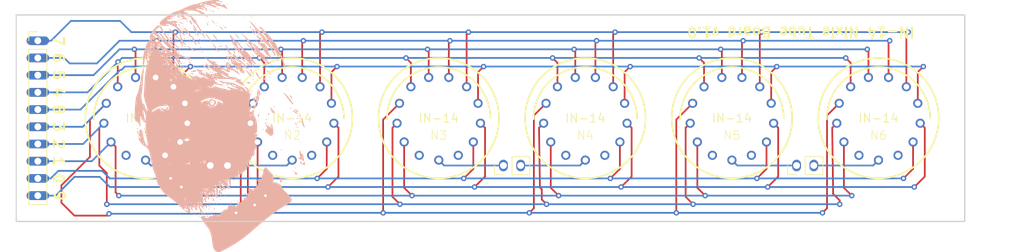
<source format=kicad_pcb>
(kicad_pcb (version 20171130) (host pcbnew "(5.0.0)")

  (general
    (thickness 1.6)
    (drawings 15)
    (tracks 283)
    (zones 0)
    (modules 15)
    (nets 29)
  )

  (page A4)
  (layers
    (0 F.Cu signal)
    (31 B.Cu signal)
    (32 B.Adhes user)
    (33 F.Adhes user)
    (34 B.Paste user)
    (35 F.Paste user)
    (36 B.SilkS user)
    (37 F.SilkS user)
    (38 B.Mask user)
    (39 F.Mask user)
    (40 Dwgs.User user)
    (41 Cmts.User user)
    (42 Eco1.User user)
    (43 Eco2.User user)
    (44 Edge.Cuts user)
    (45 Margin user)
    (46 B.CrtYd user)
    (47 F.CrtYd user)
    (48 B.Fab user)
    (49 F.Fab user)
  )

  (setup
    (last_trace_width 0.254)
    (trace_clearance 0.635)
    (zone_clearance 0.508)
    (zone_45_only no)
    (trace_min 0.254)
    (segment_width 0.2)
    (edge_width 0.15)
    (via_size 0.8)
    (via_drill 0.4)
    (via_min_size 0.4064)
    (via_min_drill 0.3)
    (uvia_size 0.3)
    (uvia_drill 0.1)
    (uvias_allowed no)
    (uvia_min_size 0.2)
    (uvia_min_drill 0.1)
    (pcb_text_width 0.3)
    (pcb_text_size 1.5 1.5)
    (mod_edge_width 0.15)
    (mod_text_size 1 1)
    (mod_text_width 0.15)
    (pad_size 1.7 1.27)
    (pad_drill 1)
    (pad_to_mask_clearance 0.2)
    (aux_axis_origin 0 0)
    (visible_elements FFFFFF7F)
    (pcbplotparams
      (layerselection 0x010fc_ffffffff)
      (usegerberextensions false)
      (usegerberattributes false)
      (usegerberadvancedattributes false)
      (creategerberjobfile false)
      (excludeedgelayer true)
      (linewidth 0.100000)
      (plotframeref false)
      (viasonmask false)
      (mode 1)
      (useauxorigin false)
      (hpglpennumber 1)
      (hpglpenspeed 20)
      (hpglpendiameter 15.000000)
      (psnegative false)
      (psa4output false)
      (plotreference true)
      (plotvalue true)
      (plotinvisibletext false)
      (padsonsilk false)
      (subtractmaskfromsilk false)
      (outputformat 1)
      (mirror false)
      (drillshape 1)
      (scaleselection 1)
      (outputdirectory ""))
  )

  (net 0 "")
  (net 1 "Net-(J1-Pad1)")
  (net 2 "Net-(J1-Pad2)")
  (net 3 "Net-(N1-PadLHDP)")
  (net 4 "Net-(N1-PadRHDP)")
  (net 5 "Net-(N2-PadRHDP)")
  (net 6 "Net-(N2-PadLHDP)")
  (net 7 "Net-(N3-PadRHDP)")
  (net 8 "Net-(N3-PadLHDP)")
  (net 9 "Net-(J2-Pad1)")
  (net 10 "Net-(N4-PadLHDP)")
  (net 11 "Net-(N4-PadRHDP)")
  (net 12 "Net-(N5-PadRHDP)")
  (net 13 "Net-(N5-PadLHDP)")
  (net 14 "Net-(J4-Pad1)")
  (net 15 "Net-(J4-Pad2)")
  (net 16 "Net-(N6-PadLHDP)")
  (net 17 "Net-(N6-PadRHDP)")
  (net 18 "Net-(J2-Pad2)")
  (net 19 "Net-(J3-Pad1)")
  (net 20 "Net-(J3-Pad2)")
  (net 21 "Net-(J3-Pad3)")
  (net 22 "Net-(J3-Pad4)")
  (net 23 "Net-(J3-Pad5)")
  (net 24 "Net-(J3-Pad6)")
  (net 25 "Net-(J3-Pad7)")
  (net 26 "Net-(J3-Pad8)")
  (net 27 "Net-(J3-Pad9)")
  (net 28 "Net-(J3-Pad10)")

  (net_class Default "This is the default net class."
    (clearance 0.635)
    (trace_width 0.254)
    (via_dia 0.8)
    (via_drill 0.4)
    (uvia_dia 0.3)
    (uvia_drill 0.1)
    (diff_pair_gap 1.524)
    (diff_pair_width 0.254)
    (add_net "Net-(J1-Pad1)")
    (add_net "Net-(J1-Pad2)")
    (add_net "Net-(J2-Pad1)")
    (add_net "Net-(J2-Pad2)")
    (add_net "Net-(J3-Pad1)")
    (add_net "Net-(J3-Pad10)")
    (add_net "Net-(J3-Pad2)")
    (add_net "Net-(J3-Pad3)")
    (add_net "Net-(J3-Pad4)")
    (add_net "Net-(J3-Pad5)")
    (add_net "Net-(J3-Pad6)")
    (add_net "Net-(J3-Pad7)")
    (add_net "Net-(J3-Pad8)")
    (add_net "Net-(J3-Pad9)")
    (add_net "Net-(J4-Pad1)")
    (add_net "Net-(J4-Pad2)")
    (add_net "Net-(N1-PadLHDP)")
    (add_net "Net-(N1-PadRHDP)")
    (add_net "Net-(N2-PadLHDP)")
    (add_net "Net-(N2-PadRHDP)")
    (add_net "Net-(N3-PadLHDP)")
    (add_net "Net-(N3-PadRHDP)")
    (add_net "Net-(N4-PadLHDP)")
    (add_net "Net-(N4-PadRHDP)")
    (add_net "Net-(N5-PadLHDP)")
    (add_net "Net-(N5-PadRHDP)")
    (add_net "Net-(N6-PadLHDP)")
    (add_net "Net-(N6-PadRHDP)")
  )

  (module MountingHole:MountingHole_3.2mm_M3_DIN965 (layer F.Cu) (tedit 5D2A5B39) (tstamp 5D41D8F7)
    (at 78.74 105.41)
    (descr "Mounting Hole 3.2mm, no annular, M3, DIN965")
    (tags "mounting hole 3.2mm no annular m3 din965")
    (attr virtual)
    (fp_text reference REF** (at 0 -3.8) (layer F.SilkS) hide
      (effects (font (size 1 1) (thickness 0.15)))
    )
    (fp_text value MountingHole_3.2mm_M3_DIN965 (at 0 3.8) (layer F.Fab)
      (effects (font (size 1 1) (thickness 0.15)))
    )
    (fp_text user %R (at 0.3 0) (layer F.Fab)
      (effects (font (size 1 1) (thickness 0.15)))
    )
    (fp_circle (center 0 0) (end 2.8 0) (layer Cmts.User) (width 0.15))
    (fp_circle (center 0 0) (end 3.05 0) (layer F.CrtYd) (width 0.05))
    (pad 1 np_thru_hole circle (at 0 0) (size 3.2 3.2) (drill 3.2) (layers *.Cu *.Mask))
  )

  (module MountingHole:MountingHole_3.2mm_M3_DIN965 (layer F.Cu) (tedit 5D2A5B3E) (tstamp 5D41D8FE)
    (at 78.74 82.55)
    (descr "Mounting Hole 3.2mm, no annular, M3, DIN965")
    (tags "mounting hole 3.2mm no annular m3 din965")
    (attr virtual)
    (fp_text reference REF** (at 0 -3.8) (layer F.SilkS) hide
      (effects (font (size 1 1) (thickness 0.15)))
    )
    (fp_text value MountingHole_3.2mm_M3_DIN965 (at 0 3.8) (layer F.Fab)
      (effects (font (size 1 1) (thickness 0.15)))
    )
    (fp_circle (center 0 0) (end 3.05 0) (layer F.CrtYd) (width 0.05))
    (fp_circle (center 0 0) (end 2.8 0) (layer Cmts.User) (width 0.15))
    (fp_text user %R (at 0.3 0) (layer F.Fab)
      (effects (font (size 1 1) (thickness 0.15)))
    )
    (pad 1 np_thru_hole circle (at 0 0) (size 3.2 3.2) (drill 3.2) (layers *.Cu *.Mask))
  )

  (module MountingHole:MountingHole_3.2mm_M3_DIN965 (layer F.Cu) (tedit 5D2A5B43) (tstamp 5D41D7A9)
    (at 204.47 82.55)
    (descr "Mounting Hole 3.2mm, no annular, M3, DIN965")
    (tags "mounting hole 3.2mm no annular m3 din965")
    (attr virtual)
    (fp_text reference REF** (at 0 -3.8) (layer F.SilkS) hide
      (effects (font (size 1 1) (thickness 0.15)))
    )
    (fp_text value MountingHole_3.2mm_M3_DIN965 (at 0 3.8) (layer F.Fab)
      (effects (font (size 1 1) (thickness 0.15)))
    )
    (fp_text user %R (at 0.3 0) (layer F.Fab)
      (effects (font (size 1 1) (thickness 0.15)))
    )
    (fp_circle (center 0 0) (end 2.8 0) (layer Cmts.User) (width 0.15))
    (fp_circle (center 0 0) (end 3.05 0) (layer F.CrtYd) (width 0.05))
    (pad 1 np_thru_hole circle (at 0 0) (size 3.2 3.2) (drill 3.2) (layers *.Cu *.Mask))
  )

  (module library:chris_ss_n (layer B.Cu) (tedit 0) (tstamp 5D41B5E3)
    (at 99.06 95.25 180)
    (fp_text reference G*** (at 0 0 180) (layer B.SilkS) hide
      (effects (font (size 1.524 1.524) (thickness 0.3)) (justify mirror))
    )
    (fp_text value LOGO (at 0.75 0 180) (layer B.SilkS) hide
      (effects (font (size 1.524 1.524) (thickness 0.3)) (justify mirror))
    )
    (fp_poly (pts (xy 1.658056 3.668889) (xy 1.670722 3.54329) (xy 1.658056 3.527778) (xy 1.595138 3.542306)
      (xy 1.5875 3.598333) (xy 1.626223 3.685446) (xy 1.658056 3.668889)) (layer B.SilkS) (width 0.01))
    (fp_poly (pts (xy 8.643056 2.928056) (xy 8.628528 2.865138) (xy 8.5725 2.8575) (xy 8.485387 2.896223)
      (xy 8.501945 2.928056) (xy 8.627544 2.940722) (xy 8.643056 2.928056)) (layer B.SilkS) (width 0.01))
    (fp_poly (pts (xy 0.301978 18.54969) (xy 0.3175 18.474163) (xy 0.282622 18.321252) (xy 0.190982 18.36709)
      (xy 0.16327 18.407687) (xy 0.176542 18.543612) (xy 0.20994 18.572683) (xy 0.301978 18.54969)) (layer B.SilkS) (width 0.01))
    (fp_poly (pts (xy -0.529166 18.150417) (xy -0.582083 18.0975) (xy -0.635 18.150417) (xy -0.582083 18.203333)
      (xy -0.529166 18.150417)) (layer B.SilkS) (width 0.01))
    (fp_poly (pts (xy 1.375834 17.93875) (xy 1.322917 17.885833) (xy 1.27 17.93875) (xy 1.322917 17.991667)
      (xy 1.375834 17.93875)) (layer B.SilkS) (width 0.01))
    (fp_poly (pts (xy 2.328334 17.727083) (xy 2.275417 17.674167) (xy 2.2225 17.727083) (xy 2.275417 17.78)
      (xy 2.328334 17.727083)) (layer B.SilkS) (width 0.01))
    (fp_poly (pts (xy 0.813463 17.499971) (xy 0.79375 17.4625) (xy 0.694032 17.361429) (xy 0.675425 17.356667)
      (xy 0.668204 17.42503) (xy 0.687917 17.4625) (xy 0.787635 17.563571) (xy 0.806242 17.568333)
      (xy 0.813463 17.499971)) (layer B.SilkS) (width 0.01))
    (fp_poly (pts (xy 2.116667 17.30375) (xy 2.06375 17.250833) (xy 2.010834 17.30375) (xy 2.06375 17.356667)
      (xy 2.116667 17.30375)) (layer B.SilkS) (width 0.01))
    (fp_poly (pts (xy 1.799167 17.197917) (xy 1.74625 17.145) (xy 1.693334 17.197917) (xy 1.74625 17.250833)
      (xy 1.799167 17.197917)) (layer B.SilkS) (width 0.01))
    (fp_poly (pts (xy 2.010834 17.092083) (xy 1.957917 17.039167) (xy 1.905 17.092083) (xy 1.957917 17.145)
      (xy 2.010834 17.092083)) (layer B.SilkS) (width 0.01))
    (fp_poly (pts (xy -1.481666 17.092083) (xy -1.534583 17.039167) (xy -1.5875 17.092083) (xy -1.534583 17.145)
      (xy -1.481666 17.092083)) (layer B.SilkS) (width 0.01))
    (fp_poly (pts (xy 1.799167 16.98625) (xy 1.74625 16.933333) (xy 1.693334 16.98625) (xy 1.74625 17.039167)
      (xy 1.799167 16.98625)) (layer B.SilkS) (width 0.01))
    (fp_poly (pts (xy 1.55112 17.080163) (xy 1.534584 17.039167) (xy 1.439481 16.938204) (xy 1.422504 16.933333)
      (xy 1.377047 17.015216) (xy 1.375834 17.039167) (xy 1.457193 17.140933) (xy 1.487913 17.145)
      (xy 1.55112 17.080163)) (layer B.SilkS) (width 0.01))
    (fp_poly (pts (xy 4.021667 16.457083) (xy 3.96875 16.404167) (xy 3.915834 16.457083) (xy 3.96875 16.51)
      (xy 4.021667 16.457083)) (layer B.SilkS) (width 0.01))
    (fp_poly (pts (xy 2.8575 16.35125) (xy 2.804584 16.298333) (xy 2.751667 16.35125) (xy 2.804584 16.404167)
      (xy 2.8575 16.35125)) (layer B.SilkS) (width 0.01))
    (fp_poly (pts (xy 5.609167 16.245417) (xy 5.55625 16.1925) (xy 5.503334 16.245417) (xy 5.55625 16.298333)
      (xy 5.609167 16.245417)) (layer B.SilkS) (width 0.01))
    (fp_poly (pts (xy 0.529167 16.245417) (xy 0.47625 16.1925) (xy 0.423334 16.245417) (xy 0.47625 16.298333)
      (xy 0.529167 16.245417)) (layer B.SilkS) (width 0.01))
    (fp_poly (pts (xy -4.05487 16.335804) (xy -4.074583 16.298333) (xy -4.174301 16.197262) (xy -4.192908 16.1925)
      (xy -4.200129 16.260863) (xy -4.180416 16.298333) (xy -4.080699 16.399405) (xy -4.062091 16.404167)
      (xy -4.05487 16.335804)) (layer B.SilkS) (width 0.01))
    (fp_poly (pts (xy 6.862357 16.278534) (xy 6.819687 16.236454) (xy 6.720417 16.1925) (xy 6.462508 16.102726)
      (xy 6.37818 16.130372) (xy 6.402917 16.1925) (xy 6.549982 16.274579) (xy 6.700204 16.290895)
      (xy 6.862357 16.278534)) (layer B.SilkS) (width 0.01))
    (fp_poly (pts (xy -2.963333 16.139583) (xy -3.01625 16.086667) (xy -3.069166 16.139583) (xy -3.01625 16.1925)
      (xy -2.963333 16.139583)) (layer B.SilkS) (width 0.01))
    (fp_poly (pts (xy 7.3025 16.03375) (xy 7.249584 15.980833) (xy 7.196667 16.03375) (xy 7.249584 16.086667)
      (xy 7.3025 16.03375)) (layer B.SilkS) (width 0.01))
    (fp_poly (pts (xy 6.420556 15.839722) (xy 6.406028 15.776805) (xy 6.35 15.769167) (xy 6.262887 15.80789)
      (xy 6.279445 15.839722) (xy 6.405044 15.852389) (xy 6.420556 15.839722)) (layer B.SilkS) (width 0.01))
    (fp_poly (pts (xy 6.738056 15.733889) (xy 6.723528 15.670971) (xy 6.6675 15.663333) (xy 6.580387 15.702056)
      (xy 6.596945 15.733889) (xy 6.722544 15.746555) (xy 6.738056 15.733889)) (layer B.SilkS) (width 0.01))
    (fp_poly (pts (xy 5.364296 15.594971) (xy 5.344584 15.5575) (xy 5.244866 15.456429) (xy 5.226258 15.451667)
      (xy 5.219037 15.52003) (xy 5.23875 15.5575) (xy 5.338468 15.658571) (xy 5.357075 15.663333)
      (xy 5.364296 15.594971)) (layer B.SilkS) (width 0.01))
    (fp_poly (pts (xy 2.29513 15.489137) (xy 2.275417 15.451667) (xy 2.175699 15.350596) (xy 2.157092 15.345833)
      (xy 2.149871 15.414196) (xy 2.169584 15.451667) (xy 2.269301 15.552738) (xy 2.287909 15.5575)
      (xy 2.29513 15.489137)) (layer B.SilkS) (width 0.01))
    (fp_poly (pts (xy 6.509471 15.410507) (xy 6.402917 15.345833) (xy 6.124934 15.270381) (xy 5.979584 15.257988)
      (xy 5.862769 15.271059) (xy 5.938212 15.314159) (xy 6.0325 15.345833) (xy 6.281817 15.411191)
      (xy 6.455488 15.432749) (xy 6.509471 15.410507)) (layer B.SilkS) (width 0.01))
    (fp_poly (pts (xy 4.398095 15.486799) (xy 4.379548 15.404247) (xy 4.294145 15.25528) (xy 4.238922 15.280235)
      (xy 4.233334 15.339588) (xy 4.310198 15.4831) (xy 4.337955 15.503834) (xy 4.398095 15.486799)) (layer B.SilkS) (width 0.01))
    (fp_poly (pts (xy 0.9525 15.292917) (xy 0.899584 15.24) (xy 0.846667 15.292917) (xy 0.899584 15.345833)
      (xy 0.9525 15.292917)) (layer B.SilkS) (width 0.01))
    (fp_poly (pts (xy 1.680203 15.711741) (xy 1.647221 15.612145) (xy 1.497739 15.431153) (xy 1.435729 15.369085)
      (xy 1.136433 15.08125) (xy 1.380907 15.423907) (xy 1.546134 15.626298) (xy 1.661659 15.715288)
      (xy 1.680203 15.711741)) (layer B.SilkS) (width 0.01))
    (fp_poly (pts (xy -4.7625 15.187083) (xy -4.815416 15.134167) (xy -4.868333 15.187083) (xy -4.815416 15.24)
      (xy -4.7625 15.187083)) (layer B.SilkS) (width 0.01))
    (fp_poly (pts (xy 4.934136 15.661039) (xy 4.944625 15.563381) (xy 4.882816 15.339431) (xy 4.772825 15.196427)
      (xy 4.633115 15.085889) (xy 4.589102 15.128938) (xy 4.586111 15.210002) (xy 4.597655 15.246891)
      (xy 4.682615 15.246891) (xy 4.697092 15.24) (xy 4.793673 15.314505) (xy 4.815417 15.345833)
      (xy 4.842385 15.444776) (xy 4.827909 15.451667) (xy 4.731327 15.377162) (xy 4.709584 15.345833)
      (xy 4.682615 15.246891) (xy 4.597655 15.246891) (xy 4.654814 15.429526) (xy 4.757911 15.576956)
      (xy 4.887764 15.700724) (xy 4.934136 15.661039)) (layer B.SilkS) (width 0.01))
    (fp_poly (pts (xy 2.010834 15.08125) (xy 1.957917 15.028333) (xy 1.905 15.08125) (xy 1.957917 15.134167)
      (xy 2.010834 15.08125)) (layer B.SilkS) (width 0.01))
    (fp_poly (pts (xy 6.631538 15.06896) (xy 6.614584 15.028333) (xy 6.474385 14.926451) (xy 6.443342 14.9225)
      (xy 6.385962 14.987707) (xy 6.402917 15.028333) (xy 6.543116 15.130216) (xy 6.574159 15.134167)
      (xy 6.631538 15.06896)) (layer B.SilkS) (width 0.01))
    (fp_poly (pts (xy 2.430926 15.292917) (xy 2.37823 15.118993) (xy 2.328334 15.028333) (xy 2.244474 14.943622)
      (xy 2.225741 14.975417) (xy 2.278437 15.149341) (xy 2.328334 15.24) (xy 2.412193 15.324712)
      (xy 2.430926 15.292917)) (layer B.SilkS) (width 0.01))
    (fp_poly (pts (xy 0 14.975417) (xy -0.052916 14.9225) (xy -0.105833 14.975417) (xy -0.052916 15.028333)
      (xy 0 14.975417)) (layer B.SilkS) (width 0.01))
    (fp_poly (pts (xy 0.9525 14.869583) (xy 0.899584 14.816667) (xy 0.846667 14.869583) (xy 0.899584 14.9225)
      (xy 0.9525 14.869583)) (layer B.SilkS) (width 0.01))
    (fp_poly (pts (xy 3.915834 14.657917) (xy 3.862917 14.605) (xy 3.81 14.657917) (xy 3.862917 14.710833)
      (xy 3.915834 14.657917)) (layer B.SilkS) (width 0.01))
    (fp_poly (pts (xy -3.917047 14.734784) (xy -3.915833 14.710833) (xy -3.997193 14.609067) (xy -4.027912 14.605)
      (xy -4.09112 14.669838) (xy -4.074583 14.710833) (xy -3.979481 14.811797) (xy -3.962504 14.816667)
      (xy -3.917047 14.734784)) (layer B.SilkS) (width 0.01))
    (fp_poly (pts (xy 6.42263 14.642471) (xy 6.402917 14.605) (xy 6.303199 14.503929) (xy 6.284592 14.499167)
      (xy 6.277371 14.56753) (xy 6.297084 14.605) (xy 6.396801 14.706071) (xy 6.415409 14.710833)
      (xy 6.42263 14.642471)) (layer B.SilkS) (width 0.01))
    (fp_poly (pts (xy -0.21982 14.758912) (xy -0.211666 14.723325) (xy -0.288899 14.573711) (xy -0.3175 14.552083)
      (xy -0.415179 14.556921) (xy -0.423333 14.592508) (xy -0.346101 14.742123) (xy -0.3175 14.76375)
      (xy -0.21982 14.758912)) (layer B.SilkS) (width 0.01))
    (fp_poly (pts (xy 7.090834 14.44625) (xy 7.037917 14.393333) (xy 6.985 14.44625) (xy 7.037917 14.499167)
      (xy 7.090834 14.44625)) (layer B.SilkS) (width 0.01))
    (fp_poly (pts (xy 0.505753 14.761248) (xy 0.377075 14.622201) (xy 0.151393 14.386945) (xy 0.043775 14.300006)
      (xy 0.034674 14.348877) (xy 0.060736 14.419792) (xy 0.179984 14.569598) (xy 0.393359 14.748795)
      (xy 0.401373 14.754493) (xy 0.573182 14.873346) (xy 0.609016 14.881267) (xy 0.505753 14.761248)) (layer B.SilkS) (width 0.01))
    (fp_poly (pts (xy 9.8425 14.12875) (xy 9.789584 14.075833) (xy 9.736667 14.12875) (xy 9.789584 14.181667)
      (xy 9.8425 14.12875)) (layer B.SilkS) (width 0.01))
    (fp_poly (pts (xy 3.81 14.12875) (xy 3.757084 14.075833) (xy 3.704167 14.12875) (xy 3.757084 14.181667)
      (xy 3.81 14.12875)) (layer B.SilkS) (width 0.01))
    (fp_poly (pts (xy 2.716389 13.934722) (xy 2.701861 13.871805) (xy 2.645834 13.864167) (xy 2.558721 13.90289)
      (xy 2.575278 13.934722) (xy 2.700877 13.947389) (xy 2.716389 13.934722)) (layer B.SilkS) (width 0.01))
    (fp_poly (pts (xy -3.280833 13.917083) (xy -3.33375 13.864167) (xy -3.386666 13.917083) (xy -3.33375 13.97)
      (xy -3.280833 13.917083)) (layer B.SilkS) (width 0.01))
    (fp_poly (pts (xy 5.820988 14.234583) (xy 5.596393 13.975927) (xy 5.425961 13.776631) (xy 5.371336 13.710708)
      (xy 5.299139 13.674378) (xy 5.291667 13.715688) (xy 5.363725 13.839849) (xy 5.550052 14.051525)
      (xy 5.741319 14.239563) (xy 6.190971 14.657917) (xy 5.820988 14.234583)) (layer B.SilkS) (width 0.01))
    (fp_poly (pts (xy -4.422523 14.225184) (xy -4.629617 13.953898) (xy -4.814311 13.763084) (xy -4.940204 13.685774)
      (xy -4.974166 13.724614) (xy -4.902871 13.848104) (xy -4.720981 14.054532) (xy -4.586213 14.187364)
      (xy -4.19826 14.552083) (xy -4.422523 14.225184)) (layer B.SilkS) (width 0.01))
    (fp_poly (pts (xy 8.21862 13.693496) (xy 8.202084 13.6525) (xy 8.106981 13.551537) (xy 8.090004 13.546667)
      (xy 8.044547 13.628549) (xy 8.043334 13.6525) (xy 8.124693 13.754267) (xy 8.155413 13.758333)
      (xy 8.21862 13.693496)) (layer B.SilkS) (width 0.01))
    (fp_poly (pts (xy 4.1275 13.599583) (xy 4.074584 13.546667) (xy 4.021667 13.599583) (xy 4.074584 13.6525)
      (xy 4.1275 13.599583)) (layer B.SilkS) (width 0.01))
    (fp_poly (pts (xy 3.460189 13.702094) (xy 3.399799 13.624278) (xy 3.310815 13.557397) (xy 3.33302 13.663444)
      (xy 3.340555 13.683523) (xy 3.424395 13.81312) (xy 3.472061 13.814051) (xy 3.460189 13.702094)) (layer B.SilkS) (width 0.01))
    (fp_poly (pts (xy -4.073146 14.239178) (xy -4.229361 14.047834) (xy -4.386113 13.887097) (xy -4.792892 13.49375)
      (xy -4.442516 13.943501) (xy -4.239778 14.182216) (xy -4.08825 14.321286) (xy -4.035737 14.336848)
      (xy -4.073146 14.239178)) (layer B.SilkS) (width 0.01))
    (fp_poly (pts (xy 7.796389 13.511389) (xy 7.781861 13.448471) (xy 7.725834 13.440833) (xy 7.638721 13.479556)
      (xy 7.655278 13.511389) (xy 7.780877 13.524055) (xy 7.796389 13.511389)) (layer B.SilkS) (width 0.01))
    (fp_poly (pts (xy -5.113213 13.702724) (xy -5.172334 13.626042) (xy -5.326809 13.461505) (xy -5.395762 13.462221)
      (xy -5.3975 13.480791) (xy -5.325176 13.569135) (xy -5.212291 13.666) (xy -5.086932 13.75753)
      (xy -5.113213 13.702724)) (layer B.SilkS) (width 0.01))
    (fp_poly (pts (xy 8.149167 13.387917) (xy 8.09625 13.335) (xy 8.043334 13.387917) (xy 8.09625 13.440833)
      (xy 8.149167 13.387917)) (layer B.SilkS) (width 0.01))
    (fp_poly (pts (xy 7.408334 13.282083) (xy 7.355417 13.229167) (xy 7.3025 13.282083) (xy 7.355417 13.335)
      (xy 7.408334 13.282083)) (layer B.SilkS) (width 0.01))
    (fp_poly (pts (xy 4.420619 14.982159) (xy 4.406836 14.868252) (xy 4.319338 14.737941) (xy 4.138555 14.506622)
      (xy 4.067013 14.371715) (xy 4.112443 14.358615) (xy 4.230541 14.44625) (xy 4.4758 14.657917)
      (xy 4.360345 14.437546) (xy 4.194371 14.197435) (xy 4.080362 14.080629) (xy 3.942263 13.91339)
      (xy 3.91348 13.82475) (xy 3.849917 13.665002) (xy 3.699896 13.445561) (xy 3.696068 13.440833)
      (xy 3.590712 13.321788) (xy 3.575179 13.343642) (xy 3.652713 13.524255) (xy 3.746589 13.718985)
      (xy 3.880782 14.022346) (xy 3.952478 14.244178) (xy 3.952456 14.321434) (xy 3.968964 14.436499)
      (xy 4.084401 14.647741) (xy 4.1275 14.710833) (xy 4.290227 14.907113) (xy 4.404354 14.987175)
      (xy 4.420619 14.982159)) (layer B.SilkS) (width 0.01))
    (fp_poly (pts (xy 3.175 13.17625) (xy 3.122084 13.123333) (xy 3.069167 13.17625) (xy 3.122084 13.229167)
      (xy 3.175 13.17625)) (layer B.SilkS) (width 0.01))
    (fp_poly (pts (xy 5.258463 13.160804) (xy 5.23875 13.123333) (xy 5.139032 13.022262) (xy 5.120425 13.0175)
      (xy 5.113204 13.085863) (xy 5.132917 13.123333) (xy 5.232635 13.224405) (xy 5.251242 13.229167)
      (xy 5.258463 13.160804)) (layer B.SilkS) (width 0.01))
    (fp_poly (pts (xy 7.914124 13.106122) (xy 7.786661 12.986405) (xy 7.687732 12.95587) (xy 7.564662 12.962669)
      (xy 7.620222 13.07062) (xy 7.627053 13.078915) (xy 7.781403 13.204856) (xy 7.899023 13.215523)
      (xy 7.914124 13.106122)) (layer B.SilkS) (width 0.01))
    (fp_poly (pts (xy 5.78763 13.054971) (xy 5.767917 13.0175) (xy 5.668199 12.916429) (xy 5.649592 12.911667)
      (xy 5.642371 12.98003) (xy 5.662084 13.0175) (xy 5.761801 13.118571) (xy 5.780409 13.123333)
      (xy 5.78763 13.054971)) (layer B.SilkS) (width 0.01))
    (fp_poly (pts (xy -1.749286 13.741979) (xy -1.7924 13.649215) (xy -1.940566 13.450733) (xy -2.074322 13.290909)
      (xy -2.273353 13.077433) (xy -2.402672 12.969094) (xy -2.431064 12.973409) (xy -2.368319 13.095613)
      (xy -2.21843 13.291553) (xy -2.032578 13.503531) (xy -1.861942 13.673854) (xy -1.757704 13.744826)
      (xy -1.749286 13.741979)) (layer B.SilkS) (width 0.01))
    (fp_poly (pts (xy 7.923828 14.351647) (xy 7.9375 14.2875) (xy 7.85178 14.193607) (xy 7.77875 14.181667)
      (xy 7.653181 14.126348) (xy 7.646459 14.075919) (xy 7.585622 13.961377) (xy 7.405641 13.754907)
      (xy 7.151275 13.498514) (xy 6.867281 13.234206) (xy 6.598418 13.00399) (xy 6.389446 12.849873)
      (xy 6.297084 12.809502) (xy 6.308036 12.869698) (xy 6.452019 13.01987) (xy 6.588059 13.137095)
      (xy 6.806829 13.343392) (xy 6.921182 13.50706) (xy 6.924151 13.559502) (xy 6.923647 13.634435)
      (xy 6.950675 13.631587) (xy 7.089837 13.667232) (xy 7.312544 13.789102) (xy 7.337255 13.805323)
      (xy 7.525022 13.948976) (xy 7.546556 14.039639) (xy 7.469547 14.098701) (xy 7.326991 14.240933)
      (xy 7.304121 14.319217) (xy 7.343913 14.36324) (xy 7.405547 14.288385) (xy 7.518444 14.188353)
      (xy 7.63676 14.261927) (xy 7.814058 14.38205) (xy 7.923828 14.351647)) (layer B.SilkS) (width 0.01))
    (fp_poly (pts (xy 3.561954 12.952663) (xy 3.545417 12.911667) (xy 3.450314 12.810704) (xy 3.433338 12.805833)
      (xy 3.38788 12.887716) (xy 3.386667 12.911667) (xy 3.468026 13.013433) (xy 3.498746 13.0175)
      (xy 3.561954 12.952663)) (layer B.SilkS) (width 0.01))
    (fp_poly (pts (xy 2.8575 12.85875) (xy 2.804584 12.805833) (xy 2.751667 12.85875) (xy 2.804584 12.911667)
      (xy 2.8575 12.85875)) (layer B.SilkS) (width 0.01))
    (fp_poly (pts (xy 1.519133 13.650021) (xy 1.488119 13.546294) (xy 1.348632 13.339556) (xy 1.214717 13.173771)
      (xy 1.014622 12.954828) (xy 0.88213 12.838352) (xy 0.850641 12.836759) (xy 0.90681 12.984304)
      (xy 0.952537 13.048425) (xy 1.091623 13.222564) (xy 1.260927 13.440833) (xy 1.415537 13.607505)
      (xy 1.515739 13.652685) (xy 1.519133 13.650021)) (layer B.SilkS) (width 0.01))
    (fp_poly (pts (xy 7.065213 12.96766) (xy 7.062337 12.919667) (xy 7.047455 12.743959) (xy 7.041853 12.701621)
      (xy 6.964712 12.749779) (xy 6.900616 12.790338) (xy 6.822158 12.887449) (xy 6.921099 13.008384)
      (xy 7.039826 13.076395) (xy 7.065213 12.96766)) (layer B.SilkS) (width 0.01))
    (fp_poly (pts (xy -4.795704 12.843304) (xy -4.815416 12.805833) (xy -4.915134 12.704762) (xy -4.933742 12.7)
      (xy -4.940963 12.768363) (xy -4.92125 12.805833) (xy -4.821532 12.906905) (xy -4.802925 12.911667)
      (xy -4.795704 12.843304)) (layer B.SilkS) (width 0.01))
    (fp_poly (pts (xy 3.457222 12.664722) (xy 3.442695 12.601805) (xy 3.386667 12.594167) (xy 3.299554 12.63289)
      (xy 3.316111 12.664722) (xy 3.441711 12.677389) (xy 3.457222 12.664722)) (layer B.SilkS) (width 0.01))
    (fp_poly (pts (xy -1.164166 12.647083) (xy -1.217083 12.594167) (xy -1.27 12.647083) (xy -1.217083 12.7)
      (xy -1.164166 12.647083)) (layer B.SilkS) (width 0.01))
    (fp_poly (pts (xy -2.963333 12.647083) (xy -3.01625 12.594167) (xy -3.069166 12.647083) (xy -3.01625 12.7)
      (xy -2.963333 12.647083)) (layer B.SilkS) (width 0.01))
    (fp_poly (pts (xy 4.924817 12.695611) (xy 4.91235 12.662053) (xy 4.817168 12.532005) (xy 4.70445 12.476894)
      (xy 4.656667 12.528291) (xy 4.726877 12.619499) (xy 4.81784 12.702011) (xy 4.932578 12.779229)
      (xy 4.924817 12.695611)) (layer B.SilkS) (width 0.01))
    (fp_poly (pts (xy 0.740834 12.54125) (xy 0.687917 12.488333) (xy 0.635 12.54125) (xy 0.687917 12.594167)
      (xy 0.740834 12.54125)) (layer B.SilkS) (width 0.01))
    (fp_poly (pts (xy -4.339166 12.54125) (xy -4.392083 12.488333) (xy -4.445 12.54125) (xy -4.392083 12.594167)
      (xy -4.339166 12.54125)) (layer B.SilkS) (width 0.01))
    (fp_poly (pts (xy 7.090834 12.435417) (xy 7.037917 12.3825) (xy 6.985 12.435417) (xy 7.037917 12.488333)
      (xy 7.090834 12.435417)) (layer B.SilkS) (width 0.01))
    (fp_poly (pts (xy 6.561667 12.435417) (xy 6.50875 12.3825) (xy 6.455834 12.435417) (xy 6.50875 12.488333)
      (xy 6.561667 12.435417)) (layer B.SilkS) (width 0.01))
    (fp_poly (pts (xy 2.563315 13.682722) (xy 2.447878 13.483183) (xy 2.254144 13.199961) (xy 2.00953 12.873493)
      (xy 1.783743 12.594167) (xy 1.561515 12.329583) (xy 1.73014 12.594167) (xy 2.058269 13.102574)
      (xy 2.293546 13.450457) (xy 2.451421 13.659153) (xy 2.547346 13.749999) (xy 2.573035 13.758144)
      (xy 2.563315 13.682722)) (layer B.SilkS) (width 0.01))
    (fp_poly (pts (xy 0.529167 12.329583) (xy 0.47625 12.276667) (xy 0.423334 12.329583) (xy 0.47625 12.3825)
      (xy 0.529167 12.329583)) (layer B.SilkS) (width 0.01))
    (fp_poly (pts (xy 3.676285 12.423593) (xy 3.598334 12.276667) (xy 3.516141 12.177489) (xy 3.494479 12.272812)
      (xy 3.494121 12.296879) (xy 3.54805 12.488238) (xy 3.598334 12.54125) (xy 3.691824 12.54979)
      (xy 3.676285 12.423593)) (layer B.SilkS) (width 0.01))
    (fp_poly (pts (xy 1.66126 18.662007) (xy 2.3023 18.555531) (xy 3.00132 18.394541) (xy 3.712177 18.187169)
      (xy 3.915834 18.118865) (xy 4.110456 18.080889) (xy 4.164707 18.084281) (xy 4.32756 18.059837)
      (xy 4.627347 17.965934) (xy 5.009573 17.82344) (xy 5.419745 17.653222) (xy 5.803369 17.476145)
      (xy 5.954236 17.399029) (xy 6.290146 17.236109) (xy 6.588813 17.117946) (xy 6.706658 17.0855)
      (xy 7.211176 16.926168) (xy 7.799063 16.627685) (xy 8.421676 16.216354) (xy 8.677681 16.019601)
      (xy 9.043884 15.711415) (xy 9.257849 15.490371) (xy 9.344213 15.327343) (xy 9.342371 15.233777)
      (xy 9.267232 15.050429) (xy 9.127421 14.950519) (xy 8.86851 14.910075) (xy 8.59436 14.904306)
      (xy 8.167279 14.911161) (xy 7.951182 14.931816) (xy 7.945836 14.966342) (xy 8.151005 15.01481)
      (xy 8.202084 15.023651) (xy 8.462501 15.071136) (xy 8.531737 15.106444) (xy 8.427553 15.151256)
      (xy 8.330111 15.179926) (xy 8.039659 15.203099) (xy 7.845527 15.093794) (xy 7.609722 14.956754)
      (xy 7.446259 14.9225) (xy 7.242974 14.849636) (xy 6.997029 14.668373) (xy 6.932084 14.605)
      (xy 6.765873 14.411719) (xy 6.705794 14.299188) (xy 6.719065 14.2875) (xy 6.719601 14.222537)
      (xy 6.599786 14.063893) (xy 6.579147 14.041524) (xy 6.435622 13.857575) (xy 6.400238 13.744198)
      (xy 6.403079 13.740533) (xy 6.404819 13.616474) (xy 6.344069 13.369705) (xy 6.306284 13.255244)
      (xy 6.228327 12.976603) (xy 6.212517 12.78683) (xy 6.225779 12.753703) (xy 6.2803 12.614861)
      (xy 6.300872 12.405744) (xy 6.28441 12.226173) (xy 6.243793 12.170833) (xy 6.123294 12.235911)
      (xy 6.056168 12.295333) (xy 5.9184 12.355975) (xy 5.741486 12.247691) (xy 5.735626 12.242416)
      (xy 5.553423 12.106147) (xy 5.452081 12.065) (xy 5.460478 12.125072) (xy 5.594673 12.272699)
      (xy 5.62756 12.303125) (xy 5.776768 12.488333) (xy 6.0325 12.488333) (xy 6.068609 12.385252)
      (xy 6.079171 12.3825) (xy 6.169528 12.456661) (xy 6.19125 12.488333) (xy 6.182859 12.585857)
      (xy 6.144579 12.594167) (xy 6.036807 12.517341) (xy 6.0325 12.488333) (xy 5.776768 12.488333)
      (xy 5.788735 12.503186) (xy 5.965755 12.802252) (xy 6.130387 13.139385) (xy 6.2544 13.453649)
      (xy 6.309563 13.684108) (xy 6.299748 13.754023) (xy 6.329015 13.877987) (xy 6.463616 14.059806)
      (xy 6.582112 14.218006) (xy 6.57686 14.287367) (xy 6.573471 14.2875) (xy 6.444456 14.211708)
      (xy 6.266554 14.026906) (xy 6.247957 14.003697) (xy 5.96361 13.690015) (xy 5.730941 13.527767)
      (xy 5.573052 13.531513) (xy 5.546845 13.561884) (xy 5.533265 13.636044) (xy 5.585573 13.614165)
      (xy 5.717115 13.635575) (xy 5.861771 13.778099) (xy 5.960779 13.963764) (xy 5.958818 14.109433)
      (xy 5.960626 14.167108) (xy 5.998617 14.149691) (xy 6.119853 14.186482) (xy 6.333334 14.346202)
      (xy 6.570594 14.571961) (xy 6.787647 14.806796) (xy 6.908066 14.955001) (xy 6.90589 14.984607)
      (xy 6.905625 14.984459) (xy 6.788678 14.957295) (xy 6.800081 15.056137) (xy 6.924478 15.228677)
      (xy 7.196667 15.228677) (xy 7.233565 15.139944) (xy 7.35397 15.230417) (xy 7.410344 15.29534)
      (xy 7.479938 15.39875) (xy 8.255 15.39875) (xy 8.307917 15.345833) (xy 8.360834 15.39875)
      (xy 8.307917 15.451667) (xy 8.255 15.39875) (xy 7.479938 15.39875) (xy 7.487562 15.410078)
      (xy 7.403944 15.402317) (xy 7.370386 15.38985) (xy 7.221299 15.286491) (xy 7.196667 15.228677)
      (xy 6.924478 15.228677) (xy 6.934638 15.242768) (xy 6.941825 15.250765) (xy 7.047395 15.383583)
      (xy 6.985021 15.401837) (xy 6.86245 15.373037) (xy 6.695041 15.344299) (xy 6.699563 15.409)
      (xy 6.746457 15.470113) (xy 6.947257 15.585009) (xy 7.246199 15.63947) (xy 7.535578 15.622336)
      (xy 7.669802 15.565778) (xy 7.835025 15.54363) (xy 8.080995 15.608495) (xy 8.084316 15.609887)
      (xy 8.272845 15.721346) (xy 8.275001 15.809478) (xy 8.269525 15.813107) (xy 8.09654 15.844962)
      (xy 8.054348 15.828891) (xy 7.905285 15.834886) (xy 7.672914 15.929248) (xy 7.657473 15.937662)
      (xy 7.355417 16.105033) (xy 7.655326 16.038691) (xy 7.859869 16.018094) (xy 7.889739 16.078326)
      (xy 7.750737 16.165272) (xy 7.491441 16.244401) (xy 7.431079 16.256583) (xy 7.156599 16.330484)
      (xy 6.982619 16.420284) (xy 6.967705 16.43731) (xy 6.888475 16.457083) (xy 7.831667 16.457083)
      (xy 7.884584 16.404167) (xy 7.9375 16.457083) (xy 7.884584 16.51) (xy 7.831667 16.457083)
      (xy 6.888475 16.457083) (xy 6.819871 16.474204) (xy 6.507572 16.39534) (xy 6.413175 16.360793)
      (xy 6.125567 16.233229) (xy 5.920714 16.111214) (xy 5.826323 16.019418) (xy 5.8701 15.982513)
      (xy 6.016097 16.007209) (xy 6.172035 16.018423) (xy 6.180901 15.964088) (xy 6.039386 15.897281)
      (xy 5.836733 15.890684) (xy 5.572824 15.882502) (xy 5.416854 15.834045) (xy 5.261131 15.78984)
      (xy 5.218033 15.807523) (xy 5.257856 15.886946) (xy 5.43674 15.993859) (xy 5.638125 16.129799)
      (xy 5.715 16.262405) (xy 5.802657 16.379614) (xy 5.914569 16.404167) (xy 6.14918 16.452068)
      (xy 6.417278 16.562265) (xy 6.592245 16.673173) (xy 6.566915 16.719408) (xy 6.535209 16.721015)
      (xy 6.293843 16.711838) (xy 6.208861 16.67195) (xy 6.208906 16.631708) (xy 6.129717 16.588258)
      (xy 5.913338 16.575463) (xy 5.891406 16.576185) (xy 5.588621 16.532473) (xy 5.359931 16.417435)
      (xy 5.196111 16.296065) (xy 5.121806 16.271875) (xy 4.929799 16.292343) (xy 4.762407 16.127574)
      (xy 4.689693 15.954375) (xy 4.590098 15.72993) (xy 4.482618 15.633821) (xy 4.469958 15.634461)
      (xy 4.337 15.562377) (xy 4.125077 15.325938) (xy 3.851611 14.949239) (xy 3.534022 14.456372)
      (xy 3.189733 13.87143) (xy 3.17073 13.837708) (xy 2.95726 13.472974) (xy 2.776613 13.191611)
      (xy 2.656491 13.035612) (xy 2.629615 13.0175) (xy 2.647745 13.101071) (xy 2.752177 13.323995)
      (xy 2.919537 13.644594) (xy 3.126449 14.021186) (xy 3.349537 14.412091) (xy 3.565426 14.77563)
      (xy 3.750741 15.070122) (xy 3.882104 15.253886) (xy 3.887158 15.25979) (xy 3.98024 15.459705)
      (xy 3.96215 15.57729) (xy 3.933558 15.659751) (xy 3.965185 15.641112) (xy 4.070386 15.669974)
      (xy 4.228288 15.835072) (xy 4.273194 15.897622) (xy 4.299087 15.927917) (xy 4.445 15.927917)
      (xy 4.497917 15.875) (xy 4.550834 15.927917) (xy 4.497917 15.980833) (xy 4.445 15.927917)
      (xy 4.299087 15.927917) (xy 4.497589 16.160157) (xy 4.806641 16.438587) (xy 5.14163 16.688575)
      (xy 5.288302 16.774583) (xy 5.609167 16.774583) (xy 5.662084 16.721667) (xy 5.715 16.774583)
      (xy 5.662084 16.8275) (xy 5.609167 16.774583) (xy 5.288302 16.774583) (xy 5.443835 16.865786)
      (xy 5.635625 16.926307) (xy 5.798856 16.980035) (xy 5.796642 17.077805) (xy 5.644011 17.153061)
      (xy 5.582709 17.160652) (xy 5.302712 17.167395) (xy 4.916746 17.163579) (xy 4.530147 17.150974)
      (xy 4.339167 17.139738) (xy 4.014357 17.065494) (xy 3.647623 16.91642) (xy 3.363364 16.743316)
      (xy 3.358664 16.739353) (xy 3.118768 16.603026) (xy 2.965678 16.565039) (xy 2.732441 16.484418)
      (xy 2.543241 16.354183) (xy 2.368902 16.229333) (xy 2.27208 16.213476) (xy 2.30786 16.309425)
      (xy 2.478186 16.479808) (xy 2.736549 16.689417) (xy 2.856105 16.774583) (xy 3.069167 16.774583)
      (xy 3.122084 16.721667) (xy 3.175 16.774583) (xy 3.122084 16.8275) (xy 3.069167 16.774583)
      (xy 2.856105 16.774583) (xy 3.036439 16.903043) (xy 3.331345 17.08548) (xy 3.574757 17.20152)
      (xy 3.579494 17.203168) (xy 3.809519 17.30375) (xy 4.1275 17.30375) (xy 4.180417 17.250833)
      (xy 4.233334 17.30375) (xy 4.180417 17.356667) (xy 4.1275 17.30375) (xy 3.809519 17.30375)
      (xy 3.848841 17.320944) (xy 3.989205 17.428245) (xy 3.985738 17.495229) (xy 3.823593 17.492053)
      (xy 3.709238 17.463955) (xy 3.477717 17.401902) (xy 3.360015 17.378691) (xy 3.358251 17.379023)
      (xy 3.251627 17.35778) (xy 3.08765 17.309616) (xy 2.854069 17.263342) (xy 2.797251 17.311401)
      (xy 2.919487 17.428286) (xy 3.069167 17.515417) (xy 3.306083 17.654612) (xy 3.363878 17.723934)
      (xy 3.264729 17.718943) (xy 3.030816 17.635198) (xy 2.859757 17.557349) (xy 2.582036 17.397919)
      (xy 2.505957 17.286196) (xy 2.532762 17.255307) (xy 2.600664 17.171451) (xy 2.51084 17.115844)
      (xy 2.38952 17.135848) (xy 2.369675 17.270008) (xy 2.473217 17.472123) (xy 2.728731 17.671643)
      (xy 2.751667 17.684428) (xy 3.024436 17.832917) (xy 3.704167 17.832917) (xy 3.757084 17.78)
      (xy 3.81 17.832917) (xy 4.1275 17.832917) (xy 4.180417 17.78) (xy 4.233334 17.832917)
      (xy 4.339167 17.832917) (xy 4.392084 17.78) (xy 4.445 17.832917) (xy 4.392084 17.885833)
      (xy 4.339167 17.832917) (xy 4.233334 17.832917) (xy 4.180417 17.885833) (xy 4.1275 17.832917)
      (xy 3.81 17.832917) (xy 3.757084 17.885833) (xy 3.704167 17.832917) (xy 3.024436 17.832917)
      (xy 3.122084 17.886074) (xy 2.804584 17.826998) (xy 2.487084 17.767923) (xy 2.751667 17.928961)
      (xy 2.923822 18.042125) (xy 2.921345 18.085518) (xy 2.794553 18.09375) (xy 2.578538 18.061822)
      (xy 2.24539 17.975221) (xy 1.947887 17.879957) (xy 1.492417 17.721856) (xy 1.203252 17.626525)
      (xy 1.046452 17.588144) (xy 0.988077 17.600891) (xy 0.994187 17.658948) (xy 1.017501 17.720411)
      (xy 1.132148 17.847512) (xy 1.21081 17.849969) (xy 1.375885 17.874655) (xy 1.594028 18.000283)
      (xy 1.750543 18.138033) (xy 1.742366 18.191931) (xy 1.557896 18.164803) (xy 1.259286 18.081786)
      (xy 1.021224 17.982931) (xy 0.915302 17.882234) (xy 0.919401 17.853768) (xy 0.916542 17.799306)
      (xy 0.85174 17.829782) (xy 0.66626 17.848807) (xy 0.362566 17.791904) (xy 0.011277 17.678767)
      (xy -0.316985 17.529088) (xy -0.398677 17.4811) (xy -0.565742 17.386995) (xy -0.599699 17.419162)
      (xy -0.572563 17.502064) (xy -0.465973 17.650287) (xy -0.405764 17.674167) (xy -0.351663 17.738947)
      (xy -0.367135 17.77469) (xy -0.352697 17.832917) (xy -0.211666 17.832917) (xy -0.15875 17.78)
      (xy -0.105833 17.832917) (xy -0.15875 17.885833) (xy -0.211666 17.832917) (xy -0.352697 17.832917)
      (xy -0.337253 17.895196) (xy -0.221588 17.986357) (xy 0.010209 18.087552) (xy 0.078204 18.055196)
      (xy 0.041801 17.973682) (xy 0.036547 17.895007) (xy 0.150045 17.920765) (xy 0.373545 17.986208)
      (xy 0.458448 17.999105) (xy 0.478025 18.034412) (xy 0.374264 18.087797) (xy 0.282866 18.144489)
      (xy 0.361108 18.191638) (xy 0.606316 18.239388) (xy 0.675626 18.25625) (xy 2.116667 18.25625)
      (xy 2.169584 18.203333) (xy 2.2225 18.25625) (xy 2.204862 18.273889) (xy 2.363611 18.273889)
      (xy 2.378139 18.210971) (xy 2.434167 18.203333) (xy 2.52128 18.242056) (xy 2.508029 18.267533)
      (xy 2.963334 18.267533) (xy 3.039283 18.134019) (xy 3.204234 18.001988) (xy 3.363839 17.940047)
      (xy 3.40224 17.948375) (xy 3.478258 18.027875) (xy 3.473083 18.040846) (xy 3.331702 18.128491)
      (xy 3.142498 18.218445) (xy 2.994834 18.270968) (xy 2.963334 18.267533) (xy 2.508029 18.267533)
      (xy 2.504722 18.273889) (xy 2.379123 18.286555) (xy 2.363611 18.273889) (xy 2.204862 18.273889)
      (xy 2.169584 18.309167) (xy 2.116667 18.25625) (xy 0.675626 18.25625) (xy 0.898096 18.310373)
      (xy 1.093137 18.402355) (xy 1.121631 18.431797) (xy 1.111055 18.505395) (xy 0.928545 18.507869)
      (xy 0.810205 18.491088) (xy 0.532714 18.475782) (xy 0.430045 18.525502) (xy 0.514621 18.608072)
      (xy 0.737692 18.678894) (xy 1.124343 18.705838) (xy 1.66126 18.662007)) (layer B.SilkS) (width 0.01))
    (fp_poly (pts (xy 5.871658 14.650298) (xy 5.71693 14.47136) (xy 5.529792 14.27421) (xy 5.220449 13.939176)
      (xy 5.030869 13.702217) (xy 4.970619 13.578263) (xy 5.04927 13.582246) (xy 5.106459 13.613653)
      (xy 5.159803 13.616503) (xy 5.08435 13.503041) (xy 4.858051 13.310437) (xy 4.687475 13.220761)
      (xy 4.501543 13.108787) (xy 4.445 13.013874) (xy 4.512009 12.953773) (xy 4.570035 12.976451)
      (xy 4.587201 12.947344) (xy 4.495916 12.789102) (xy 4.390666 12.638738) (xy 4.14852 12.312537)
      (xy 4.004709 12.132113) (xy 3.93519 12.070536) (xy 3.915924 12.100879) (xy 3.915834 12.106871)
      (xy 3.972064 12.242039) (xy 4.10991 12.463089) (xy 4.134707 12.498454) (xy 4.251295 12.702823)
      (xy 4.247892 12.80255) (xy 4.231132 12.805833) (xy 4.216332 12.875279) (xy 4.321057 13.050665)
      (xy 4.399715 13.149792) (xy 4.603727 13.354226) (xy 4.768018 13.456368) (xy 4.805998 13.458472)
      (xy 4.865623 13.472137) (xy 4.844708 13.499736) (xy 4.856591 13.62313) (xy 4.987341 13.841374)
      (xy 5.198878 14.107301) (xy 5.453119 14.373741) (xy 5.711982 14.593526) (xy 5.748764 14.619491)
      (xy 5.880619 14.697073) (xy 5.871658 14.650298)) (layer B.SilkS) (width 0.01))
    (fp_poly (pts (xy 0.284296 11.996637) (xy 0.264584 11.959167) (xy 0.164866 11.858096) (xy 0.146258 11.853333)
      (xy 0.139037 11.921696) (xy 0.15875 11.959167) (xy 0.258468 12.060238) (xy 0.277075 12.065)
      (xy 0.284296 11.996637)) (layer B.SilkS) (width 0.01))
    (fp_poly (pts (xy 6.058113 12.121308) (xy 6.095077 11.905333) (xy 6.037197 11.816675) (xy 5.95593 11.760845)
      (xy 5.984403 11.879179) (xy 5.984636 11.879792) (xy 5.992316 12.035202) (xy 5.931744 12.065)
      (xy 5.862243 12.130921) (xy 5.88215 12.184424) (xy 5.977676 12.222113) (xy 6.058113 12.121308)) (layer B.SilkS) (width 0.01))
    (fp_poly (pts (xy 5.770717 11.938727) (xy 5.738957 11.860001) (xy 5.64019 11.807221) (xy 5.516546 11.774999)
      (xy 5.56727 11.852528) (xy 5.580945 11.866466) (xy 5.719704 11.950062) (xy 5.770717 11.938727)) (layer B.SilkS) (width 0.01))
    (fp_poly (pts (xy 0.527953 11.877284) (xy 0.529167 11.853333) (xy 0.447807 11.751567) (xy 0.417088 11.7475)
      (xy 0.35388 11.812338) (xy 0.370417 11.853333) (xy 0.465519 11.954297) (xy 0.482496 11.959167)
      (xy 0.527953 11.877284)) (layer B.SilkS) (width 0.01))
    (fp_poly (pts (xy 7.152647 12.110366) (xy 7.012805 11.961979) (xy 6.98206 11.933635) (xy 6.734576 11.699909)
      (xy 6.535209 11.498577) (xy 6.400235 11.388174) (xy 6.35 11.407312) (xy 6.42374 11.530494)
      (xy 6.604069 11.725483) (xy 6.829648 11.935234) (xy 7.039141 12.1027) (xy 7.170951 12.170833)
      (xy 7.152647 12.110366)) (layer B.SilkS) (width 0.01))
    (fp_poly (pts (xy 3.370219 11.753676) (xy 3.310895 11.556583) (xy 3.280834 11.482917) (xy 3.208653 11.363636)
      (xy 3.184059 11.43) (xy 3.234034 11.655927) (xy 3.280834 11.7475) (xy 3.360199 11.830621)
      (xy 3.370219 11.753676)) (layer B.SilkS) (width 0.01))
    (fp_poly (pts (xy -5.35696 11.531934) (xy -5.365996 11.465278) (xy -5.432508 11.337483) (xy -5.450416 11.324167)
      (xy -5.509084 11.405612) (xy -5.534837 11.465278) (xy -5.509408 11.589544) (xy -5.450416 11.606389)
      (xy -5.35696 11.531934)) (layer B.SilkS) (width 0.01))
    (fp_poly (pts (xy -3.704166 11.27125) (xy -3.757083 11.218333) (xy -3.81 11.27125) (xy -3.757083 11.324167)
      (xy -3.704166 11.27125)) (layer B.SilkS) (width 0.01))
    (fp_poly (pts (xy 5.291667 11.916591) (xy 5.213047 11.832382) (xy 5.015404 11.672763) (xy 4.756063 11.479393)
      (xy 4.492348 11.293927) (xy 4.281583 11.158022) (xy 4.185136 11.1125) (xy 4.185596 11.172083)
      (xy 4.254588 11.254707) (xy 4.40923 11.381559) (xy 4.645001 11.547618) (xy 4.905281 11.716748)
      (xy 5.133448 11.852811) (xy 5.272882 11.919671) (xy 5.291667 11.916591)) (layer B.SilkS) (width 0.01))
    (fp_poly (pts (xy -0.211666 11.165417) (xy -0.264583 11.1125) (xy -0.3175 11.165417) (xy -0.264583 11.218333)
      (xy -0.211666 11.165417)) (layer B.SilkS) (width 0.01))
    (fp_poly (pts (xy -5.609166 11.165417) (xy -5.662083 11.1125) (xy -5.715 11.165417) (xy -5.662083 11.218333)
      (xy -5.609166 11.165417)) (layer B.SilkS) (width 0.01))
    (fp_poly (pts (xy 1.50667 12.198519) (xy 1.393721 11.997023) (xy 1.207725 11.721042) (xy 0.904129 11.305969)
      (xy 0.714428 11.068022) (xy 0.637917 11.006369) (xy 0.648229 11.059583) (xy 0.744339 11.242925)
      (xy 0.912901 11.506838) (xy 1.114564 11.79629) (xy 1.309979 12.056249) (xy 1.459797 12.231686)
      (xy 1.517139 12.274765) (xy 1.50667 12.198519)) (layer B.SilkS) (width 0.01))
    (fp_poly (pts (xy -6.985 11.059583) (xy -7.037916 11.006667) (xy -7.090833 11.059583) (xy -7.037916 11.1125)
      (xy -6.985 11.059583)) (layer B.SilkS) (width 0.01))
    (fp_poly (pts (xy 6.631538 11.047293) (xy 6.614584 11.006667) (xy 6.474385 10.904785) (xy 6.443342 10.900833)
      (xy 6.385962 10.966041) (xy 6.402917 11.006667) (xy 6.543116 11.108549) (xy 6.574159 11.1125)
      (xy 6.631538 11.047293)) (layer B.SilkS) (width 0.01))
    (fp_poly (pts (xy 3.141463 11.132344) (xy 3.15408 10.966939) (xy 3.133108 10.929497) (xy 3.085005 10.96106)
      (xy 3.077522 11.068403) (xy 3.103369 11.181331) (xy 3.141463 11.132344)) (layer B.SilkS) (width 0.01))
    (fp_poly (pts (xy -1.481666 11.138418) (xy -1.554629 10.988928) (xy -1.640416 10.900833) (xy -1.76814 10.837319)
      (xy -1.799166 10.874916) (xy -1.726204 11.024405) (xy -1.640416 11.1125) (xy -1.512693 11.176015)
      (xy -1.481666 11.138418)) (layer B.SilkS) (width 0.01))
    (fp_poly (pts (xy -2.2225 10.847917) (xy -2.275416 10.795) (xy -2.328333 10.847917) (xy -2.275416 10.900833)
      (xy -2.2225 10.847917)) (layer B.SilkS) (width 0.01))
    (fp_poly (pts (xy 5.926667 10.742083) (xy 5.87375 10.689167) (xy 5.820834 10.742083) (xy 5.87375 10.795)
      (xy 5.926667 10.742083)) (layer B.SilkS) (width 0.01))
    (fp_poly (pts (xy -7.090833 10.742083) (xy -7.14375 10.689167) (xy -7.196666 10.742083) (xy -7.14375 10.795)
      (xy -7.090833 10.742083)) (layer B.SilkS) (width 0.01))
    (fp_poly (pts (xy -0.372588 12.025297) (xy -0.465655 11.781745) (xy -0.578761 11.542389) (xy -0.719369 11.234163)
      (xy -0.797274 11.00092) (xy -0.800862 10.912341) (xy -0.844338 10.81206) (xy -1.008735 10.706912)
      (xy -1.19736 10.64904) (xy -1.27 10.678477) (xy -1.197599 10.813731) (xy -1.106695 10.904613)
      (xy -0.975304 11.071578) (xy -0.805645 11.362052) (xy -0.67881 11.618576) (xy -0.531623 11.913873)
      (xy -0.414185 12.101711) (xy -0.358749 12.141528) (xy -0.372588 12.025297)) (layer B.SilkS) (width 0.01))
    (fp_poly (pts (xy -2.010833 10.530417) (xy -2.06375 10.4775) (xy -2.116666 10.530417) (xy -2.06375 10.583333)
      (xy -2.010833 10.530417)) (layer B.SilkS) (width 0.01))
    (fp_poly (pts (xy -7.3025 10.530417) (xy -7.355416 10.4775) (xy -7.408333 10.530417) (xy -7.355416 10.583333)
      (xy -7.3025 10.530417)) (layer B.SilkS) (width 0.01))
    (fp_poly (pts (xy -3.931176 15.487191) (xy -4.082712 15.303558) (xy -4.294203 15.066769) (xy -4.521579 14.791635)
      (xy -4.665191 14.563636) (xy -4.694349 14.444713) (xy -4.738392 14.30436) (xy -4.908122 14.102403)
      (xy -5.011775 14.009403) (xy -5.491928 13.547334) (xy -5.797225 13.105183) (xy -5.869206 12.929042)
      (xy -5.908161 12.757712) (xy -5.833104 12.7473) (xy -5.710717 12.808126) (xy -5.559979 12.923185)
      (xy -5.60384 13.014192) (xy -5.606168 13.015647) (xy -5.677146 13.113299) (xy -5.620466 13.169267)
      (xy -5.513657 13.157358) (xy -5.499527 13.103121) (xy -5.44108 13.084083) (xy -5.30012 13.20689)
      (xy -5.248279 13.267097) (xy -5.074999 13.437388) (xy -4.954179 13.481978) (xy -4.938349 13.4685)
      (xy -4.967903 13.339435) (xy -5.117685 13.139845) (xy -5.185833 13.070417) (xy -5.36844 12.866483)
      (xy -5.448384 12.717456) (xy -5.444927 12.691118) (xy -5.467896 12.57005) (xy -5.501607 12.542317)
      (xy -5.600811 12.53902) (xy -5.609166 12.570234) (xy -5.678671 12.66147) (xy -5.861171 12.622496)
      (xy -6.11764 12.470391) (xy -6.409057 12.222231) (xy -6.412799 12.218551) (xy -6.660481 11.943195)
      (xy -6.927593 11.597682) (xy -7.17941 11.233617) (xy -7.381209 10.902605) (xy -7.498265 10.656252)
      (xy -7.514166 10.581744) (xy -7.594752 10.480518) (xy -7.62 10.4775) (xy -7.723028 10.524202)
      (xy -7.725833 10.538029) (xy -7.676515 10.655896) (xy -7.549748 10.894182) (xy -7.436754 11.091835)
      (xy -7.273855 11.390963) (xy -7.168113 11.625679) (xy -7.145712 11.709901) (xy -7.085788 11.857419)
      (xy -6.932743 12.110337) (xy -6.773333 12.339524) (xy -6.54099 12.657305) (xy -6.337412 12.937651)
      (xy -6.244166 13.067366) (xy -6.02823 13.341854) (xy -5.703926 13.7184) (xy -5.312932 14.149766)
      (xy -5.24505 14.221625) (xy -5.08 14.221625) (xy -5.028519 14.189946) (xy -4.887827 14.3259)
      (xy -4.854834 14.366875) (xy -4.763304 14.492234) (xy -4.818109 14.465954) (xy -4.894791 14.406833)
      (xy -5.041366 14.276278) (xy -5.08 14.221625) (xy -5.24505 14.221625) (xy -4.953934 14.529792)
      (xy -4.739945 14.76063) (xy -4.60698 14.921415) (xy -4.583517 14.966212) (xy -4.57663 14.975417)
      (xy -4.550833 14.975417) (xy -4.497916 14.9225) (xy -4.445 14.975417) (xy -4.497916 15.028333)
      (xy -4.550833 14.975417) (xy -4.57663 14.975417) (xy -4.524991 15.044435) (xy -4.362346 15.197073)
      (xy -4.159374 15.369662) (xy -3.979865 15.507743) (xy -3.890929 15.5575) (xy -3.931176 15.487191)) (layer B.SilkS) (width 0.01))
    (fp_poly (pts (xy -4.266546 10.633558) (xy -4.325667 10.556875) (xy -4.480142 10.392338) (xy -4.549096 10.393054)
      (xy -4.550833 10.411625) (xy -4.478509 10.499968) (xy -4.365625 10.596833) (xy -4.240266 10.688363)
      (xy -4.266546 10.633558)) (layer B.SilkS) (width 0.01))
    (fp_poly (pts (xy -6.383204 10.409137) (xy -6.402916 10.371667) (xy -6.502634 10.270596) (xy -6.521242 10.265833)
      (xy -6.528463 10.334196) (xy -6.50875 10.371667) (xy -6.409032 10.472738) (xy -6.390425 10.4775)
      (xy -6.383204 10.409137)) (layer B.SilkS) (width 0.01))
    (fp_poly (pts (xy -5.138973 12.578269) (xy -5.117951 12.561563) (xy -5.127656 12.443203) (xy -5.240376 12.256954)
      (xy -5.400265 12.074801) (xy -5.551476 11.968731) (xy -5.582708 11.962493) (xy -5.693678 11.872038)
      (xy -5.715 11.767456) (xy -5.782909 11.544153) (xy -5.900208 11.370581) (xy -6.092528 11.114974)
      (xy -6.229336 10.886065) (xy -6.422848 10.63782) (xy -6.626211 10.491459) (xy -6.815509 10.368619)
      (xy -6.879166 10.268102) (xy -6.965458 10.173694) (xy -7.04693 10.16) (xy -7.10784 10.207447)
      (xy -7.046015 10.364605) (xy -6.852121 10.653699) (xy -6.822599 10.694141) (xy -6.628769 10.980818)
      (xy -6.512015 11.198874) (xy -6.496085 11.293863) (xy -6.556552 11.278533) (xy -6.561666 11.235972)
      (xy -6.635423 11.119505) (xy -6.671961 11.1125) (xy -6.680945 11.192204) (xy -6.603322 11.394819)
      (xy -6.512587 11.575791) (xy -6.35 11.575791) (xy -6.298519 11.544113) (xy -6.252327 11.58875)
      (xy -5.926666 11.58875) (xy -5.87375 11.535833) (xy -5.820833 11.58875) (xy -5.87375 11.641667)
      (xy -5.926666 11.58875) (xy -6.252327 11.58875) (xy -6.157827 11.680067) (xy -6.124834 11.721042)
      (xy -6.033304 11.846401) (xy -6.088109 11.820121) (xy -6.164791 11.761) (xy -6.311366 11.630444)
      (xy -6.35 11.575791) (xy -6.512587 11.575791) (xy -6.467557 11.665602) (xy -6.302114 11.949808)
      (xy -6.135459 12.192695) (xy -6.068607 12.272887) (xy -5.956694 12.373981) (xy -5.924661 12.308636)
      (xy -5.923301 12.272887) (xy -5.889603 12.197512) (xy -5.78113 12.301749) (xy -5.764551 12.323353)
      (xy -5.649679 12.45613) (xy -5.611688 12.418782) (xy -5.609166 12.349811) (xy -5.559311 12.196421)
      (xy -5.506655 12.170833) (xy -5.448255 12.248342) (xy -5.464719 12.328691) (xy -5.433672 12.476439)
      (xy -5.292565 12.581474) (xy -5.138973 12.578269)) (layer B.SilkS) (width 0.01))
    (fp_poly (pts (xy -7.443611 10.336389) (xy -7.430945 10.21079) (xy -7.443611 10.195278) (xy -7.506529 10.209806)
      (xy -7.514166 10.265833) (xy -7.475444 10.352946) (xy -7.443611 10.336389)) (layer B.SilkS) (width 0.01))
    (fp_poly (pts (xy 7.37513 10.197471) (xy 7.355417 10.16) (xy 7.255699 10.058929) (xy 7.237092 10.054167)
      (xy 7.229871 10.12253) (xy 7.249584 10.16) (xy 7.349301 10.261071) (xy 7.367909 10.265833)
      (xy 7.37513 10.197471)) (layer B.SilkS) (width 0.01))
    (fp_poly (pts (xy -7.866944 10.124722) (xy -7.854278 9.999123) (xy -7.866944 9.983611) (xy -7.929862 9.998139)
      (xy -7.9375 10.054167) (xy -7.898777 10.14128) (xy -7.866944 10.124722)) (layer B.SilkS) (width 0.01))
    (fp_poly (pts (xy 5.609167 9.895417) (xy 5.55625 9.8425) (xy 5.503334 9.895417) (xy 5.55625 9.948333)
      (xy 5.609167 9.895417)) (layer B.SilkS) (width 0.01))
    (fp_poly (pts (xy -4.656666 9.895417) (xy -4.709583 9.8425) (xy -4.7625 9.895417) (xy -4.709583 9.948333)
      (xy -4.656666 9.895417)) (layer B.SilkS) (width 0.01))
    (fp_poly (pts (xy -5.00737 9.985804) (xy -5.027083 9.948333) (xy -5.126801 9.847262) (xy -5.145408 9.8425)
      (xy -5.152629 9.910863) (xy -5.132916 9.948333) (xy -5.033199 10.049405) (xy -5.014591 10.054167)
      (xy -5.00737 9.985804)) (layer B.SilkS) (width 0.01))
    (fp_poly (pts (xy -0.423333 10.390872) (xy -0.501238 10.235823) (xy -0.536583 10.208333) (xy -0.663289 10.058674)
      (xy -0.73041 9.920521) (xy -0.798082 9.768881) (xy -0.850895 9.811743) (xy -0.8878 9.902873)
      (xy -0.904285 10.08367) (xy -0.852064 10.140562) (xy -0.790816 10.245394) (xy -0.810058 10.301331)
      (xy -0.826783 10.368544) (xy -0.793997 10.346127) (xy -0.651764 10.335829) (xy -0.565362 10.385544)
      (xy -0.444149 10.444877) (xy -0.423333 10.390872)) (layer B.SilkS) (width 0.01))
    (fp_poly (pts (xy 1.658056 9.807222) (xy 1.670722 9.681623) (xy 1.658056 9.666111) (xy 1.595138 9.680639)
      (xy 1.5875 9.736667) (xy 1.626223 9.82378) (xy 1.658056 9.807222)) (layer B.SilkS) (width 0.01))
    (fp_poly (pts (xy -0.105833 9.68375) (xy -0.15875 9.630833) (xy -0.211666 9.68375) (xy -0.15875 9.736667)
      (xy -0.105833 9.68375)) (layer B.SilkS) (width 0.01))
    (fp_poly (pts (xy -8.043333 9.68375) (xy -8.09625 9.630833) (xy -8.149166 9.68375) (xy -8.09625 9.736667)
      (xy -8.043333 9.68375)) (layer B.SilkS) (width 0.01))
    (fp_poly (pts (xy -0.846666 9.577917) (xy -0.899583 9.525) (xy -0.9525 9.577917) (xy -0.899583 9.630833)
      (xy -0.846666 9.577917)) (layer B.SilkS) (width 0.01))
    (fp_poly (pts (xy -2.358431 10.468695) (xy -2.354704 10.421244) (xy -2.450144 10.303595) (xy -2.666517 10.084195)
      (xy -2.804583 9.948333) (xy -3.047804 9.723887) (xy -3.219265 9.592891) (xy -3.280328 9.58234)
      (xy -3.210105 9.723873) (xy -3.037145 9.942801) (xy -2.816764 10.180227) (xy -2.604278 10.377257)
      (xy -2.455005 10.474995) (xy -2.439562 10.4775) (xy -2.358431 10.468695)) (layer B.SilkS) (width 0.01))
    (fp_poly (pts (xy 11.394722 9.489722) (xy 11.407389 9.364123) (xy 11.394722 9.348611) (xy 11.331805 9.363139)
      (xy 11.324167 9.419167) (xy 11.36289 9.50628) (xy 11.394722 9.489722)) (layer B.SilkS) (width 0.01))
    (fp_poly (pts (xy 5.785556 9.489722) (xy 5.798222 9.364123) (xy 5.785556 9.348611) (xy 5.722638 9.363139)
      (xy 5.715 9.419167) (xy 5.753723 9.50628) (xy 5.785556 9.489722)) (layer B.SilkS) (width 0.01))
    (fp_poly (pts (xy 5.033501 9.567906) (xy 4.974167 9.472083) (xy 4.848934 9.340649) (xy 4.80578 9.313333)
      (xy 4.804729 9.39345) (xy 4.830061 9.472083) (xy 4.941095 9.612298) (xy 4.998449 9.630833)
      (xy 5.033501 9.567906)) (layer B.SilkS) (width 0.01))
    (fp_poly (pts (xy -2.696411 13.694977) (xy -2.844161 13.545657) (xy -2.937829 13.464445) (xy -3.150617 13.269474)
      (xy -3.271364 13.125519) (xy -3.281787 13.09712) (xy -3.339614 12.972038) (xy -3.487647 12.736793)
      (xy -3.685867 12.448084) (xy -3.894253 12.162614) (xy -4.072786 11.937084) (xy -4.174269 11.83263)
      (xy -4.219287 11.711408) (xy -4.195157 11.674046) (xy -4.071258 11.672382) (xy -3.983518 11.747667)
      (xy -3.819565 11.92033) (xy -3.582165 12.137534) (xy -3.543137 12.170833) (xy -3.377995 12.300442)
      (xy -3.364435 12.282918) (xy -3.502184 12.118581) (xy -3.790967 11.807753) (xy -4.230512 11.350752)
      (xy -4.332952 11.245468) (xy -4.646724 10.915658) (xy -4.895573 10.639205) (xy -5.047817 10.452188)
      (xy -5.08 10.394804) (xy -5.13566 10.284315) (xy -5.271698 10.096872) (xy -5.441696 9.888268)
      (xy -5.599239 9.714291) (xy -5.697911 9.630732) (xy -5.710699 9.636731) (xy -5.656219 9.750824)
      (xy -5.514715 9.965228) (xy -5.453933 10.049401) (xy -5.304843 10.291087) (xy -5.246829 10.468837)
      (xy -5.253827 10.501896) (xy -5.225742 10.631156) (xy -5.147556 10.742083) (xy -4.974166 10.742083)
      (xy -4.92125 10.689167) (xy -4.868333 10.742083) (xy -4.92125 10.795) (xy -4.974166 10.742083)
      (xy -5.147556 10.742083) (xy -5.086737 10.82837) (xy -4.893286 11.031948) (xy -4.701864 11.180297)
      (xy -4.596908 11.218333) (xy -4.443381 11.283294) (xy -4.304274 11.42529) (xy -4.248361 11.564997)
      (xy -4.264246 11.602024) (xy -4.370995 11.574772) (xy -4.567516 11.429292) (xy -4.808705 11.210489)
      (xy -5.049463 10.963268) (xy -5.244686 10.732533) (xy -5.349273 10.563188) (xy -5.354066 10.516965)
      (xy -5.392999 10.366276) (xy -5.555804 10.169913) (xy -5.595522 10.134805) (xy -5.778272 9.939913)
      (xy -5.84915 9.779092) (xy -5.846046 9.759389) (xy -5.8745 9.642282) (xy -5.917847 9.630833)
      (xy -6.008518 9.696114) (xy -6.006041 9.726084) (xy -6.058691 9.825834) (xy -6.085416 9.831917)
      (xy -6.187997 9.782302) (xy -6.19125 9.763125) (xy -6.255034 9.653149) (xy -6.402224 9.476509)
      (xy -6.566578 9.305891) (xy -6.681851 9.213979) (xy -6.693958 9.211526) (xy -6.775872 9.282821)
      (xy -6.852708 9.365809) (xy -6.968364 9.532519) (xy -6.964043 9.603889) (xy -6.842741 9.538679)
      (xy -6.840292 9.536654) (xy -6.673242 9.496122) (xy -6.537876 9.602699) (xy -6.495133 9.793859)
      (xy -6.514139 9.871298) (xy -6.500968 10.053748) (xy -6.445063 10.11374) (xy -6.358647 10.127703)
      (xy -6.38161 10.018612) (xy -6.422065 9.863257) (xy -6.359297 9.885091) (xy -6.199486 10.0801)
      (xy -6.123216 10.186458) (xy -6.106412 10.212917) (xy -5.926666 10.212917) (xy -5.87375 10.16)
      (xy -5.820833 10.212917) (xy -5.87375 10.265833) (xy -5.926666 10.212917) (xy -6.106412 10.212917)
      (xy -5.997694 10.38409) (xy -6.009768 10.422441) (xy -6.063093 10.385166) (xy -6.203515 10.302234)
      (xy -6.244166 10.320114) (xy -6.171673 10.441087) (xy -6.001619 10.622465) (xy -5.805144 10.796813)
      (xy -5.653386 10.896695) (xy -5.630172 10.902144) (xy -5.512017 10.989679) (xy -5.363121 11.198027)
      (xy -5.2264 11.450507) (xy -5.144772 11.670437) (xy -5.145582 11.767993) (xy -5.153613 11.836773)
      (xy -5.105576 11.816224) (xy -4.974094 11.844042) (xy -4.804622 12.005213) (xy -4.787728 12.027675)
      (xy -4.597958 12.215278) (xy -4.452325 12.228278) (xy -4.408722 12.125167) (xy -4.522807 11.942857)
      (xy -4.613815 11.842828) (xy -4.785412 11.640012) (xy -4.858014 11.505039) (xy -4.853741 11.485964)
      (xy -4.758672 11.526396) (xy -4.566912 11.684958) (xy -4.385206 11.861486) (xy -4.185975 12.084768)
      (xy -4.117361 12.20587) (xy -4.168399 12.213095) (xy -4.311404 12.190754) (xy -4.327149 12.235578)
      (xy -4.231953 12.355184) (xy -4.023269 12.569393) (xy -3.742004 12.840538) (xy -3.429067 13.13095)
      (xy -3.125367 13.402962) (xy -2.871811 13.618906) (xy -2.709308 13.741115) (xy -2.676481 13.755486)
      (xy -2.696411 13.694977)) (layer B.SilkS) (width 0.01))
    (fp_poly (pts (xy -7.090833 9.154583) (xy -7.14375 9.101667) (xy -7.196666 9.154583) (xy -7.14375 9.2075)
      (xy -7.090833 9.154583)) (layer B.SilkS) (width 0.01))
    (fp_poly (pts (xy -3.421203 9.352838) (xy -3.439231 9.313903) (xy -3.559815 9.195358) (xy -3.731763 9.089014)
      (xy -3.875136 9.037486) (xy -3.915833 9.059818) (xy -3.837708 9.176368) (xy -3.666155 9.317261)
      (xy -3.495413 9.408936) (xy -3.459796 9.415801) (xy -3.421203 9.352838)) (layer B.SilkS) (width 0.01))
    (fp_poly (pts (xy -4.375129 9.142293) (xy -4.392083 9.101667) (xy -4.532282 8.999785) (xy -4.563325 8.995833)
      (xy -4.620704 9.061041) (xy -4.60375 9.101667) (xy -4.463551 9.203549) (xy -4.432508 9.2075)
      (xy -4.375129 9.142293)) (layer B.SilkS) (width 0.01))
    (fp_poly (pts (xy 5.575963 9.033304) (xy 5.55625 8.995833) (xy 5.456532 8.894762) (xy 5.437925 8.89)
      (xy 5.430704 8.958363) (xy 5.450417 8.995833) (xy 5.550135 9.096905) (xy 5.568742 9.101667)
      (xy 5.575963 9.033304)) (layer B.SilkS) (width 0.01))
    (fp_poly (pts (xy 1.872558 9.056399) (xy 1.732064 8.954529) (xy 1.566096 8.893655) (xy 1.540814 8.891621)
      (xy 1.535255 8.940573) (xy 1.646481 9.040097) (xy 1.821631 9.137103) (xy 1.901769 9.140176)
      (xy 1.872558 9.056399)) (layer B.SilkS) (width 0.01))
    (fp_poly (pts (xy -5.854037 9.033304) (xy -5.87375 8.995833) (xy -5.973468 8.894762) (xy -5.992075 8.89)
      (xy -5.999296 8.958363) (xy -5.979583 8.995833) (xy -5.879865 9.096905) (xy -5.861258 9.101667)
      (xy -5.854037 9.033304)) (layer B.SilkS) (width 0.01))
    (fp_poly (pts (xy 5.999296 8.927471) (xy 5.979584 8.89) (xy 5.879866 8.788929) (xy 5.861258 8.784167)
      (xy 5.854037 8.85253) (xy 5.87375 8.89) (xy 5.973468 8.991071) (xy 5.992075 8.995833)
      (xy 5.999296 8.927471)) (layer B.SilkS) (width 0.01))
    (fp_poly (pts (xy 4.443787 8.913951) (xy 4.445 8.89) (xy 4.363641 8.788234) (xy 4.332921 8.784167)
      (xy 4.269713 8.849004) (xy 4.28625 8.89) (xy 4.381353 8.990963) (xy 4.398329 8.995833)
      (xy 4.443787 8.913951)) (layer B.SilkS) (width 0.01))
    (fp_poly (pts (xy -0.139046 9.046058) (xy -0.198167 8.969375) (xy -0.352642 8.804838) (xy -0.421596 8.805554)
      (xy -0.423333 8.824125) (xy -0.351009 8.912468) (xy -0.238125 9.009333) (xy -0.112766 9.100863)
      (xy -0.139046 9.046058)) (layer B.SilkS) (width 0.01))
    (fp_poly (pts (xy -0.975287 13.471892) (xy -1.017826 13.291753) (xy -1.130877 13.072528) (xy -1.287768 12.880496)
      (xy -1.303769 12.866259) (xy -1.505885 12.6561) (xy -1.582432 12.499835) (xy -1.524735 12.433362)
      (xy -1.402291 12.458554) (xy -1.279387 12.491261) (xy -1.30398 12.415796) (xy -1.371462 12.32294)
      (xy -1.552916 12.110085) (xy -1.791985 11.861335) (xy -1.82107 11.833008) (xy -1.986111 11.640337)
      (xy -2.035807 11.5091) (xy -2.022642 11.490215) (xy -1.888068 11.511386) (xy -1.798199 11.589915)
      (xy -1.6362 11.722823) (xy -1.556093 11.7475) (xy -1.543962 11.682611) (xy -1.657086 11.522723)
      (xy -1.691277 11.485106) (xy -1.865659 11.317151) (xy -1.974104 11.295875) (xy -2.087085 11.405731)
      (xy -2.189452 11.513799) (xy -2.211677 11.454553) (xy -2.191203 11.297708) (xy -2.188409 11.082824)
      (xy -2.293454 11.009369) (xy -2.343009 11.006667) (xy -2.506736 10.952675) (xy -2.54 10.885513)
      (xy -2.606554 10.725502) (xy -2.747825 10.541555) (xy -2.90947 10.367551) (xy -3.170965 10.085308)
      (xy -3.488548 9.742077) (xy -3.664772 9.551458) (xy -3.976536 9.225169) (xy -4.24183 8.967853)
      (xy -4.424609 8.813402) (xy -4.480811 8.784167) (xy -4.489098 8.85054) (xy -4.375602 9.015108)
      (xy -4.331156 9.065816) (xy -4.198862 9.226707) (xy -4.185035 9.280911) (xy -4.206875 9.271237)
      (xy -4.317963 9.262472) (xy -4.329501 9.359115) (xy -4.233333 9.472083) (xy -4.134038 9.62633)
      (xy -4.130866 9.663538) (xy -4.180073 9.704859) (xy -4.263157 9.622881) (xy -4.440239 9.450554)
      (xy -4.692675 9.26134) (xy -4.706246 9.252465) (xy -4.833045 9.181038) (xy -4.867409 9.200623)
      (xy -4.799683 9.331704) (xy -4.620215 9.594764) (xy -4.441439 9.8425) (xy -4.091883 9.8425)
      (xy -4.001823 9.911538) (xy -3.914453 10.00125) (xy -3.598333 10.00125) (xy -3.545416 9.948333)
      (xy -3.4925 10.00125) (xy -3.545416 10.054167) (xy -3.598333 10.00125) (xy -3.914453 10.00125)
      (xy -3.862916 10.054167) (xy -3.754963 10.206147) (xy -3.768139 10.265833) (xy -3.893594 10.185978)
      (xy -3.997105 10.054167) (xy -4.084757 9.892453) (xy -4.091883 9.8425) (xy -4.441439 9.8425)
      (xy -4.403251 9.895417) (xy -3.958945 10.480345) (xy -3.811914 10.653889) (xy -3.351389 10.653889)
      (xy -3.336861 10.590971) (xy -3.280833 10.583333) (xy -3.19372 10.622056) (xy -3.210278 10.653889)
      (xy -3.335877 10.666555) (xy -3.351389 10.653889) (xy -3.811914 10.653889) (xy -3.647528 10.847917)
      (xy -2.963333 10.847917) (xy -2.910416 10.795) (xy -2.8575 10.847917) (xy -2.910416 10.900833)
      (xy -2.963333 10.847917) (xy -3.647528 10.847917) (xy -3.585359 10.921296) (xy -3.376544 11.125271)
      (xy -3.01625 11.125271) (xy -2.778125 11.141407) (xy -2.591182 11.1956) (xy -2.538171 11.267314)
      (xy -2.466384 11.408877) (xy -2.293928 11.606701) (xy -2.273588 11.626317) (xy -2.090778 11.871554)
      (xy -2.010963 12.120909) (xy -2.010833 12.129025) (xy -1.973164 12.32254) (xy -1.905 12.3825)
      (xy -1.806252 12.465843) (xy -1.799166 12.512485) (xy -1.862699 12.507948) (xy -2.029626 12.372678)
      (xy -2.264439 12.135658) (xy -2.275416 12.123735) (xy -2.569449 11.795827) (xy -2.72041 11.606773)
      (xy -2.735425 11.546283) (xy -2.645833 11.58875) (xy -2.54258 11.624678) (xy -2.561482 11.549867)
      (xy -2.68063 11.40865) (xy -2.778125 11.321058) (xy -3.01625 11.125271) (xy -3.376544 11.125271)
      (xy -3.293933 11.205967) (xy -3.096105 11.322054) (xy -3.074906 11.324167) (xy -2.97462 11.409228)
      (xy -2.963333 11.475246) (xy -2.88725 11.632459) (xy -2.697122 11.841847) (xy -2.619375 11.909853)
      (xy -2.432691 12.080958) (xy -2.424722 12.139295) (xy -2.487083 12.126473) (xy -2.553185 12.135493)
      (xy -2.453352 12.249787) (xy -2.330235 12.353325) (xy -2.069671 12.533854) (xy -1.854028 12.637515)
      (xy -1.801068 12.647223) (xy -1.659057 12.707081) (xy -1.640416 12.759252) (xy -1.580456 12.890461)
      (xy -1.435778 13.102522) (xy -1.259191 13.327324) (xy -1.103501 13.496755) (xy -1.029936 13.546667)
      (xy -0.975287 13.471892)) (layer B.SilkS) (width 0.01))
    (fp_poly (pts (xy -6.039475 9.358842) (xy -6.107681 9.212472) (xy -6.235729 9.035439) (xy -6.391067 8.883959)
      (xy -6.493189 8.865881) (xy -6.497051 8.87107) (xy -6.46765 8.998709) (xy -6.318886 9.186319)
      (xy -6.293821 9.210564) (xy -6.103267 9.363465) (xy -6.039475 9.358842)) (layer B.SilkS) (width 0.01))
    (fp_poly (pts (xy -5.390916 14.759681) (xy -5.347153 14.646745) (xy -5.438458 14.51805) (xy -5.608084 14.447339)
      (xy -5.632097 14.44625) (xy -5.77011 14.362204) (xy -5.794375 14.313958) (xy -5.767459 14.194315)
      (xy -5.72221 14.181667) (xy -5.71821 14.106894) (xy -5.824044 13.912236) (xy -5.987944 13.678958)
      (xy -6.510723 12.978105) (xy -6.897675 12.429475) (xy -7.152915 12.026487) (xy -7.28056 11.762561)
      (xy -7.284725 11.631116) (xy -7.274379 11.622048) (xy -7.215125 11.553336) (xy -7.312204 11.537454)
      (xy -7.451593 11.443568) (xy -7.634533 11.189971) (xy -7.788454 10.906527) (xy -7.994731 10.510201)
      (xy -8.129253 10.31202) (xy -8.192809 10.311278) (xy -8.186183 10.507272) (xy -8.178657 10.556875)
      (xy -8.173684 10.680633) (xy -8.231806 10.648448) (xy -8.366977 10.447288) (xy -8.457916 10.29604)
      (xy -8.633894 9.966616) (xy -8.752348 9.684101) (xy -8.784166 9.544541) (xy -8.81666 9.30611)
      (xy -8.895683 9.031008) (xy -8.993545 8.796721) (xy -9.082558 8.680739) (xy -9.09369 8.678333)
      (xy -9.134129 8.768891) (xy -9.125399 8.987723) (xy -9.124051 8.997129) (xy -9.062692 9.241441)
      (xy -8.983631 9.373792) (xy -8.912773 9.512561) (xy -8.89 9.704482) (xy -8.838608 9.947593)
      (xy -8.698942 10.325753) (xy -8.492766 10.793196) (xy -8.241847 11.304156) (xy -7.967947 11.812868)
      (xy -7.692834 12.273565) (xy -7.602607 12.411547) (xy -7.299999 12.82147) (xy -7.049614 13.123333)
      (xy -6.6675 13.123333) (xy -6.628777 13.036221) (xy -6.596944 13.052778) (xy -6.584278 13.178377)
      (xy -6.596944 13.193889) (xy -6.659862 13.179361) (xy -6.6675 13.123333) (xy -7.049614 13.123333)
      (xy -6.93108 13.266236) (xy -6.638458 13.584084) (xy -6.316475 13.918047) (xy -6.011484 14.246253)
      (xy -5.797013 14.488956) (xy -5.593305 14.686247) (xy -5.429142 14.767223) (xy -5.390916 14.759681)) (layer B.SilkS) (width 0.01))
    (fp_poly (pts (xy 3.4925 8.625417) (xy 3.439584 8.5725) (xy 3.386667 8.625417) (xy 3.439584 8.678333)
      (xy 3.4925 8.625417)) (layer B.SilkS) (width 0.01))
    (fp_poly (pts (xy 6.420556 8.537222) (xy 6.406028 8.474305) (xy 6.35 8.466667) (xy 6.262887 8.50539)
      (xy 6.279445 8.537222) (xy 6.405044 8.549889) (xy 6.420556 8.537222)) (layer B.SilkS) (width 0.01))
    (fp_poly (pts (xy 3.175 9.166315) (xy 3.093824 9.071091) (xy 2.888994 8.907177) (xy 2.618558 8.714453)
      (xy 2.340563 8.532797) (xy 2.113059 8.40209) (xy 2.002551 8.360833) (xy 1.992017 8.414614)
      (xy 2.12446 8.550783) (xy 2.228397 8.6334) (xy 2.518866 8.836121) (xy 2.80555 9.013306)
      (xy 3.037751 9.136415) (xy 3.164773 9.176906) (xy 3.175 9.166315)) (layer B.SilkS) (width 0.01))
    (fp_poly (pts (xy -4.656666 8.307917) (xy -4.709583 8.255) (xy -4.7625 8.307917) (xy -4.709583 8.360833)
      (xy -4.656666 8.307917)) (layer B.SilkS) (width 0.01))
    (fp_poly (pts (xy -3.978248 8.397961) (xy -4.069144 8.25322) (xy -4.206199 8.156045) (xy -4.247189 8.149167)
      (xy -4.273161 8.222445) (xy -4.213047 8.353988) (xy -4.080273 8.49245) (xy -3.995345 8.503316)
      (xy -3.978248 8.397961)) (layer B.SilkS) (width 0.01))
    (fp_poly (pts (xy -7.126111 8.325556) (xy -7.113445 8.199956) (xy -7.126111 8.184445) (xy -7.189029 8.198972)
      (xy -7.196666 8.255) (xy -7.157944 8.342113) (xy -7.126111 8.325556)) (layer B.SilkS) (width 0.01))
    (fp_poly (pts (xy 4.379312 8.298239) (xy 4.445 8.228812) (xy 4.508853 8.197015) (xy 4.60375 8.255)
      (xy 4.732674 8.319398) (xy 4.7625 8.279282) (xy 4.668448 8.150479) (xy 4.397575 8.111564)
      (xy 4.206875 8.126536) (xy 3.976584 8.189681) (xy 3.928005 8.270682) (xy 4.066468 8.327671)
      (xy 4.180417 8.334375) (xy 4.379312 8.298239)) (layer B.SilkS) (width 0.01))
    (fp_poly (pts (xy 1.97763 8.080804) (xy 1.957917 8.043333) (xy 1.858199 7.942262) (xy 1.839592 7.9375)
      (xy 1.832371 8.005863) (xy 1.852084 8.043333) (xy 1.951801 8.144405) (xy 1.970409 8.149167)
      (xy 1.97763 8.080804)) (layer B.SilkS) (width 0.01))
    (fp_poly (pts (xy 1.66013 8.080804) (xy 1.640417 8.043333) (xy 1.540699 7.942262) (xy 1.522092 7.9375)
      (xy 1.514871 8.005863) (xy 1.534584 8.043333) (xy 1.634301 8.144405) (xy 1.652909 8.149167)
      (xy 1.66013 8.080804)) (layer B.SilkS) (width 0.01))
    (fp_poly (pts (xy -8.043333 7.990417) (xy -8.09625 7.9375) (xy -8.149166 7.990417) (xy -8.09625 8.043333)
      (xy -8.043333 7.990417)) (layer B.SilkS) (width 0.01))
    (fp_poly (pts (xy -1.423026 10.730498) (xy -1.483677 10.633827) (xy -1.558529 10.519876) (xy -1.46547 10.527598)
      (xy -1.417261 10.544185) (xy -1.385599 10.512684) (xy -1.484618 10.364089) (xy -1.693183 10.128797)
      (xy -1.739213 10.081132) (xy -2.014334 9.823291) (xy -2.24554 9.649277) (xy -2.385294 9.594535)
      (xy -2.389967 9.595906) (xy -2.548833 9.577707) (xy -2.581604 9.543305) (xy -2.553335 9.4281)
      (xy -2.460017 9.369351) (xy -2.291906 9.379114) (xy -2.070959 9.540465) (xy -1.89062 9.728678)
      (xy -1.666729 9.967383) (xy -1.498844 10.124019) (xy -1.440829 10.16) (xy -1.37051 10.096223)
      (xy -1.436652 9.93415) (xy -1.618916 9.717668) (xy -1.666875 9.672287) (xy -1.827422 9.514378)
      (xy -1.827244 9.476191) (xy -1.737546 9.512836) (xy -1.454558 9.708171) (xy -1.304402 9.934136)
      (xy -1.303939 10.095792) (xy -1.277601 10.273152) (xy -1.161708 10.426808) (xy -1.035555 10.529356)
      (xy -0.991058 10.500694) (xy -1.008342 10.3077) (xy -1.024781 10.198627) (xy -1.088336 9.903341)
      (xy -1.165237 9.694555) (xy -1.180678 9.670706) (xy -1.243455 9.467254) (xy -1.236255 9.406123)
      (xy -1.22707 9.32194) (xy -1.244704 9.344159) (xy -1.330673 9.321709) (xy -1.495818 9.196325)
      (xy -1.679118 9.023655) (xy -1.819553 8.859345) (xy -1.858778 8.784167) (xy -1.941825 8.565497)
      (xy -2.058793 8.398268) (xy -2.124668 8.360833) (xy -2.170425 8.441131) (xy -2.148316 8.546042)
      (xy -2.117517 8.661841) (xy -2.182472 8.637782) (xy -2.307892 8.531898) (xy -2.456049 8.364167)
      (xy -2.485753 8.252848) (xy -2.514023 8.129839) (xy -2.594082 8.042366) (xy -2.721181 7.972623)
      (xy -2.751666 7.998625) (xy -2.809594 8.013645) (xy -2.878666 7.958667) (xy -3.04339 7.840097)
      (xy -3.111049 7.909463) (xy -3.099007 8.050224) (xy -2.725718 8.050224) (xy -2.711242 8.043333)
      (xy -2.61466 8.117838) (xy -2.592916 8.149167) (xy -2.565948 8.248109) (xy -2.580425 8.255)
      (xy -2.677006 8.180496) (xy -2.69875 8.149167) (xy -2.725718 8.050224) (xy -3.099007 8.050224)
      (xy -3.095069 8.09625) (xy -3.019046 8.295084) (xy -2.933357 8.360833) (xy -2.876049 8.407966)
      (xy -2.893746 8.432357) (xy -2.880548 8.549594) (xy -2.74958 8.733434) (xy -2.744675 8.738692)
      (xy -2.611605 8.932664) (xy -2.633252 9.040974) (xy -2.684983 9.154583) (xy -2.54 9.154583)
      (xy -2.487083 9.101667) (xy -2.434166 9.154583) (xy -2.487083 9.2075) (xy -2.54 9.154583)
      (xy -2.684983 9.154583) (xy -2.697931 9.183017) (xy -2.682805 9.263806) (xy -2.671523 9.399636)
      (xy -2.776508 9.394496) (xy -2.964938 9.257667) (xy -3.069166 9.154583) (xy -3.201361 8.97037)
      (xy -3.198864 8.882411) (xy -3.080842 8.93012) (xy -2.996445 9.005055) (xy -2.867038 9.057712)
      (xy -2.800176 8.988703) (xy -2.778699 8.906878) (xy -2.841148 8.932811) (xy -2.950319 8.945045)
      (xy -2.963333 8.908305) (xy -3.048875 8.804886) (xy -3.252959 8.67645) (xy -3.496772 8.561585)
      (xy -3.701501 8.498878) (xy -3.780826 8.508048) (xy -3.751589 8.588136) (xy -3.666398 8.634249)
      (xy -3.517439 8.729649) (xy -3.4925 8.779729) (xy -3.420442 8.91693) (xy -3.236196 9.136415)
      (xy -2.987652 9.392024) (xy -2.722701 9.637601) (xy -2.489234 9.826989) (xy -2.335142 9.914031)
      (xy -2.315096 9.914514) (xy -2.233788 9.906229) (xy -2.258665 9.924818) (xy -2.240136 10.014719)
      (xy -2.110504 10.19404) (xy -1.917184 10.411932) (xy -1.707594 10.617547) (xy -1.529146 10.760036)
      (xy -1.447229 10.795) (xy -1.423026 10.730498)) (layer B.SilkS) (width 0.01))
    (fp_poly (pts (xy -3.843213 8.093558) (xy -3.902334 8.016875) (xy -4.056809 7.852338) (xy -4.125762 7.853054)
      (xy -4.1275 7.871625) (xy -4.055176 7.959968) (xy -3.942291 8.056833) (xy -3.816932 8.148363)
      (xy -3.843213 8.093558)) (layer B.SilkS) (width 0.01))
    (fp_poly (pts (xy -4.34038 7.961451) (xy -4.339166 7.9375) (xy -4.420526 7.835734) (xy -4.451246 7.831667)
      (xy -4.514453 7.896504) (xy -4.497916 7.9375) (xy -4.402814 8.038463) (xy -4.385837 8.043333)
      (xy -4.34038 7.961451)) (layer B.SilkS) (width 0.01))
    (fp_poly (pts (xy 4.851524 7.917701) (xy 4.808854 7.87562) (xy 4.709584 7.831667) (xy 4.451674 7.741892)
      (xy 4.367346 7.769539) (xy 4.392084 7.831667) (xy 4.539149 7.913746) (xy 4.689371 7.930062)
      (xy 4.851524 7.917701)) (layer B.SilkS) (width 0.01))
    (fp_poly (pts (xy -6.459178 8.281458) (xy -6.520588 8.158622) (xy -6.558286 8.149167) (xy -6.675407 8.065476)
      (xy -6.81564 7.863607) (xy -6.818632 7.858125) (xy -6.925896 7.695483) (xy -6.979561 7.682344)
      (xy -6.980763 7.693474) (xy -6.918648 7.850395) (xy -6.760234 8.074063) (xy -6.723761 8.116807)
      (xy -6.558391 8.27416) (xy -6.465953 8.302875) (xy -6.459178 8.281458)) (layer B.SilkS) (width 0.01))
    (fp_poly (pts (xy -3.363736 8.29153) (xy -3.481201 8.11487) (xy -3.58737 7.986734) (xy -3.782541 7.744323)
      (xy -3.900208 7.559348) (xy -3.915833 7.510484) (xy -3.997294 7.412232) (xy -4.027912 7.408333)
      (xy -4.085534 7.47703) (xy -4.06187 7.540625) (xy -3.875554 7.820974) (xy -3.665244 8.087937)
      (xy -3.478001 8.286272) (xy -3.363142 8.360833) (xy -3.363736 8.29153)) (layer B.SilkS) (width 0.01))
    (fp_poly (pts (xy -4.160713 7.670224) (xy -4.219834 7.593542) (xy -4.374309 7.429005) (xy -4.443262 7.429721)
      (xy -4.445 7.448291) (xy -4.372676 7.536635) (xy -4.259791 7.6335) (xy -4.134432 7.72503)
      (xy -4.160713 7.670224)) (layer B.SilkS) (width 0.01))
    (fp_poly (pts (xy -6.808611 7.373056) (xy -6.795945 7.247456) (xy -6.808611 7.231945) (xy -6.871529 7.246472)
      (xy -6.879166 7.3025) (xy -6.840444 7.389613) (xy -6.808611 7.373056)) (layer B.SilkS) (width 0.01))
    (fp_poly (pts (xy -4.773617 8.011314) (xy -4.800933 7.888701) (xy -4.942351 7.642735) (xy -5.124485 7.384252)
      (xy -5.305233 7.177138) (xy -5.444764 7.061317) (xy -5.503243 7.076713) (xy -5.503333 7.080465)
      (xy -5.426355 7.228375) (xy -5.400332 7.247833) (xy -5.290702 7.37871) (xy -5.151555 7.620507)
      (xy -5.12369 7.677412) (xy -4.989798 7.912907) (xy -4.875811 8.037449) (xy -4.856274 8.043333)
      (xy -4.773617 8.011314)) (layer B.SilkS) (width 0.01))
    (fp_poly (pts (xy -4.37237 7.022471) (xy -4.392083 6.985) (xy -4.491801 6.883929) (xy -4.510408 6.879167)
      (xy -4.517629 6.94753) (xy -4.497916 6.985) (xy -4.398199 7.086071) (xy -4.379591 7.090833)
      (xy -4.37237 7.022471)) (layer B.SilkS) (width 0.01))
    (fp_poly (pts (xy -6.053725 7.346656) (xy -5.980434 7.184002) (xy -6.01157 6.994092) (xy -6.124583 6.882719)
      (xy -6.15338 6.879167) (xy -6.192408 6.954413) (xy -6.14578 7.076918) (xy -6.090744 7.275754)
      (xy -6.113835 7.36796) (xy -6.116117 7.394788) (xy -6.053725 7.346656)) (layer B.SilkS) (width 0.01))
    (fp_poly (pts (xy -9.136944 7.055556) (xy -9.124278 6.929956) (xy -9.136944 6.914445) (xy -9.199862 6.928972)
      (xy -9.2075 6.985) (xy -9.168777 7.072113) (xy -9.136944 7.055556)) (layer B.SilkS) (width 0.01))
    (fp_poly (pts (xy 0.105834 6.82625) (xy 0.052917 6.773333) (xy 0 6.82625) (xy 0.052917 6.879167)
      (xy 0.105834 6.82625)) (layer B.SilkS) (width 0.01))
    (fp_poly (pts (xy -1.622778 6.738056) (xy -1.610111 6.612456) (xy -1.622778 6.596945) (xy -1.685695 6.611472)
      (xy -1.693333 6.6675) (xy -1.65461 6.754613) (xy -1.622778 6.738056)) (layer B.SilkS) (width 0.01))
    (fp_poly (pts (xy -3.175 6.614583) (xy -3.227916 6.561667) (xy -3.280833 6.614583) (xy -3.227916 6.6675)
      (xy -3.175 6.614583)) (layer B.SilkS) (width 0.01))
    (fp_poly (pts (xy -3.551884 6.59359) (xy -3.525988 6.51253) (xy -3.64752 6.411011) (xy -3.791308 6.369166)
      (xy -3.95911 6.383723) (xy -3.965606 6.478779) (xy -3.856835 6.579839) (xy -3.689134 6.620397)
      (xy -3.551884 6.59359)) (layer B.SilkS) (width 0.01))
    (fp_poly (pts (xy -7.090833 6.402917) (xy -7.14375 6.35) (xy -7.196666 6.402917) (xy -7.14375 6.455833)
      (xy -7.090833 6.402917)) (layer B.SilkS) (width 0.01))
    (fp_poly (pts (xy -4.656666 6.297083) (xy -4.709583 6.244167) (xy -4.7625 6.297083) (xy -4.709583 6.35)
      (xy -4.656666 6.297083)) (layer B.SilkS) (width 0.01))
    (fp_poly (pts (xy -0.501581 6.225022) (xy -0.527156 6.193673) (xy -0.676316 6.046894) (xy -0.737469 6.080725)
      (xy -0.740833 6.127011) (xy -0.656008 6.240671) (xy -0.567114 6.288183) (xy -0.452859 6.315321)
      (xy -0.501581 6.225022)) (layer B.SilkS) (width 0.01))
    (fp_poly (pts (xy -9.348611 6.103056) (xy -9.335945 5.977456) (xy -9.348611 5.961945) (xy -9.411529 5.976472)
      (xy -9.419166 6.0325) (xy -9.380444 6.119613) (xy -9.348611 6.103056)) (layer B.SilkS) (width 0.01))
    (fp_poly (pts (xy -0.105833 5.87375) (xy -0.15875 5.820833) (xy -0.211666 5.87375) (xy -0.15875 5.926667)
      (xy -0.105833 5.87375)) (layer B.SilkS) (width 0.01))
    (fp_poly (pts (xy -9.525 5.450417) (xy -9.577916 5.3975) (xy -9.630833 5.450417) (xy -9.577916 5.503333)
      (xy -9.525 5.450417)) (layer B.SilkS) (width 0.01))
    (fp_poly (pts (xy -4.161037 5.311511) (xy -4.14842 5.146106) (xy -4.169392 5.108663) (xy -4.217495 5.140227)
      (xy -4.224978 5.24757) (xy -4.199131 5.360497) (xy -4.161037 5.311511)) (layer B.SilkS) (width 0.01))
    (fp_poly (pts (xy -5.609166 4.92125) (xy -5.662083 4.868333) (xy -5.715 4.92125) (xy -5.662083 4.974167)
      (xy -5.609166 4.92125)) (layer B.SilkS) (width 0.01))
    (fp_poly (pts (xy -4.7625 4.815417) (xy -4.815416 4.7625) (xy -4.868333 4.815417) (xy -4.815416 4.868333)
      (xy -4.7625 4.815417)) (layer B.SilkS) (width 0.01))
    (fp_poly (pts (xy -5.926666 4.28625) (xy -5.979583 4.233333) (xy -6.0325 4.28625) (xy -5.979583 4.339167)
      (xy -5.926666 4.28625)) (layer B.SilkS) (width 0.01))
    (fp_poly (pts (xy -9.828943 4.547583) (xy -9.953933 4.358248) (xy -9.957443 4.353901) (xy -10.096274 4.209274)
      (xy -10.159612 4.195828) (xy -10.16 4.201381) (xy -10.107591 4.352283) (xy -9.990078 4.526468)
      (xy -9.867029 4.647059) (xy -9.807346 4.6565) (xy -9.828943 4.547583)) (layer B.SilkS) (width 0.01))
    (fp_poly (pts (xy -8.922888 4.916504) (xy -8.998816 4.838509) (xy -9.164347 4.662851) (xy -9.351734 4.406918)
      (xy -9.369233 4.379672) (xy -9.544509 4.129863) (xy -9.768883 3.845116) (xy -9.999424 3.575458)
      (xy -10.193201 3.370917) (xy -10.307281 3.281522) (xy -10.312195 3.280833) (xy -10.327413 3.360348)
      (xy -10.304105 3.439583) (xy -10.204142 3.579534) (xy -10.155809 3.598333) (xy -10.059992 3.686154)
      (xy -9.993706 3.83377) (xy -9.885461 4.028744) (xy -9.684707 4.289333) (xy -9.439471 4.563646)
      (xy -9.197783 4.799793) (xy -9.007672 4.945883) (xy -8.942916 4.969053) (xy -8.922888 4.916504)) (layer B.SilkS) (width 0.01))
    (fp_poly (pts (xy -7.441537 3.000804) (xy -7.46125 2.963333) (xy -7.560968 2.862262) (xy -7.579575 2.8575)
      (xy -7.586796 2.925863) (xy -7.567083 2.963333) (xy -7.467365 3.064405) (xy -7.448758 3.069167)
      (xy -7.441537 3.000804)) (layer B.SilkS) (width 0.01))
    (fp_poly (pts (xy 11.43 2.69875) (xy 11.377084 2.645833) (xy 11.324167 2.69875) (xy 11.377084 2.751667)
      (xy 11.43 2.69875)) (layer B.SilkS) (width 0.01))
    (fp_poly (pts (xy -5.135848 5.488626) (xy -5.089629 5.356668) (xy -5.039109 5.092665) (xy -4.997574 4.775508)
      (xy -4.981309 4.571046) (xy -4.915602 4.483356) (xy -4.868333 4.497917) (xy -4.777432 4.495523)
      (xy -4.777964 4.353875) (xy -4.868619 4.126965) (xy -4.917095 3.92651) (xy -4.866893 3.862027)
      (xy -4.806311 3.734001) (xy -4.821129 3.694924) (xy -4.810071 3.548935) (xy -4.705511 3.310786)
      (xy -4.664105 3.239953) (xy -4.50821 2.936382) (xy -4.456309 2.723387) (xy -4.503518 2.630511)
      (xy -4.644954 2.687298) (xy -4.741333 2.772833) (xy -4.837273 2.968853) (xy -4.868333 3.188607)
      (xy -4.917081 3.456426) (xy -5.00775 3.617232) (xy -5.138262 3.799066) (xy -5.246355 4.031566)
      (xy -5.311919 4.251545) (xy -5.314844 4.395817) (xy -5.26184 4.415589) (xy -5.181357 4.441305)
      (xy -5.165524 4.62617) (xy -5.181628 4.801831) (xy -5.215179 5.062987) (xy -5.236825 5.125633)
      (xy -5.257778 5.001659) (xy -5.269277 4.894792) (xy -5.318208 4.660559) (xy -5.389317 4.55179)
      (xy -5.396225 4.550833) (xy -5.44393 4.639763) (xy -5.445247 4.85394) (xy -5.409644 5.114448)
      (xy -5.346587 5.342372) (xy -5.289284 5.442216) (xy -5.165588 5.501635) (xy -5.135848 5.488626)) (layer B.SilkS) (width 0.01))
    (fp_poly (pts (xy -9.875704 2.789137) (xy -9.895416 2.751667) (xy -9.995134 2.650596) (xy -10.013742 2.645833)
      (xy -10.020963 2.714196) (xy -10.00125 2.751667) (xy -9.901532 2.852738) (xy -9.882925 2.8575)
      (xy -9.875704 2.789137)) (layer B.SilkS) (width 0.01))
    (fp_poly (pts (xy -10.512946 2.579146) (xy -10.583277 2.487151) (xy -10.761297 2.313365) (xy -10.932901 2.203195)
      (xy -11.044632 2.182738) (xy -11.051379 2.258633) (xy -10.91966 2.40798) (xy -10.718451 2.531511)
      (xy -10.534996 2.607245) (xy -10.512946 2.579146)) (layer B.SilkS) (width 0.01))
    (fp_poly (pts (xy -5.291666 2.06375) (xy -5.344583 2.010833) (xy -5.3975 2.06375) (xy -5.344583 2.116667)
      (xy -5.291666 2.06375)) (layer B.SilkS) (width 0.01))
    (fp_poly (pts (xy -6.935238 2.841145) (xy -6.948911 2.730044) (xy -7.025286 2.497064) (xy -7.059926 2.407708)
      (xy -7.233933 2.106056) (xy -7.419652 2.010833) (xy -7.583998 2.045733) (xy -7.616897 2.090208)
      (xy -7.553155 2.206377) (xy -7.401472 2.397452) (xy -7.214191 2.605774) (xy -7.043651 2.773682)
      (xy -6.942195 2.843515) (xy -6.935238 2.841145)) (layer B.SilkS) (width 0.01))
    (fp_poly (pts (xy -10.252006 2.381055) (xy -10.378671 2.247497) (xy -10.4775 2.169583) (xy -10.744414 1.993606)
      (xy -10.914351 1.918307) (xy -10.961793 1.943369) (xy -10.861222 2.068476) (xy -10.742083 2.172864)
      (xy -10.498124 2.342534) (xy -10.299728 2.430319) (xy -10.27173 2.433641) (xy -10.252006 2.381055)) (layer B.SilkS) (width 0.01))
    (fp_poly (pts (xy -6.61259 1.933257) (xy -6.629228 1.852083) (xy -6.704347 1.712832) (xy -6.731739 1.693333)
      (xy -6.768736 1.779755) (xy -6.773333 1.852083) (xy -6.717947 1.99295) (xy -6.670821 2.010833)
      (xy -6.61259 1.933257)) (layer B.SilkS) (width 0.01))
    (fp_poly (pts (xy -5.211084 1.836414) (xy -5.185833 1.799167) (xy -5.087355 1.580158) (xy -5.150391 1.484942)
      (xy -5.185833 1.481667) (xy -5.267807 1.571302) (xy -5.290046 1.719792) (xy -5.273336 1.874435)
      (xy -5.211084 1.836414)) (layer B.SilkS) (width 0.01))
    (fp_poly (pts (xy -11.251537 1.624971) (xy -11.27125 1.5875) (xy -11.370968 1.486429) (xy -11.389575 1.481667)
      (xy -11.396796 1.55003) (xy -11.377083 1.5875) (xy -11.277365 1.688571) (xy -11.258758 1.693333)
      (xy -11.251537 1.624971)) (layer B.SilkS) (width 0.01))
    (fp_poly (pts (xy -5.08 1.217083) (xy -5.132916 1.164167) (xy -5.185833 1.217083) (xy -5.132916 1.27)
      (xy -5.08 1.217083)) (layer B.SilkS) (width 0.01))
    (fp_poly (pts (xy -10.959247 1.310382) (xy -10.810279 1.224979) (xy -10.835234 1.169755) (xy -10.894587 1.164167)
      (xy -11.038099 1.241032) (xy -11.058834 1.268788) (xy -11.041799 1.328928) (xy -10.959247 1.310382)) (layer B.SilkS) (width 0.01))
    (fp_poly (pts (xy -6.280546 1.099329) (xy -6.297083 1.058333) (xy -6.392186 0.95737) (xy -6.409162 0.9525)
      (xy -6.45462 1.034383) (xy -6.455833 1.058333) (xy -6.374474 1.1601) (xy -6.343754 1.164167)
      (xy -6.280546 1.099329)) (layer B.SilkS) (width 0.01))
    (fp_poly (pts (xy -5.115278 1.023056) (xy -5.102611 0.897456) (xy -5.115278 0.881945) (xy -5.178195 0.896472)
      (xy -5.185833 0.9525) (xy -5.14711 1.039613) (xy -5.115278 1.023056)) (layer B.SilkS) (width 0.01))
    (fp_poly (pts (xy -6.141409 0.554464) (xy -6.138333 0.529167) (xy -6.21887 0.426409) (xy -6.244166 0.423333)
      (xy -6.346924 0.50387) (xy -6.35 0.529167) (xy -6.269463 0.631925) (xy -6.244166 0.635)
      (xy -6.141409 0.554464)) (layer B.SilkS) (width 0.01))
    (fp_poly (pts (xy -6.6675 0.47625) (xy -6.720416 0.423333) (xy -6.773333 0.47625) (xy -6.720416 0.529167)
      (xy -6.6675 0.47625)) (layer B.SilkS) (width 0.01))
    (fp_poly (pts (xy -7.9375 0.47625) (xy -7.990416 0.423333) (xy -8.043333 0.47625) (xy -7.990416 0.529167)
      (xy -7.9375 0.47625)) (layer B.SilkS) (width 0.01))
    (fp_poly (pts (xy -10.608306 0.474176) (xy -10.7151 0.351996) (xy -10.814205 0.3175) (xy -10.856866 0.37797)
      (xy -10.792877 0.478808) (xy -10.663464 0.589753) (xy -10.610571 0.591682) (xy -10.608306 0.474176)) (layer B.SilkS) (width 0.01))
    (fp_poly (pts (xy -11.542054 1.269636) (xy -11.535833 1.147742) (xy -11.567795 0.89042) (xy -11.648668 0.571261)
      (xy -11.755932 0.255551) (xy -11.867066 0.008574) (xy -11.95955 -0.104384) (xy -11.968258 -0.105833)
      (xy -11.993632 -0.01973) (xy -11.942893 0.195934) (xy -11.9086 0.291042) (xy -11.791671 0.635585)
      (xy -11.708822 0.957218) (xy -11.702444 0.991944) (xy -11.640468 1.253883) (xy -11.581025 1.352038)
      (xy -11.542054 1.269636)) (layer B.SilkS) (width 0.01))
    (fp_poly (pts (xy -10.827311 -0.056239) (xy -10.887701 -0.134055) (xy -10.976685 -0.200936) (xy -10.95448 -0.094889)
      (xy -10.946945 -0.07481) (xy -10.863105 0.054787) (xy -10.815439 0.055717) (xy -10.827311 -0.056239)) (layer B.SilkS) (width 0.01))
    (fp_poly (pts (xy 12.667689 -0.267906) (xy 12.607299 -0.345722) (xy 12.518315 -0.412603) (xy 12.54052 -0.306556)
      (xy 12.548055 -0.286477) (xy 12.631895 -0.15688) (xy 12.679561 -0.155949) (xy 12.667689 -0.267906)) (layer B.SilkS) (width 0.01))
    (fp_poly (pts (xy 11.603938 -0.116109) (xy 11.609175 -0.134306) (xy 11.624669 -0.364843) (xy 11.605253 -0.451806)
      (xy 11.57051 -0.455324) (xy 11.55632 -0.289646) (xy 11.556466 -0.264583) (xy 11.571726 -0.100441)
      (xy 11.603938 -0.116109)) (layer B.SilkS) (width 0.01))
    (fp_poly (pts (xy -5.856111 -0.352778) (xy -5.843445 -0.478377) (xy -5.856111 -0.493889) (xy -5.919029 -0.479361)
      (xy -5.926666 -0.423333) (xy -5.887944 -0.33622) (xy -5.856111 -0.352778)) (layer B.SilkS) (width 0.01))
    (fp_poly (pts (xy -9.558204 -0.491696) (xy -9.577916 -0.529167) (xy -9.677634 -0.630238) (xy -9.696242 -0.635)
      (xy -9.703463 -0.566637) (xy -9.68375 -0.529167) (xy -9.584032 -0.428095) (xy -9.565425 -0.423333)
      (xy -9.558204 -0.491696)) (layer B.SilkS) (width 0.01))
    (fp_poly (pts (xy -11.1125 -0.582083) (xy -11.165416 -0.635) (xy -11.218333 -0.582083) (xy -11.165416 -0.529167)
      (xy -11.1125 -0.582083)) (layer B.SilkS) (width 0.01))
    (fp_poly (pts (xy 12.655312 -0.698071) (xy 12.63541 -0.79375) (xy 12.562624 -1.067895) (xy 12.512023 -1.153996)
      (xy 12.490264 -1.042771) (xy 12.489954 -0.996597) (xy 12.546754 -0.737469) (xy 12.599002 -0.635)
      (xy 12.662126 -0.575258) (xy 12.655312 -0.698071)) (layer B.SilkS) (width 0.01))
    (fp_poly (pts (xy -7.016888 0.287705) (xy -6.97445 0.035278) (xy -6.962122 -0.20086) (xy -6.936746 -0.241586)
      (xy -6.891901 -0.112599) (xy -6.788103 0.04503) (xy -6.607499 0.183007) (xy -6.415018 0.268967)
      (xy -6.27559 0.270544) (xy -6.244166 0.210274) (xy -6.329722 0.110138) (xy -6.392883 0.087135)
      (xy -6.475533 0.033096) (xy -6.457209 -0.104448) (xy -6.364157 -0.3175) (xy -6.186713 -0.687917)
      (xy -6.59587 -1.031875) (xy -6.845236 -1.241909) (xy -6.985963 -1.34137) (xy -7.076643 -1.349436)
      (xy -7.175873 -1.285287) (xy -7.234774 -1.240999) (xy -7.357196 -1.082409) (xy -7.364173 -1.005417)
      (xy -6.879166 -1.005417) (xy -6.82625 -1.058333) (xy -6.773333 -1.005417) (xy -6.82625 -0.9525)
      (xy -6.879166 -1.005417) (xy -7.364173 -1.005417) (xy -7.380975 -0.820042) (xy -7.368618 -0.687917)
      (xy -6.6675 -0.687917) (xy -6.614583 -0.740833) (xy -6.561666 -0.687917) (xy -6.614583 -0.635)
      (xy -6.455833 -0.635) (xy -6.41711 -0.722113) (xy -6.385278 -0.705555) (xy -6.372611 -0.579956)
      (xy -6.385278 -0.564444) (xy -6.448195 -0.578972) (xy -6.455833 -0.635) (xy -6.614583 -0.635)
      (xy -6.6675 -0.687917) (xy -7.368618 -0.687917) (xy -7.36838 -0.685374) (xy -7.33209 -0.406612)
      (xy -7.31799 -0.3175) (xy -6.614583 -0.3175) (xy -6.606192 -0.415024) (xy -6.567912 -0.423333)
      (xy -6.46014 -0.346508) (xy -6.455833 -0.3175) (xy -6.491942 -0.214418) (xy -6.502504 -0.211667)
      (xy -6.592861 -0.285828) (xy -6.614583 -0.3175) (xy -7.31799 -0.3175) (xy -7.304363 -0.231379)
      (xy -7.299615 -0.211667) (xy -7.279743 -0.076118) (xy -7.265613 0.096493) (xy -7.208512 0.34037)
      (xy -7.110323 0.400895) (xy -7.016888 0.287705)) (layer B.SilkS) (width 0.01))
    (fp_poly (pts (xy -11.218333 -2.275417) (xy -11.27125 -2.328333) (xy -11.324166 -2.275417) (xy -11.27125 -2.2225)
      (xy -11.218333 -2.275417)) (layer B.SilkS) (width 0.01))
    (fp_poly (pts (xy -8.501944 -3.316111) (xy -8.489278 -3.44171) (xy -8.501944 -3.457222) (xy -8.564862 -3.442694)
      (xy -8.5725 -3.386667) (xy -8.533777 -3.299554) (xy -8.501944 -3.316111)) (layer B.SilkS) (width 0.01))
    (fp_poly (pts (xy -11.250742 -3.577748) (xy -11.241361 -3.770412) (xy -11.275504 -4.05872) (xy -11.348771 -4.387947)
      (xy -11.386838 -4.515123) (xy -11.413785 -4.635072) (xy -11.349978 -4.569619) (xy -11.347379 -4.565992)
      (xy -11.240028 -4.480217) (xy -11.165087 -4.551367) (xy -11.167282 -4.698738) (xy -11.302122 -4.809423)
      (xy -11.491885 -4.823314) (xy -11.509375 -4.817626) (xy -11.628066 -4.851243) (xy -11.641666 -4.906933)
      (xy -11.725354 -5.032674) (xy -11.78298 -5.044722) (xy -11.866425 -4.99396) (xy -11.873108 -4.812897)
      (xy -11.840506 -4.612569) (xy -11.827771 -4.543942) (xy -11.721552 -4.543942) (xy -11.707075 -4.550833)
      (xy -11.610493 -4.476329) (xy -11.58875 -4.445) (xy -11.561781 -4.346057) (xy -11.576258 -4.339167)
      (xy -11.67284 -4.413671) (xy -11.694583 -4.445) (xy -11.721552 -4.543942) (xy -11.827771 -4.543942)
      (xy -11.786947 -4.32396) (xy -11.75523 -4.129491) (xy -11.752109 -4.101042) (xy -11.661435 -4.030401)
      (xy -11.58875 -4.021667) (xy -11.458836 -3.933945) (xy -11.43 -3.816246) (xy -11.373546 -3.608295)
      (xy -11.308048 -3.535455) (xy -11.250742 -3.577748)) (layer B.SilkS) (width 0.01))
    (fp_poly (pts (xy -5.115278 -5.644444) (xy -5.129805 -5.707362) (xy -5.185833 -5.715) (xy -5.272946 -5.676277)
      (xy -5.256389 -5.644444) (xy -5.130789 -5.631778) (xy -5.115278 -5.644444)) (layer B.SilkS) (width 0.01))
    (fp_poly (pts (xy -11.218333 -5.662083) (xy -11.27125 -5.715) (xy -11.324166 -5.662083) (xy -11.27125 -5.609167)
      (xy -11.218333 -5.662083)) (layer B.SilkS) (width 0.01))
    (fp_poly (pts (xy -11.342547 -5.1734) (xy -11.300056 -5.26173) (xy -11.429161 -5.388946) (xy -11.571823 -5.479323)
      (xy -11.816798 -5.602118) (xy -11.979785 -5.643952) (xy -12.003234 -5.635654) (xy -12.06162 -5.484232)
      (xy -12.04932 -5.298428) (xy -11.977177 -5.188907) (xy -11.959166 -5.185833) (xy -11.864727 -5.271317)
      (xy -11.853333 -5.341262) (xy -11.791394 -5.441052) (xy -11.660118 -5.41899) (xy -11.54132 -5.301402)
      (xy -11.5154 -5.232526) (xy -11.425897 -5.142934) (xy -11.342547 -5.1734)) (layer B.SilkS) (width 0.01))
    (fp_poly (pts (xy -10.618611 -6.067778) (xy -10.633139 -6.130695) (xy -10.689166 -6.138333) (xy -10.776279 -6.09961)
      (xy -10.759722 -6.067778) (xy -10.634123 -6.055111) (xy -10.618611 -6.067778)) (layer B.SilkS) (width 0.01))
    (fp_poly (pts (xy -10.301111 -6.491111) (xy -10.288445 -6.61671) (xy -10.301111 -6.632222) (xy -10.364029 -6.617694)
      (xy -10.371666 -6.561667) (xy -10.332944 -6.474554) (xy -10.301111 -6.491111)) (layer B.SilkS) (width 0.01))
    (fp_poly (pts (xy -10.512532 -6.703062) (xy -10.510771 -6.704784) (xy -10.516436 -6.821253) (xy -10.623722 -6.976345)
      (xy -10.764755 -7.081896) (xy -10.807959 -7.090833) (xy -10.889936 -7.004702) (xy -10.900833 -6.928762)
      (xy -10.824526 -6.771511) (xy -10.66193 -6.677236) (xy -10.512532 -6.703062)) (layer B.SilkS) (width 0.01))
    (fp_poly (pts (xy -2.786944 -7.231944) (xy -2.774278 -7.357544) (xy -2.786944 -7.373055) (xy -2.849862 -7.358528)
      (xy -2.8575 -7.3025) (xy -2.818777 -7.215387) (xy -2.786944 -7.231944)) (layer B.SilkS) (width 0.01))
    (fp_poly (pts (xy -1.940278 -7.655278) (xy -1.927611 -7.780877) (xy -1.940278 -7.796389) (xy -2.003195 -7.781861)
      (xy -2.010833 -7.725833) (xy -1.97211 -7.63872) (xy -1.940278 -7.655278)) (layer B.SilkS) (width 0.01))
    (fp_poly (pts (xy -1.51487 -7.794196) (xy -1.534583 -7.831667) (xy -1.634301 -7.932738) (xy -1.652908 -7.9375)
      (xy -1.660129 -7.869137) (xy -1.640416 -7.831667) (xy -1.540699 -7.730595) (xy -1.522091 -7.725833)
      (xy -1.51487 -7.794196)) (layer B.SilkS) (width 0.01))
    (fp_poly (pts (xy -8.324847 -7.573977) (xy -8.271302 -7.692729) (xy -8.342439 -7.941166) (xy -8.409928 -8.09625)
      (xy -8.508179 -8.295706) (xy -8.550709 -8.312749) (xy -8.563904 -8.168667) (xy -8.612146 -7.890297)
      (xy -8.667852 -7.745334) (xy -8.699624 -7.608771) (xy -8.565099 -7.556352) (xy -8.509102 -7.551821)
      (xy -8.324847 -7.573977)) (layer B.SilkS) (width 0.01))
    (fp_poly (pts (xy -4.870744 -8.396281) (xy -4.869954 -8.440208) (xy -4.894711 -8.645646) (xy -4.968273 -8.654015)
      (xy -5.013854 -8.593905) (xy -5.010108 -8.44319) (xy -4.968804 -8.35578) (xy -4.895446 -8.280815)
      (xy -4.870744 -8.396281)) (layer B.SilkS) (width 0.01))
    (fp_poly (pts (xy -0.423333 -8.837083) (xy -0.47625 -8.89) (xy -0.529166 -8.837083) (xy -0.47625 -8.784167)
      (xy -0.423333 -8.837083)) (layer B.SilkS) (width 0.01))
    (fp_poly (pts (xy -0.141111 -9.348611) (xy -0.128445 -9.47421) (xy -0.141111 -9.489722) (xy -0.204029 -9.475194)
      (xy -0.211666 -9.419167) (xy -0.172944 -9.332054) (xy -0.141111 -9.348611)) (layer B.SilkS) (width 0.01))
    (fp_poly (pts (xy 0.617931 -9.357542) (xy 0.600641 -9.382971) (xy 0.591017 -9.51383) (xy 0.622839 -9.568179)
      (xy 0.661759 -9.750214) (xy 0.629359 -9.895417) (xy 0.562981 -10.043986) (xy 0.541084 -9.997285)
      (xy 0.536605 -9.900708) (xy 0.505061 -9.764281) (xy 0.406023 -9.817502) (xy 0.402167 -9.821333)
      (xy 0.229444 -9.937027) (xy 0.119134 -9.91174) (xy 0.105834 -9.854843) (xy 0.194055 -9.755523)
      (xy 0.343959 -9.688971) (xy 0.354142 -9.68375) (xy 0.529167 -9.68375) (xy 0.582084 -9.736667)
      (xy 0.635 -9.68375) (xy 0.582084 -9.630833) (xy 0.529167 -9.68375) (xy 0.354142 -9.68375)
      (xy 0.484917 -9.616706) (xy 0.449132 -9.561755) (xy 0.368696 -9.45803) (xy 0.435801 -9.34648)
      (xy 0.553052 -9.313333) (xy 0.617931 -9.357542)) (layer B.SilkS) (width 0.01))
    (fp_poly (pts (xy -3.176979 -9.838645) (xy -3.17662 -9.862712) (xy -3.230549 -10.054071) (xy -3.280833 -10.107083)
      (xy -3.377944 -10.1141) (xy -3.385046 -10.086871) (xy -3.331866 -9.932455) (xy -3.280833 -9.8425)
      (xy -3.198641 -9.743322) (xy -3.176979 -9.838645)) (layer B.SilkS) (width 0.01))
    (fp_poly (pts (xy 0.388056 -10.089444) (xy 0.400722 -10.215044) (xy 0.388056 -10.230555) (xy 0.325138 -10.216028)
      (xy 0.3175 -10.16) (xy 0.356223 -10.072887) (xy 0.388056 -10.089444)) (layer B.SilkS) (width 0.01))
    (fp_poly (pts (xy -0.246944 -10.195278) (xy -0.261472 -10.258195) (xy -0.3175 -10.265833) (xy -0.404613 -10.22711)
      (xy -0.388055 -10.195278) (xy -0.262456 -10.182611) (xy -0.246944 -10.195278)) (layer B.SilkS) (width 0.01))
    (fp_poly (pts (xy 1.974454 -10.224837) (xy 1.957917 -10.265833) (xy 1.862814 -10.366796) (xy 1.845838 -10.371667)
      (xy 1.80038 -10.289784) (xy 1.799167 -10.265833) (xy 1.880526 -10.164067) (xy 1.911246 -10.16)
      (xy 1.974454 -10.224837)) (layer B.SilkS) (width 0.01))
    (fp_poly (pts (xy 0.705556 -10.301111) (xy 0.691028 -10.364029) (xy 0.635 -10.371667) (xy 0.547887 -10.332944)
      (xy 0.564445 -10.301111) (xy 0.690044 -10.288445) (xy 0.705556 -10.301111)) (layer B.SilkS) (width 0.01))
    (fp_poly (pts (xy 1.905 -10.530417) (xy 1.852084 -10.583333) (xy 1.799167 -10.530417) (xy 1.852084 -10.4775)
      (xy 1.905 -10.530417)) (layer B.SilkS) (width 0.01))
    (fp_poly (pts (xy 0.493889 -10.618611) (xy 0.479361 -10.681529) (xy 0.423334 -10.689167) (xy 0.336221 -10.650444)
      (xy 0.352778 -10.618611) (xy 0.478377 -10.605945) (xy 0.493889 -10.618611)) (layer B.SilkS) (width 0.01))
    (fp_poly (pts (xy -1.5875 -10.847917) (xy -1.640416 -10.900833) (xy -1.693333 -10.847917) (xy -1.640416 -10.795)
      (xy -1.5875 -10.847917)) (layer B.SilkS) (width 0.01))
    (fp_poly (pts (xy 1.658056 -10.830278) (xy 1.670722 -10.955877) (xy 1.658056 -10.971389) (xy 1.595138 -10.956861)
      (xy 1.5875 -10.900833) (xy 1.626223 -10.81372) (xy 1.658056 -10.830278)) (layer B.SilkS) (width 0.01))
    (fp_poly (pts (xy 1.538236 -10.662708) (xy 1.3953 -10.917951) (xy 1.301443 -11.00852) (xy 1.272353 -10.927292)
      (xy 1.334841 -10.79752) (xy 1.482759 -10.592743) (xy 1.490391 -10.583333) (xy 1.706074 -10.31875)
      (xy 1.538236 -10.662708)) (layer B.SilkS) (width 0.01))
    (fp_poly (pts (xy 1.058334 -10.95375) (xy 1.005417 -11.006667) (xy 0.9525 -10.95375) (xy 1.005417 -10.900833)
      (xy 1.058334 -10.95375)) (layer B.SilkS) (width 0.01))
    (fp_poly (pts (xy -1.164166 -10.95375) (xy -1.217083 -11.006667) (xy -1.27 -10.95375) (xy -1.217083 -10.900833)
      (xy -1.164166 -10.95375)) (layer B.SilkS) (width 0.01))
    (fp_poly (pts (xy 2.2225 -11.059583) (xy 2.169584 -11.1125) (xy 2.116667 -11.059583) (xy 2.169584 -11.006667)
      (xy 2.2225 -11.059583)) (layer B.SilkS) (width 0.01))
    (fp_poly (pts (xy 0.740834 -11.059583) (xy 0.687917 -11.1125) (xy 0.635 -11.059583) (xy 0.687917 -11.006667)
      (xy 0.740834 -11.059583)) (layer B.SilkS) (width 0.01))
    (fp_poly (pts (xy -2.04437 -10.880989) (xy -2.031753 -11.046394) (xy -2.052726 -11.083837) (xy -2.100828 -11.052273)
      (xy -2.108311 -10.94493) (xy -2.082465 -10.832003) (xy -2.04437 -10.880989)) (layer B.SilkS) (width 0.01))
    (fp_poly (pts (xy 2.2225 -11.27125) (xy 2.169584 -11.324167) (xy 2.116667 -11.27125) (xy 2.169584 -11.218333)
      (xy 2.2225 -11.27125)) (layer B.SilkS) (width 0.01))
    (fp_poly (pts (xy 0.740834 -11.27125) (xy 0.687917 -11.324167) (xy 0.635 -11.27125) (xy 0.687917 -11.218333)
      (xy 0.740834 -11.27125)) (layer B.SilkS) (width 0.01))
    (fp_poly (pts (xy 1.555189 -11.274573) (xy 1.494799 -11.352389) (xy 1.405815 -11.419269) (xy 1.42802 -11.313222)
      (xy 1.435555 -11.293144) (xy 1.519395 -11.163546) (xy 1.567061 -11.162616) (xy 1.555189 -11.274573)) (layer B.SilkS) (width 0.01))
    (fp_poly (pts (xy 1.163361 -11.176437) (xy 1.177299 -11.190111) (xy 1.260895 -11.328871) (xy 1.249561 -11.379884)
      (xy 1.170834 -11.348124) (xy 1.118055 -11.249356) (xy 1.085832 -11.125713) (xy 1.163361 -11.176437)) (layer B.SilkS) (width 0.01))
    (fp_poly (pts (xy 1.058334 -11.377083) (xy 1.005417 -11.43) (xy 0.9525 -11.377083) (xy 1.005417 -11.324167)
      (xy 1.058334 -11.377083)) (layer B.SilkS) (width 0.01))
    (fp_poly (pts (xy -0.850973 -11.295159) (xy -0.846666 -11.324167) (xy -0.882775 -11.427248) (xy -0.893337 -11.43)
      (xy -0.983694 -11.355839) (xy -1.005416 -11.324167) (xy -0.997025 -11.226643) (xy -0.958746 -11.218333)
      (xy -0.850973 -11.295159)) (layer B.SilkS) (width 0.01))
    (fp_poly (pts (xy 1.799167 -11.58875) (xy 1.74625 -11.641667) (xy 1.693334 -11.58875) (xy 1.74625 -11.535833)
      (xy 1.799167 -11.58875)) (layer B.SilkS) (width 0.01))
    (fp_poly (pts (xy 2.169701 -11.617738) (xy 2.153638 -11.697972) (xy 2.070872 -11.842117) (xy 2.020724 -11.780524)
      (xy 2.010834 -11.635421) (xy 2.049907 -11.487864) (xy 2.112045 -11.48006) (xy 2.169701 -11.617738)) (layer B.SilkS) (width 0.01))
    (fp_poly (pts (xy 1.905 -11.90625) (xy 1.852084 -11.959167) (xy 1.799167 -11.90625) (xy 1.852084 -11.853333)
      (xy 1.905 -11.90625)) (layer B.SilkS) (width 0.01))
    (fp_poly (pts (xy 2.822222 -11.994444) (xy 2.834889 -12.120044) (xy 2.822222 -12.135555) (xy 2.759305 -12.121028)
      (xy 2.751667 -12.065) (xy 2.79039 -11.977887) (xy 2.822222 -11.994444)) (layer B.SilkS) (width 0.01))
    (fp_poly (pts (xy 2.187222 -11.994444) (xy 2.199889 -12.120044) (xy 2.187222 -12.135555) (xy 2.124305 -12.121028)
      (xy 2.116667 -12.065) (xy 2.15539 -11.977887) (xy 2.187222 -11.994444)) (layer B.SilkS) (width 0.01))
    (fp_poly (pts (xy 1.37462 -12.041049) (xy 1.375834 -12.065) (xy 1.294474 -12.166766) (xy 1.263754 -12.170833)
      (xy 1.200547 -12.105996) (xy 1.217084 -12.065) (xy 1.312186 -11.964037) (xy 1.329163 -11.959167)
      (xy 1.37462 -12.041049)) (layer B.SilkS) (width 0.01))
    (fp_poly (pts (xy 2.751667 -12.435417) (xy 2.69875 -12.488333) (xy 2.645834 -12.435417) (xy 2.69875 -12.3825)
      (xy 2.751667 -12.435417)) (layer B.SilkS) (width 0.01))
    (fp_poly (pts (xy 4.515556 -12.417778) (xy 4.528222 -12.543377) (xy 4.515556 -12.558889) (xy 4.452638 -12.544361)
      (xy 4.445 -12.488333) (xy 4.483723 -12.40122) (xy 4.515556 -12.417778)) (layer B.SilkS) (width 0.01))
    (fp_poly (pts (xy 3.668889 -12.523611) (xy 3.681555 -12.64921) (xy 3.668889 -12.664722) (xy 3.605971 -12.650194)
      (xy 3.598334 -12.594167) (xy 3.637056 -12.507054) (xy 3.668889 -12.523611)) (layer B.SilkS) (width 0.01))
    (fp_poly (pts (xy 9.61763 14.960452) (xy 9.862041 14.776234) (xy 10.179398 14.423454) (xy 10.360133 14.198647)
      (xy 10.644326 13.768052) (xy 10.791338 13.386241) (xy 10.792553 13.085703) (xy 10.695147 12.935241)
      (xy 10.591601 12.834111) (xy 10.671252 12.821578) (xy 10.729352 12.829407) (xy 10.912914 12.755529)
      (xy 11.107584 12.505204) (xy 11.301174 12.112363) (xy 11.481494 11.61094) (xy 11.636356 11.034869)
      (xy 11.753571 10.418081) (xy 11.82095 9.794511) (xy 11.821256 9.789583) (xy 11.833751 9.341309)
      (xy 11.81039 9.092939) (xy 11.761598 9.037832) (xy 11.697801 9.169346) (xy 11.629426 9.480842)
      (xy 11.568393 9.950642) (xy 11.527747 10.286705) (xy 11.489517 10.482689) (xy 11.460368 10.50778)
      (xy 11.454408 10.4775) (xy 11.399274 10.221616) (xy 11.298723 9.872117) (xy 11.239623 9.692818)
      (xy 11.141382 9.369787) (xy 11.129274 9.195239) (xy 11.192535 9.128154) (xy 11.285145 9.04172)
      (xy 11.277117 9.005326) (xy 11.274706 8.867306) (xy 11.319419 8.593901) (xy 11.374718 8.352907)
      (xy 11.43772 8.015673) (xy 11.498515 7.533717) (xy 11.549798 6.973922) (xy 11.581921 6.455833)
      (xy 11.608392 5.910268) (xy 11.634952 5.40808) (xy 11.658481 5.005677) (xy 11.675591 4.7625)
      (xy 11.658981 4.480085) (xy 11.585017 4.080284) (xy 11.469139 3.644468) (xy 11.45466 3.598333)
      (xy 11.324602 3.181184) (xy 11.214822 2.811647) (xy 11.146552 2.561478) (xy 11.1415 2.54)
      (xy 11.108216 2.35969) (xy 11.156774 2.348965) (xy 11.308771 2.477028) (xy 11.476647 2.687377)
      (xy 11.535834 2.865247) (xy 11.584587 3.171177) (xy 11.587196 3.175) (xy 11.7475 3.175)
      (xy 11.786223 3.087887) (xy 11.818056 3.104445) (xy 11.830722 3.230044) (xy 11.818056 3.245556)
      (xy 11.755138 3.231028) (xy 11.7475 3.175) (xy 11.587196 3.175) (xy 11.711247 3.356708)
      (xy 11.803316 3.386667) (xy 11.883697 3.482097) (xy 11.957155 3.726789) (xy 12.015237 4.05834)
      (xy 12.049489 4.414351) (xy 12.051456 4.732422) (xy 12.014528 4.945658) (xy 11.979623 5.118392)
      (xy 11.937899 5.455823) (xy 11.894295 5.911306) (xy 11.853752 6.4382) (xy 11.849014 6.50875)
      (xy 11.810248 7.069827) (xy 11.770982 7.5933) (xy 11.735687 8.022186) (xy 11.708834 8.299498)
      (xy 11.707846 8.307917) (xy 11.657502 8.73125) (xy 11.846438 8.345933) (xy 11.95251 8.041987)
      (xy 12.047224 7.619421) (xy 12.108676 7.181766) (xy 12.165619 6.750288) (xy 12.255947 6.255988)
      (xy 12.366833 5.752309) (xy 12.485452 5.292695) (xy 12.59898 4.930589) (xy 12.694591 4.719435)
      (xy 12.701942 4.709583) (xy 12.769891 4.564064) (xy 12.832712 4.289994) (xy 12.894533 3.862437)
      (xy 12.959476 3.256454) (xy 12.982005 3.01625) (xy 13.034053 2.252439) (xy 13.03895 1.636205)
      (xy 12.99808 1.182347) (xy 12.912829 0.905666) (xy 12.78458 0.820959) (xy 12.776694 0.822094)
      (xy 12.628833 0.749034) (xy 12.454258 0.510992) (xy 12.396404 0.402245) (xy 12.174657 -0.045947)
      (xy 12.221002 0.836673) (xy 12.237715 1.294673) (xy 12.225257 1.548259) (xy 12.178294 1.603334)
      (xy 12.091493 1.465805) (xy 11.959518 1.141576) (xy 11.955426 1.130681) (xy 11.808988 0.829613)
      (xy 11.660038 0.718229) (xy 11.609676 0.719015) (xy 11.479975 0.677002) (xy 11.410786 0.484176)
      (xy 11.400167 0.12375) (xy 11.446176 -0.421065) (xy 11.462249 -0.555625) (xy 11.489143 -0.862607)
      (xy 11.462212 -1.013315) (xy 11.369549 -1.058948) (xy 11.344981 -1.059954) (xy 11.228401 -1.078923)
      (xy 11.312463 -1.154611) (xy 11.317362 -1.157721) (xy 11.410365 -1.28438) (xy 11.355608 -1.394225)
      (xy 11.285054 -1.56783) (xy 11.214143 -1.880829) (xy 11.164042 -2.219925) (xy 11.127256 -2.582358)
      (xy 11.125642 -2.770785) (xy 11.165076 -2.820827) (xy 11.251433 -2.768107) (xy 11.25409 -2.765908)
      (xy 11.411285 -2.552785) (xy 11.414347 -2.546246) (xy 11.641667 -2.546246) (xy 11.675677 -2.642406)
      (xy 11.75372 -2.558517) (xy 11.787882 -2.481586) (xy 11.795278 -2.372337) (xy 11.746288 -2.381999)
      (xy 11.645428 -2.5175) (xy 11.641667 -2.546246) (xy 11.414347 -2.546246) (xy 11.575458 -2.202193)
      (xy 11.623865 -2.06375) (xy 11.853334 -2.06375) (xy 11.90625 -2.116667) (xy 11.959167 -2.06375)
      (xy 11.90625 -2.010833) (xy 11.853334 -2.06375) (xy 11.623865 -2.06375) (xy 11.721049 -1.785811)
      (xy 11.822498 -1.37532) (xy 11.854954 -1.080821) (xy 11.876096 -0.862572) (xy 11.925787 -0.639992)
      (xy 11.985883 -0.465303) (xy 12.03824 -0.39073) (xy 12.064713 -0.468496) (xy 12.065 -0.47625)
      (xy 12.11139 -0.495127) (xy 12.170834 -0.423333) (xy 12.237166 -0.374447) (xy 12.269225 -0.505754)
      (xy 12.275046 -0.693208) (xy 12.307224 -1.002212) (xy 12.384988 -1.231481) (xy 12.408959 -1.264359)
      (xy 12.471395 -1.354391) (xy 12.420048 -1.339051) (xy 12.286736 -1.360503) (xy 12.23484 -1.438014)
      (xy 12.171563 -1.676126) (xy 12.218073 -1.754707) (xy 12.329584 -1.693333) (xy 12.454147 -1.613485)
      (xy 12.473118 -1.676822) (xy 12.384661 -1.897605) (xy 12.274493 -2.120927) (xy 12.039293 -2.454946)
      (xy 11.730629 -2.746283) (xy 11.665952 -2.7909) (xy 11.412562 -2.955666) (xy 11.21864 -3.105834)
      (xy 11.069866 -3.274044) (xy 10.95192 -3.492931) (xy 10.850484 -3.795133) (xy 10.751238 -4.213286)
      (xy 10.639862 -4.780029) (xy 10.528576 -5.383235) (xy 10.41688 -5.882249) (xy 10.272018 -6.381165)
      (xy 10.122962 -6.781693) (xy 10.104415 -6.822197) (xy 9.958448 -7.176427) (xy 9.863367 -7.494812)
      (xy 9.8425 -7.643217) (xy 9.76458 -8.061539) (xy 9.553879 -8.55881) (xy 9.244983 -9.084398)
      (xy 8.872479 -9.587675) (xy 8.470954 -10.018009) (xy 8.074994 -10.324772) (xy 7.972793 -10.380198)
      (xy 7.71122 -10.546275) (xy 7.353914 -10.826383) (xy 6.949783 -11.180022) (xy 6.583726 -11.530429)
      (xy 6.013485 -12.070545) (xy 5.550586 -12.440646) (xy 5.197774 -12.639045) (xy 4.957796 -12.664051)
      (xy 4.864613 -12.588146) (xy 4.82809 -12.400922) (xy 4.855193 -12.333133) (xy 4.860567 -12.319857)
      (xy 5.143829 -12.319857) (xy 5.272308 -12.413586) (xy 5.481798 -12.384248) (xy 5.692878 -12.246847)
      (xy 5.726614 -12.209755) (xy 5.813231 -12.067163) (xy 5.740874 -12.021559) (xy 5.492871 -12.06586)
      (xy 5.428036 -12.082904) (xy 5.185037 -12.191086) (xy 5.143829 -12.319857) (xy 4.860567 -12.319857)
      (xy 4.92336 -12.164763) (xy 4.943906 -12.012083) (xy 5.08 -12.012083) (xy 5.132917 -12.065)
      (xy 5.185834 -12.012083) (xy 5.132917 -11.959167) (xy 5.08 -12.012083) (xy 4.943906 -12.012083)
      (xy 4.952428 -11.948758) (xy 4.946468 -11.853333) (xy 5.344584 -11.853333) (xy 5.352975 -11.950857)
      (xy 5.391254 -11.959167) (xy 5.499027 -11.882341) (xy 5.503334 -11.853333) (xy 5.500921 -11.846442)
      (xy 5.635115 -11.846442) (xy 5.649592 -11.853333) (xy 5.746173 -11.778829) (xy 5.767917 -11.7475)
      (xy 5.794885 -11.648557) (xy 5.780409 -11.641667) (xy 5.683827 -11.716171) (xy 5.662084 -11.7475)
      (xy 5.635115 -11.846442) (xy 5.500921 -11.846442) (xy 5.467225 -11.750251) (xy 5.456663 -11.7475)
      (xy 5.366306 -11.821661) (xy 5.344584 -11.853333) (xy 4.946468 -11.853333) (xy 4.940867 -11.763668)
      (xy 4.887147 -11.688042) (xy 4.867629 -11.695019) (xy 4.783486 -11.841886) (xy 4.7625 -11.995807)
      (xy 4.696868 -12.191208) (xy 4.524375 -12.24832) (xy 4.366157 -12.249425) (xy 4.403473 -12.199992)
      (xy 4.471459 -12.15975) (xy 4.621374 -12.031802) (xy 4.647046 -11.927201) (xy 4.542053 -11.906912)
      (xy 4.496569 -11.921412) (xy 4.29197 -11.9105) (xy 4.161742 -11.838715) (xy 4.042337 -11.752221)
      (xy 4.055347 -11.821121) (xy 4.098902 -11.90625) (xy 4.152996 -12.118031) (xy 4.074589 -12.243846)
      (xy 3.924726 -12.321322) (xy 3.838444 -12.20919) (xy 3.810019 -11.899764) (xy 3.81 -11.888611)
      (xy 3.779227 -11.650923) (xy 3.74143 -11.593889) (xy 4.171504 -11.593889) (xy 4.181166 -11.642879)
      (xy 4.294362 -11.730611) (xy 4.415668 -11.745334) (xy 4.445 -11.705906) (xy 4.361984 -11.637935)
      (xy 4.280753 -11.601285) (xy 4.171504 -11.593889) (xy 3.74143 -11.593889) (xy 3.704018 -11.537437)
      (xy 3.692844 -11.535833) (xy 3.62371 -11.613422) (xy 3.639623 -11.702447) (xy 3.624833 -11.905116)
      (xy 3.545113 -12.027506) (xy 3.412697 -12.249459) (xy 3.386667 -12.383813) (xy 3.327448 -12.600493)
      (xy 3.153288 -12.640778) (xy 3.096694 -12.624338) (xy 3.053875 -12.528409) (xy 3.167067 -12.316149)
      (xy 3.228986 -12.231755) (xy 3.428022 -11.926096) (xy 3.488574 -11.722069) (xy 3.404436 -11.642046)
      (xy 3.392668 -11.641667) (xy 3.262301 -11.719438) (xy 3.138136 -11.862532) (xy 2.983436 -12.083397)
      (xy 2.908898 -11.848548) (xy 2.836411 -11.696404) (xy 2.757671 -11.736187) (xy 2.741717 -11.759975)
      (xy 2.664291 -11.84192) (xy 2.647454 -11.773958) (xy 2.585109 -11.650883) (xy 2.549908 -11.641667)
      (xy 2.496994 -11.727586) (xy 2.51139 -11.879792) (xy 2.532279 -12.037347) (xy 2.463827 -12.019188)
      (xy 2.438052 -11.996278) (xy 2.359161 -11.796653) (xy 2.379637 -11.646748) (xy 2.460772 -11.492864)
      (xy 2.578401 -11.524616) (xy 2.601817 -11.54322) (xy 2.724853 -11.611361) (xy 2.751667 -11.58875)
      (xy 2.816776 -11.579219) (xy 2.910352 -11.641613) (xy 3.01148 -11.7024) (xy 3.035668 -11.621604)
      (xy 3.016307 -11.482917) (xy 3.915834 -11.482917) (xy 3.96875 -11.535833) (xy 3.975641 -11.528942)
      (xy 4.365115 -11.528942) (xy 4.379592 -11.535833) (xy 5.08 -11.535833) (xy 5.118723 -11.622946)
      (xy 5.150556 -11.606389) (xy 5.163007 -11.482917) (xy 5.503334 -11.482917) (xy 5.55625 -11.535833)
      (xy 5.609167 -11.482917) (xy 5.55625 -11.43) (xy 5.503334 -11.482917) (xy 5.163007 -11.482917)
      (xy 5.163222 -11.480789) (xy 5.150556 -11.465278) (xy 5.087638 -11.479805) (xy 5.08 -11.535833)
      (xy 4.379592 -11.535833) (xy 4.476173 -11.461329) (xy 4.497917 -11.43) (xy 4.7625 -11.43)
      (xy 4.801223 -11.517113) (xy 4.833056 -11.500555) (xy 4.845722 -11.374956) (xy 4.833056 -11.359444)
      (xy 4.770138 -11.373972) (xy 4.7625 -11.43) (xy 4.497917 -11.43) (xy 4.524885 -11.331057)
      (xy 4.510409 -11.324167) (xy 4.413827 -11.398671) (xy 4.392084 -11.43) (xy 4.365115 -11.528942)
      (xy 3.975641 -11.528942) (xy 4.021667 -11.482917) (xy 3.96875 -11.43) (xy 3.915834 -11.482917)
      (xy 3.016307 -11.482917) (xy 3.007027 -11.416446) (xy 2.999592 -11.377083) (xy 3.069167 -11.377083)
      (xy 3.122084 -11.43) (xy 3.175 -11.377083) (xy 3.122084 -11.324167) (xy 3.069167 -11.377083)
      (xy 2.999592 -11.377083) (xy 2.961861 -11.177337) (xy 3.21138 -11.177337) (xy 3.227917 -11.218333)
      (xy 3.323019 -11.319296) (xy 3.339996 -11.324167) (xy 3.385453 -11.242284) (xy 3.386667 -11.218333)
      (xy 3.337311 -11.156597) (xy 3.606689 -11.156597) (xy 3.626147 -11.293864) (xy 3.662274 -11.295503)
      (xy 3.685477 -11.165417) (xy 4.550834 -11.165417) (xy 4.60375 -11.218333) (xy 4.656667 -11.165417)
      (xy 4.974167 -11.165417) (xy 5.027084 -11.218333) (xy 5.503334 -11.218333) (xy 5.542056 -11.305446)
      (xy 5.573889 -11.288889) (xy 5.586555 -11.163289) (xy 5.573889 -11.147778) (xy 5.510971 -11.162305)
      (xy 5.503334 -11.218333) (xy 5.027084 -11.218333) (xy 5.08 -11.165417) (xy 5.027084 -11.1125)
      (xy 4.974167 -11.165417) (xy 4.656667 -11.165417) (xy 4.60375 -11.1125) (xy 4.550834 -11.165417)
      (xy 3.685477 -11.165417) (xy 3.687539 -11.153857) (xy 3.67063 -11.092656) (xy 3.623636 -11.052568)
      (xy 3.606689 -11.156597) (xy 3.337311 -11.156597) (xy 3.305307 -11.116567) (xy 3.274588 -11.1125)
      (xy 3.21138 -11.177337) (xy 2.961861 -11.177337) (xy 2.954199 -11.136775) (xy 2.910501 -10.944357)
      (xy 2.908551 -10.937638) (xy 2.916802 -10.778275) (xy 2.933519 -10.754259) (xy 2.970051 -10.633614)
      (xy 2.988092 -10.48823) (xy 5.533315 -10.48823) (xy 5.55552 -10.594277) (xy 5.563055 -10.614356)
      (xy 5.646895 -10.743953) (xy 5.694561 -10.744884) (xy 5.682689 -10.632927) (xy 5.622299 -10.555111)
      (xy 5.589445 -10.530417) (xy 7.090834 -10.530417) (xy 7.14375 -10.583333) (xy 7.196667 -10.530417)
      (xy 7.14375 -10.4775) (xy 7.090834 -10.530417) (xy 5.589445 -10.530417) (xy 5.533315 -10.48823)
      (xy 2.988092 -10.48823) (xy 2.998142 -10.407248) (xy 3.006413 -10.259587) (xy 3.4925 -10.259587)
      (xy 3.569326 -10.36736) (xy 3.598334 -10.371667) (xy 3.701415 -10.335558) (xy 3.704167 -10.324996)
      (xy 3.630006 -10.234639) (xy 3.598334 -10.212917) (xy 3.50081 -10.221308) (xy 3.4925 -10.259587)
      (xy 3.006413 -10.259587) (xy 3.011871 -10.162174) (xy 3.005317 -9.985403) (xy 2.988356 -9.94827)
      (xy 2.888372 -9.996989) (xy 2.760336 -10.073313) (xy 2.62728 -10.185094) (xy 2.644305 -10.317389)
      (xy 2.716162 -10.436303) (xy 2.812524 -10.629422) (xy 2.780991 -10.800162) (xy 2.693884 -10.946323)
      (xy 2.5354 -11.138694) (xy 2.405592 -11.218333) (xy 2.386553 -11.152942) (xy 2.493573 -10.995241)
      (xy 2.497139 -10.991204) (xy 2.620457 -10.810799) (xy 2.576837 -10.721799) (xy 2.566459 -10.717802)
      (xy 2.45689 -10.587195) (xy 2.434167 -10.462434) (xy 2.391981 -10.321732) (xy 2.328334 -10.31875)
      (xy 2.242417 -10.466334) (xy 2.22088 -10.616037) (xy 2.201192 -10.763218) (xy 2.135288 -10.714994)
      (xy 2.126499 -10.701451) (xy 2.085806 -10.498679) (xy 2.118646 -10.258932) (xy 2.137205 -9.937971)
      (xy 2.108392 -9.880804) (xy 2.490694 -9.880804) (xy 2.54734 -9.896944) (xy 2.586283 -9.883318)
      (xy 2.63501 -9.8425) (xy 3.280834 -9.8425) (xy 3.319556 -9.929613) (xy 3.351389 -9.913055)
      (xy 3.364055 -9.787456) (xy 3.351389 -9.771944) (xy 3.288471 -9.786472) (xy 3.280834 -9.8425)
      (xy 2.63501 -9.8425) (xy 2.753897 -9.742912) (xy 2.963334 -9.742912) (xy 2.997344 -9.839072)
      (xy 3.075387 -9.755184) (xy 3.109548 -9.678253) (xy 3.116945 -9.569004) (xy 3.067955 -9.578666)
      (xy 2.967095 -9.714167) (xy 2.963334 -9.742912) (xy 2.753897 -9.742912) (xy 2.75857 -9.738998)
      (xy 2.793079 -9.675567) (xy 2.808836 -9.541687) (xy 2.727277 -9.550217) (xy 2.595859 -9.689153)
      (xy 2.567007 -9.732751) (xy 2.490694 -9.880804) (xy 2.108392 -9.880804) (xy 2.052744 -9.770397)
      (xy 1.944137 -9.661904) (xy 1.916 -9.68375) (xy 1.920199 -9.880769) (xy 1.915912 -9.948333)
      (xy 1.889512 -10.053012) (xy 1.814901 -9.969567) (xy 1.802981 -9.950881) (xy 1.717606 -9.871454)
      (xy 1.63751 -9.968326) (xy 1.599643 -10.056714) (xy 1.495084 -10.31875) (xy 1.488375 -10.033954)
      (xy 1.51883 -9.799798) (xy 1.5875 -9.68375) (xy 1.687566 -9.529319) (xy 1.69098 -9.492296)
      (xy 1.636459 -9.475659) (xy 1.506648 -9.603452) (xy 1.490283 -9.624305) (xy 1.364378 -9.845559)
      (xy 1.34154 -10.011619) (xy 1.296942 -10.141057) (xy 1.178526 -10.208359) (xy 0.988647 -10.35827)
      (xy 0.920701 -10.508962) (xy 0.8872 -10.598813) (xy 0.862316 -10.477635) (xy 0.854833 -10.371667)
      (xy 0.831799 -10.004124) (xy 0.813229 -9.743907) (xy 0.971585 -9.743907) (xy 1.015606 -10.048463)
      (xy 1.030116 -10.080625) (xy 1.113088 -10.160835) (xy 1.159921 -10.060112) (xy 1.160026 -9.921875)
      (xy 1.14979 -9.577917) (xy 1.27 -9.577917) (xy 1.322917 -9.630833) (xy 1.375834 -9.577917)
      (xy 1.322917 -9.525) (xy 1.27 -9.577917) (xy 1.14979 -9.577917) (xy 1.149447 -9.566395)
      (xy 1.16634 -9.472083) (xy 2.010834 -9.472083) (xy 2.06375 -9.525) (xy 2.116667 -9.472083)
      (xy 2.06375 -9.419167) (xy 2.010834 -9.472083) (xy 1.16634 -9.472083) (xy 1.184348 -9.37155)
      (xy 1.20813 -9.362731) (xy 2.302061 -9.362731) (xy 2.316411 -9.419167) (xy 2.45304 -9.346753)
      (xy 2.493436 -9.306442) (xy 2.777615 -9.306442) (xy 2.792092 -9.313333) (xy 2.888673 -9.238829)
      (xy 2.910417 -9.2075) (xy 2.937385 -9.108557) (xy 2.922909 -9.101667) (xy 2.826327 -9.176171)
      (xy 2.804584 -9.2075) (xy 2.777615 -9.306442) (xy 2.493436 -9.306442) (xy 2.542123 -9.257859)
      (xy 2.631497 -9.105803) (xy 2.628806 -9.049361) (xy 2.534839 -9.083282) (xy 2.403093 -9.210668)
      (xy 2.302061 -9.362731) (xy 1.20813 -9.362731) (xy 1.243542 -9.3496) (xy 1.302172 -9.294345)
      (xy 1.324432 -9.154583) (xy 2.116667 -9.154583) (xy 2.169584 -9.2075) (xy 2.2225 -9.154583)
      (xy 2.169584 -9.101667) (xy 2.116667 -9.154583) (xy 1.324432 -9.154583) (xy 1.334159 -9.093511)
      (xy 1.334509 -9.084883) (xy 1.346101 -8.771408) (xy 1.150197 -9.068829) (xy 1.020743 -9.381176)
      (xy 0.971585 -9.743907) (xy 0.813229 -9.743907) (xy 0.80356 -9.60842) (xy 0.801205 -9.577917)
      (xy 0.802086 -9.296081) (xy 0.844856 -9.11509) (xy 0.863953 -9.093205) (xy 0.909469 -8.962704)
      (xy 0.860757 -8.785296) (xy 0.754472 -8.680428) (xy 0.736642 -8.678333) (xy 1.058334 -8.678333)
      (xy 1.094442 -8.781415) (xy 1.105004 -8.784167) (xy 1.195361 -8.710005) (xy 1.217084 -8.678333)
      (xy 1.208692 -8.580809) (xy 1.170413 -8.5725) (xy 1.06264 -8.649325) (xy 1.058334 -8.678333)
      (xy 0.736642 -8.678333) (xy 0.638435 -8.765483) (xy 0.582084 -8.89) (xy 0.490092 -9.060949)
      (xy 0.423334 -9.101667) (xy 0.322698 -9.189162) (xy 0.261664 -9.322532) (xy 0.191564 -9.543397)
      (xy 0.039969 -9.326964) (xy -0.134063 -9.179957) (xy -0.267479 -9.170339) (xy -0.411265 -9.19624)
      (xy -0.408185 -9.12287) (xy -0.39565 -9.109226) (xy 0 -9.109226) (xy 0.047339 -9.209231)
      (xy 0.157715 -9.155167) (xy 0.283667 -8.9735) (xy 0.298243 -8.942917) (xy 0.37201 -8.751609)
      (xy 0.375707 -8.678333) (xy 0.257634 -8.752923) (xy 0.108431 -8.915231) (xy 0.00848 -9.073068)
      (xy 0 -9.109226) (xy -0.39565 -9.109226) (xy -0.278135 -8.981317) (xy -0.041012 -8.802669)
      (xy -0.025834 -8.792757) (xy 0.184023 -8.631664) (xy 0.25902 -8.518812) (xy 0.244666 -8.501944)
      (xy 0.564445 -8.501944) (xy 0.578972 -8.564862) (xy 0.635 -8.5725) (xy 0.722113 -8.533777)
      (xy 0.705556 -8.501944) (xy 0.579956 -8.489278) (xy 0.564445 -8.501944) (xy 0.244666 -8.501944)
      (xy 0.23678 -8.492677) (xy 0.157353 -8.387511) (xy 0.174443 -8.335442) (xy 0.177959 -8.272874)
      (xy 0.120459 -8.298877) (xy 0.043393 -8.425533) (xy 0.057436 -8.473979) (xy 0.029203 -8.558495)
      (xy -0.046671 -8.5725) (xy -0.191436 -8.630132) (xy -0.211666 -8.682973) (xy -0.296102 -8.761603)
      (xy -0.3945 -8.762348) (xy -0.549342 -8.794682) (xy -0.579708 -8.85825) (xy -0.62693 -9.004422)
      (xy -0.725124 -9.131067) (xy -0.816753 -9.180445) (xy -0.846666 -9.126155) (xy -0.925834 -9.050168)
      (xy -1.031875 -9.066231) (xy -1.071305 -9.042613) (xy -0.971463 -8.912939) (xy -0.846666 -8.791078)
      (xy -0.659682 -8.610244) (xy -0.585941 -8.517816) (xy -0.608541 -8.518581) (xy -0.726319 -8.538092)
      (xy -0.710504 -8.432817) (xy -0.56641 -8.237682) (xy -0.56568 -8.236875) (xy -0.482663 -8.108171)
      (xy 0.35388 -8.108171) (xy 0.370417 -8.149167) (xy 0.465519 -8.25013) (xy 0.482496 -8.255)
      (xy 0.527953 -8.173117) (xy 0.529167 -8.149167) (xy 0.447807 -8.0474) (xy 0.417088 -8.043333)
      (xy 0.35388 -8.108171) (xy -0.482663 -8.108171) (xy -0.47347 -8.093919) (xy -0.503944 -8.043333)
      (xy -0.642701 -8.126414) (xy -0.670742 -8.175625) (xy -0.718297 -8.22791) (xy -0.732478 -8.143875)
      (xy -0.670196 -7.927836) (xy -0.646651 -7.896504) (xy -0.386953 -7.896504) (xy -0.370416 -7.9375)
      (xy -0.275314 -8.038463) (xy -0.258337 -8.043333) (xy -0.21288 -7.961451) (xy -0.211666 -7.9375)
      (xy -0.293026 -7.835733) (xy -0.323746 -7.831667) (xy -0.386953 -7.896504) (xy -0.646651 -7.896504)
      (xy -0.613833 -7.852833) (xy -0.54082 -7.748075) (xy -0.616453 -7.725833) (xy -0.745719 -7.815564)
      (xy -0.855659 -8.022022) (xy -0.908143 -8.251105) (xy -0.883988 -8.386066) (xy -0.880455 -8.448927)
      (xy -0.936148 -8.423856) (xy -1.044994 -8.417895) (xy -1.058333 -8.460421) (xy -0.977153 -8.568141)
      (xy -0.946254 -8.5725) (xy -0.888712 -8.639732) (xy -0.91196 -8.698359) (xy -1.000587 -8.744219)
      (xy -1.077963 -8.644315) (xy -1.12205 -8.464273) (xy -1.110812 -8.269719) (xy -1.08132 -8.194001)
      (xy -1.042908 -8.013818) (xy -1.171644 -7.831912) (xy -1.202281 -7.803875) (xy -1.324547 -7.671935)
      (xy -1.277772 -7.648798) (xy -1.265566 -7.652285) (xy -1.051067 -7.636189) (xy -0.925503 -7.572949)
      (xy -0.832856 -7.485019) (xy -0.903276 -7.448042) (xy -1.088686 -7.440398) (xy -1.368455 -7.468945)
      (xy -1.561041 -7.541551) (xy -1.677164 -7.587512) (xy -1.693333 -7.539469) (xy -1.776051 -7.415601)
      (xy -1.959798 -7.375199) (xy -2.147961 -7.425959) (xy -2.219531 -7.497551) (xy -2.300855 -7.616975)
      (xy -2.323609 -7.548307) (xy -2.325115 -7.493954) (xy -2.271709 -7.302073) (xy -2.221788 -7.249583)
      (xy -1.905 -7.249583) (xy -1.852083 -7.3025) (xy -1.799166 -7.249583) (xy -1.852083 -7.196667)
      (xy -1.905 -7.249583) (xy -2.221788 -7.249583) (xy -2.220773 -7.248516) (xy -2.161771 -7.118473)
      (xy -2.177279 -7.078381) (xy -2.299495 -7.043114) (xy -2.390672 -7.098653) (xy -2.509715 -7.160462)
      (xy -2.539999 -7.039141) (xy -2.54 -7.037917) (xy -2.562467 -6.914842) (xy -2.665484 -6.956753)
      (xy -2.718565 -6.998499) (xy -2.84619 -7.08762) (xy -2.850938 -7.023606) (xy -2.830689 -6.966279)
      (xy -2.839749 -6.775735) (xy -2.923956 -6.6675) (xy -2.328333 -6.6675) (xy -2.28961 -6.754613)
      (xy -2.257778 -6.738055) (xy -2.245111 -6.612456) (xy -2.257778 -6.596944) (xy -2.320695 -6.611472)
      (xy -2.328333 -6.6675) (xy -2.923956 -6.6675) (xy -2.95704 -6.624977) (xy -3.086039 -6.597125)
      (xy -3.191477 -6.534545) (xy -3.356906 -6.358451) (xy -3.37899 -6.33088) (xy -3.602151 -6.047176)
      (xy -3.365027 -5.881088) (xy -3.22813 -5.763133) (xy -3.233736 -5.715) (xy -3.39195 -5.770918)
      (xy -3.581629 -5.884545) (xy -3.790578 -5.98917) (xy -3.901472 -5.970238) (xy -3.872994 -5.841677)
      (xy -3.84151 -5.796932) (xy -3.725142 -5.607618) (xy -3.713887 -5.577703) (xy 5.675247 -5.577703)
      (xy 5.820834 -5.592456) (xy 5.971078 -5.575824) (xy 5.953125 -5.539075) (xy 5.945933 -5.538611)
      (xy 7.761111 -5.538611) (xy 7.775639 -5.601529) (xy 7.831667 -5.609167) (xy 7.91878 -5.570444)
      (xy 7.911397 -5.55625) (xy 8.043334 -5.55625) (xy 8.09625 -5.609167) (xy 8.149167 -5.55625)
      (xy 8.09625 -5.503333) (xy 8.043334 -5.55625) (xy 7.911397 -5.55625) (xy 7.902222 -5.538611)
      (xy 7.776623 -5.525945) (xy 7.761111 -5.538611) (xy 5.945933 -5.538611) (xy 5.736448 -5.525097)
      (xy 5.688542 -5.539075) (xy 5.675247 -5.577703) (xy -3.713887 -5.577703) (xy -3.659168 -5.432274)
      (xy -3.663712 -5.337663) (xy -3.705379 -5.345332) (xy -3.78917 -5.313866) (xy -3.789377 -5.312765)
      (xy 4.497917 -5.312765) (xy 4.7625 -5.3975) (xy 5.080747 -5.465325) (xy 5.291667 -5.482234)
      (xy 5.55625 -5.482234) (xy 5.291667 -5.3975) (xy 4.97342 -5.329675) (xy 4.7625 -5.312765)
      (xy 4.497917 -5.312765) (xy -3.789377 -5.312765) (xy -3.81 -5.203402) (xy -3.840609 -5.110036)
      (xy 2.06375 -5.110036) (xy 2.487084 -5.185833) (xy 2.758123 -5.236644) (xy 2.920206 -5.271364)
      (xy 2.936875 -5.276648) (xy 2.940909 -5.266364) (xy 3.220902 -5.266364) (xy 3.324931 -5.283311)
      (xy 3.462198 -5.263853) (xy 3.463837 -5.227726) (xy 3.322191 -5.202461) (xy 3.26099 -5.21937)
      (xy 3.220902 -5.266364) (xy 2.940909 -5.266364) (xy 2.962528 -5.211252) (xy 2.963334 -5.185833)
      (xy 2.869279 -5.124398) (xy 2.632684 -5.094833) (xy 2.513542 -5.095018) (xy 2.06375 -5.110036)
      (xy -3.840609 -5.110036) (xy -3.874591 -5.006382) (xy -3.953701 -4.941669) (xy -4.072533 -4.808064)
      (xy -4.162494 -4.560646) (xy -4.165014 -4.54847) (xy -4.247977 -4.311) (xy -4.371351 -4.264374)
      (xy -4.386311 -4.26939) (xy -4.535367 -4.24266) (xy -4.614742 -4.052112) (xy -4.609818 -3.738311)
      (xy -4.599794 -3.676974) (xy -4.593069 -3.458772) (xy -4.680922 -3.412391) (xy -4.778571 -3.354026)
      (xy -4.78188 -3.243754) (xy -4.797884 -3.110402) (xy -4.861255 -3.117709) (xy -4.941572 -3.079995)
      (xy -4.973839 -2.852555) (xy -4.974167 -2.817075) (xy -4.948675 -2.552827) (xy -4.886289 -2.394336)
      (xy -4.87613 -2.386069) (xy -4.830843 -2.244327) (xy -4.873064 -1.994338) (xy -4.922358 -1.73771)
      (xy -4.922329 -1.737264) (xy 4.894958 -1.737264) (xy 4.90405 -1.845234) (xy 5.041791 -1.978332)
      (xy 5.239752 -2.084472) (xy 5.39127 -2.115046) (xy 5.628673 -2.059897) (xy 5.691545 -2.027569)
      (xy 5.728062 -1.957917) (xy 7.9375 -1.957917) (xy 7.990417 -2.010833) (xy 8.043334 -1.957917)
      (xy 7.990417 -1.905) (xy 7.9375 -1.957917) (xy 5.728062 -1.957917) (xy 5.737582 -1.939761)
      (xy 5.592432 -1.835486) (xy 5.554274 -1.817523) (xy 5.271675 -1.712346) (xy 5.125402 -1.709639)
      (xy 5.132917 -1.799167) (xy 5.124526 -1.89669) (xy 5.086246 -1.905) (xy 4.98054 -1.822475)
      (xy 4.974167 -1.781528) (xy 4.926554 -1.715977) (xy 4.894958 -1.737264) (xy -4.922329 -1.737264)
      (xy -4.911196 -1.571564) (xy -4.909072 -1.567796) (xy -4.918336 -1.417898) (xy -4.980137 -1.315723)
      (xy -5.055226 -1.154051) (xy -5.03641 -1.085299) (xy -4.928709 -1.095226) (xy -4.864199 -1.167231)
      (xy -4.790469 -1.243596) (xy -4.76514 -1.130862) (xy -4.76412 -1.078546) (xy -4.797505 -0.914542)
      (xy -4.861309 -0.895242) (xy -4.9122 -0.904079) (xy -4.946315 -0.831881) (xy -4.968539 -0.643515)
      (xy -4.983754 -0.303845) (xy -4.993083 0.052917) (xy -4.964297 0.482673) (xy -4.873376 0.928906)
      (xy -4.74073 1.315585) (xy -4.720012 1.349375) (xy 11.375806 1.349375) (xy 11.391625 1.034221)
      (xy 11.440734 0.867982) (xy 11.507447 0.870918) (xy 11.57608 1.06329) (xy 11.580636 1.084792)
      (xy 11.629296 1.347049) (xy 11.686115 1.685626) (xy 11.695712 1.74625) (xy 11.747537 2.06375)
      (xy 12.3825 2.06375) (xy 12.435417 2.010833) (xy 12.488334 2.06375) (xy 12.435417 2.116667)
      (xy 12.3825 2.06375) (xy 11.747537 2.06375) (xy 11.752425 2.093695) (xy 11.805712 2.397377)
      (xy 11.812642 2.434167) (xy 11.819963 2.552075) (xy 11.757463 2.496726) (xy 11.623543 2.275417)
      (xy 11.422606 1.73829) (xy 11.375806 1.349375) (xy -4.720012 1.349375) (xy -4.671343 1.42875)
      (xy -4.021666 1.42875) (xy -3.96875 1.375833) (xy -3.915833 1.42875) (xy -3.96875 1.481667)
      (xy -4.021666 1.42875) (xy -4.671343 1.42875) (xy -4.58677 1.566682) (xy -4.586658 1.566794)
      (xy -4.528687 1.693333) (xy -4.180416 1.693333) (xy -4.172025 1.59581) (xy -4.133746 1.5875)
      (xy -4.025973 1.664326) (xy -4.021666 1.693333) (xy -4.057775 1.796415) (xy -4.068337 1.799167)
      (xy -4.158694 1.725006) (xy -4.180416 1.693333) (xy -4.528687 1.693333) (xy -4.476487 1.807274)
      (xy -4.485572 1.957917) (xy -3.915833 1.957917) (xy -3.862916 1.905) (xy -3.81 1.957917)
      (xy -3.862916 2.010833) (xy -3.915833 1.957917) (xy -4.485572 1.957917) (xy -4.49244 2.07178)
      (xy -4.507794 2.332934) (xy -4.452068 2.482497) (xy -4.448247 2.485077) (xy -4.357627 2.459794)
      (xy -4.339166 2.369857) (xy -4.308118 2.249084) (xy -4.269529 2.25686) (xy -4.142272 2.259828)
      (xy -4.057862 2.208623) (xy -3.954118 2.163053) (xy -3.91759 2.288228) (xy -3.915833 2.367395)
      (xy -3.919979 2.38125) (xy 8.466667 2.38125) (xy 8.519584 2.328333) (xy 8.5725 2.38125)
      (xy 8.519584 2.434167) (xy 8.466667 2.38125) (xy -3.919979 2.38125) (xy -3.951652 2.487083)
      (xy 7.408334 2.487083) (xy 7.46125 2.434167) (xy 7.514167 2.487083) (xy 7.46125 2.54)
      (xy 7.408334 2.487083) (xy -3.951652 2.487083) (xy -3.998754 2.644468) (xy -4.1275 2.776228)
      (xy -4.154294 2.804583) (xy 7.408334 2.804583) (xy 7.46125 2.751667) (xy 7.486785 2.777202)
      (xy 7.957805 2.777202) (xy 8.031581 2.554576) (xy 8.132985 2.456542) (xy 8.220577 2.455732)
      (xy 8.183828 2.57889) (xy 8.150869 2.642653) (xy 8.073874 2.863165) (xy 8.120283 2.942265)
      (xy 8.253786 2.851628) (xy 8.316352 2.77174) (xy 8.511737 2.57463) (xy 8.712822 2.576086)
      (xy 8.908774 2.71574) (xy 9.078227 2.825895) (xy 9.168307 2.826138) (xy 9.197256 2.672204)
      (xy 9.086246 2.485559) (xy 8.879328 2.338104) (xy 8.865888 2.332499) (xy 8.725193 2.259618)
      (xy 8.784635 2.230155) (xy 8.803066 2.229209) (xy 9.037442 2.307812) (xy 9.252874 2.509195)
      (xy 9.338747 2.669157) (xy 9.399201 2.734894) (xy 9.532791 2.716929) (xy 9.771457 2.60329)
      (xy 10.147142 2.382004) (xy 10.212917 2.341488) (xy 10.467489 2.200751) (xy 10.559558 2.194622)
      (xy 10.54462 2.2225) (xy 11.324167 2.2225) (xy 11.36289 2.135387) (xy 11.394722 2.151945)
      (xy 11.407389 2.277544) (xy 11.394722 2.293056) (xy 11.331805 2.278528) (xy 11.324167 2.2225)
      (xy 10.54462 2.2225) (xy 10.490421 2.323648) (xy 10.408641 2.424106) (xy 10.227199 2.588666)
      (xy 10.096522 2.645833) (xy 9.929798 2.719336) (xy 9.852049 2.793078) (xy 9.693863 2.893801)
      (xy 9.38159 2.986281) (xy 8.892953 3.076139) (xy 8.519584 3.12932) (xy 8.168187 3.122587)
      (xy 7.984162 2.9868) (xy 7.957805 2.777202) (xy 7.486785 2.777202) (xy 7.514167 2.804583)
      (xy 7.46125 2.8575) (xy 7.408334 2.804583) (xy -4.154294 2.804583) (xy -4.294932 2.953412)
      (xy -4.339166 3.094625) (xy -4.413035 3.251784) (xy -4.497916 3.280833) (xy -4.647137 3.324601)
      (xy -4.670173 3.360208) (xy -4.713329 3.755851) (xy -4.706818 4.090515) (xy -4.656495 4.318894)
      (xy -4.56822 4.395678) (xy -4.537817 4.384039) (xy -4.487651 4.258671) (xy -4.50027 4.229525)
      (xy -4.483976 4.094972) (xy -4.385512 3.831381) (xy -4.225886 3.494533) (xy -4.217097 3.477577)
      (xy -4.017373 3.125987) (xy -3.88692 2.974305) (xy -3.824063 3.023018) (xy -3.827127 3.272612)
      (xy -3.856969 3.488243) (xy 0.000347 3.488243) (xy 0.078093 3.450933) (xy 0.304827 3.547028)
      (xy 0.376466 3.58788) (xy 0.651573 3.744955) (xy 0.790769 3.790747) (xy 0.840363 3.721664)
      (xy 0.846667 3.551418) (xy 0.932917 3.305773) (xy 1.137764 3.083374) (xy 1.380353 2.966732)
      (xy 1.422931 2.963333) (xy 1.693334 2.963333) (xy 1.77387 2.860576) (xy 1.799167 2.8575)
      (xy 1.901925 2.938037) (xy 1.905 2.963333) (xy 1.83221 3.056208) (xy 2.010834 3.056208)
      (xy 2.048892 2.966222) (xy 2.103673 3.01625) (xy 7.62 3.01625) (xy 7.672917 2.963333)
      (xy 7.725834 3.01625) (xy 7.672917 3.069167) (xy 7.62 3.01625) (xy 2.103673 3.01625)
      (xy 2.150356 3.058881) (xy 2.236104 3.201458) (xy 2.313711 3.362291) (xy 2.273468 3.362524)
      (xy 2.186911 3.294333) (xy 2.044466 3.138382) (xy 2.010834 3.056208) (xy 1.83221 3.056208)
      (xy 1.824464 3.066091) (xy 1.799167 3.069167) (xy 1.696409 2.98863) (xy 1.693334 2.963333)
      (xy 1.422931 2.963333) (xy 1.427792 3.012727) (xy 1.293549 3.128085) (xy 1.124762 3.333245)
      (xy 1.059626 3.58844) (xy 1.09873 3.75265) (xy 1.27 3.75265) (xy 1.306843 3.6145)
      (xy 1.389745 3.409756) (xy 1.477271 3.232913) (xy 1.523308 3.175) (xy 1.65028 3.208017)
      (xy 1.737594 3.23924) (xy 1.869696 3.383113) (xy 1.897684 3.603915) (xy 1.820071 3.796853)
      (xy 1.74625 3.848272) (xy 1.563567 3.867102) (xy 1.369055 3.829935) (xy 1.270518 3.758417)
      (xy 1.27 3.75265) (xy 1.09873 3.75265) (xy 1.111741 3.807285) (xy 1.17665 3.870632)
      (xy 1.348192 3.942774) (xy 1.585566 4.008302) (xy 1.813871 4.051606) (xy 1.958205 4.057073)
      (xy 1.973959 4.036811) (xy 2.015453 3.923152) (xy 2.151829 3.765168) (xy 2.294907 3.641191)
      (xy 2.320793 3.667915) (xy 2.297112 3.73871) (xy 2.293586 3.885333) (xy 2.448474 3.898056)
      (xy 2.764135 3.776802) (xy 2.880305 3.719519) (xy 3.124116 3.600899) (xy 3.23166 3.580466)
      (xy 3.254145 3.65814) (xy 3.250621 3.71894) (xy 3.142859 3.890278) (xy 2.887939 3.97995)
      (xy 2.652749 4.048087) (xy 2.541381 4.127609) (xy 2.54 4.135957) (xy 2.460775 4.181223)
      (xy 2.363889 4.15911) (xy 2.245348 4.145543) (xy 2.249888 4.192027) (xy 2.210876 4.255207)
      (xy 2.052352 4.27974) (xy 1.863395 4.262942) (xy 1.738017 4.207461) (xy 1.596977 4.176059)
      (xy 1.419751 4.191127) (xy 1.227321 4.186907) (xy 1.164167 4.123324) (xy 1.099614 4.057834)
      (xy 1.059506 4.073859) (xy 0.90595 4.070998) (xy 0.651145 3.989844) (xy 0.373596 3.86386)
      (xy 0.151812 3.726511) (xy 0.080996 3.656764) (xy 0.000347 3.488243) (xy -3.856969 3.488243)
      (xy -3.869459 3.578491) (xy -3.914177 3.911131) (xy -3.932298 4.174066) (xy -3.929605 4.242922)
      (xy -3.950124 4.462126) (xy -4.019845 4.704794) (xy -4.081556 4.904785) (xy -4.042119 4.956964)
      (xy -3.974113 4.937953) (xy -3.802953 4.938003) (xy -3.754227 4.978789) (xy -3.763248 5.044722)
      (xy -3.563055 5.044722) (xy -3.548528 4.981805) (xy -3.4925 4.974167) (xy -3.405387 5.01289)
      (xy -3.421944 5.044722) (xy -3.547544 5.057389) (xy -3.563055 5.044722) (xy -3.763248 5.044722)
      (xy -3.767111 5.072946) (xy -3.803754 5.08) (xy -3.910036 5.140965) (xy -3.883957 5.218561)
      (xy -2.921997 5.218561) (xy -2.77187 5.280855) (xy -2.770332 5.281677) (xy -2.67895 5.344583)
      (xy 3.81 5.344583) (xy 3.865386 5.203717) (xy 3.912512 5.185833) (xy 3.952232 5.23875)
      (xy 4.233334 5.23875) (xy 4.28625 5.185833) (xy 4.339167 5.23875) (xy 4.28625 5.291667)
      (xy 4.233334 5.23875) (xy 3.952232 5.23875) (xy 3.970743 5.26341) (xy 3.954106 5.344583)
      (xy 3.878987 5.483835) (xy 3.851594 5.503333) (xy 3.814597 5.416912) (xy 3.81 5.344583)
      (xy -2.67895 5.344583) (xy -2.56647 5.422012) (xy -2.480206 5.514461) (xy -2.475502 5.576439)
      (xy -2.62563 5.514145) (xy -2.627167 5.513323) (xy -2.831029 5.372989) (xy -2.917294 5.280539)
      (xy -2.921997 5.218561) (xy -3.883957 5.218561) (xy -3.851555 5.314966) (xy -3.633346 5.588661)
      (xy -3.597384 5.62682) (xy -3.388946 5.811972) (xy -3.235209 5.889727) (xy -3.200509 5.880953)
      (xy -3.22116 5.771228) (xy -3.372946 5.602769) (xy -3.413125 5.569246) (xy -3.607716 5.390925)
      (xy -3.702406 5.259396) (xy -3.704166 5.248274) (xy -3.640545 5.227502) (xy -3.562137 5.27779)
      (xy -3.4097 5.346822) (xy -3.354433 5.329989) (xy -3.270812 5.36534) (xy -3.161984 5.542553)
      (xy -3.161974 5.542574) (xy -3.15066 5.55625) (xy -2.963333 5.55625) (xy -2.910416 5.503333)
      (xy -2.8575 5.55625) (xy -2.910416 5.609167) (xy -2.963333 5.55625) (xy -3.15066 5.55625)
      (xy -2.970977 5.773444) (xy -2.792901 5.820833) (xy -2.7805 5.82406) (xy -2.169583 5.82406)
      (xy -1.752207 5.963326) (xy -1.481495 6.07808) (xy -1.313321 6.195198) (xy -1.293596 6.226296)
      (xy -1.325312 6.340001) (xy -1.367014 6.35) (xy -1.476751 6.270326) (xy -1.481666 6.237921)
      (xy -1.54464 6.1713) (xy -1.576476 6.184437) (xy -1.715134 6.164934) (xy -1.917155 6.036291)
      (xy -1.920434 6.033546) (xy -2.169583 5.82406) (xy -2.7805 5.82406) (xy -2.571276 5.8785)
      (xy -2.264189 6.02643) (xy -2.059758 6.152107) (xy -1.559338 6.414911) (xy -1.030272 6.523531)
      (xy -1.022577 6.524116) (xy -0.525226 6.565446) (xy -0.171341 6.610426) (xy 0.107031 6.672903)
      (xy 0.377845 6.766724) (xy 0.582084 6.851107) (xy 0.582792 6.819181) (xy 0.456382 6.684683)
      (xy 0.390974 6.623122) (xy 0.122765 6.412209) (xy -0.048713 6.355071) (xy -0.105833 6.44941)
      (xy -0.19193 6.476606) (xy -0.408251 6.437395) (xy -0.691842 6.351886) (xy -0.979749 6.240187)
      (xy -1.209019 6.122406) (xy -1.271342 6.077124) (xy -1.461184 5.9521) (xy -1.757172 5.794442)
      (xy -1.906342 5.723744) (xy -2.38125 5.508167) (xy -1.957916 5.569653) (xy -1.57489 5.645192)
      (xy -1.158476 5.754989) (xy -1.070686 5.782437) (xy -0.772786 5.861867) (xy -0.588668 5.880236)
      (xy -0.545008 5.846095) (xy -0.668487 5.767997) (xy -0.829505 5.705124) (xy -1.056449 5.600547)
      (xy -1.163018 5.501298) (xy -1.164166 5.49298) (xy -1.075859 5.412308) (xy -0.849641 5.40978)
      (xy -0.770045 5.428963) (xy 3.346913 5.428963) (xy 3.4925 5.414211) (xy 3.642744 5.430843)
      (xy 3.624792 5.467592) (xy 3.408114 5.48157) (xy 3.360209 5.467592) (xy 3.346913 5.428963)
      (xy -0.770045 5.428963) (xy -0.543572 5.483544) (xy -0.456681 5.515544) (xy -0.115801 5.613525)
      (xy 0.15875 5.65542) (xy 0.470592 5.715203) (xy 0.626559 5.767917) (xy 0.9525 5.767917)
      (xy 1.005417 5.715) (xy 1.058334 5.767917) (xy 1.005417 5.820833) (xy 0.9525 5.767917)
      (xy 0.626559 5.767917) (xy 0.819798 5.833228) (xy 0.866792 5.85365) (xy 1.130128 5.95855)
      (xy 1.285737 5.964958) (xy 1.411803 5.875567) (xy 1.414857 5.872524) (xy 1.607468 5.738927)
      (xy 1.755357 5.731747) (xy 1.789723 5.801629) (xy 1.905 5.801629) (xy 1.96547 5.758968)
      (xy 2.066308 5.822956) (xy 2.155218 5.926667) (xy 2.328334 5.926667) (xy 2.367056 5.839554)
      (xy 2.398889 5.856111) (xy 2.400667 5.87375) (xy 3.175 5.87375) (xy 3.227917 5.820833)
      (xy 3.280834 5.87375) (xy 3.227917 5.926667) (xy 3.175 5.87375) (xy 2.400667 5.87375)
      (xy 2.41134 5.979583) (xy 3.4925 5.979583) (xy 3.545417 5.926667) (xy 3.598334 5.979583)
      (xy 3.545417 6.0325) (xy 3.4925 5.979583) (xy 2.41134 5.979583) (xy 2.411555 5.981711)
      (xy 2.398889 5.997222) (xy 2.335971 5.982695) (xy 2.328334 5.926667) (xy 2.155218 5.926667)
      (xy 2.177253 5.952369) (xy 2.179182 6.005262) (xy 2.061676 6.007527) (xy 1.939496 5.900733)
      (xy 1.905 5.801629) (xy 1.789723 5.801629) (xy 1.799167 5.820833) (xy 1.712697 5.912906)
      (xy 1.629094 5.926667) (xy 1.508645 5.992369) (xy 1.517871 6.080027) (xy 1.515631 6.185442)
      (xy 1.396902 6.166045) (xy 1.278294 6.13451) (xy 1.304782 6.20882) (xy 1.375834 6.303727)
      (xy 1.478607 6.443605) (xy 1.438515 6.431421) (xy 1.336299 6.352648) (xy 1.09619 6.242299)
      (xy 0.779927 6.184638) (xy 0.754216 6.183437) (xy 0.442253 6.152786) (xy 0.199324 6.095822)
      (xy 0.185209 6.090092) (xy 0.032261 6.067954) (xy 0 6.115232) (xy 0.091958 6.203434)
      (xy 0.312334 6.275309) (xy 0.577878 6.314997) (xy 0.805341 6.30664) (xy 0.874925 6.281901)
      (xy 0.928681 6.278389) (xy 0.85521 6.388573) (xy 0.775201 6.52308) (xy 0.802294 6.555106)
      (xy 1.049298 6.556264) (xy 1.162129 6.659842) (xy 1.164167 6.682291) (xy 1.210275 6.780224)
      (xy 1.825115 6.780224) (xy 1.839592 6.773333) (xy 1.876193 6.801568) (xy 7.553872 6.801568)
      (xy 7.600795 6.773333) (xy 7.755912 6.851222) (xy 7.783102 6.886208) (xy 7.822719 7.023983)
      (xy 7.740589 7.035287) (xy 7.622123 6.934641) (xy 7.553872 6.801568) (xy 1.876193 6.801568)
      (xy 1.936173 6.847838) (xy 1.957917 6.879167) (xy 1.984885 6.978109) (xy 1.970409 6.985)
      (xy 1.873827 6.910496) (xy 1.852084 6.879167) (xy 1.825115 6.780224) (xy 1.210275 6.780224)
      (xy 1.238285 6.839714) (xy 1.349375 6.955514) (xy 1.450546 7.045812) (xy 4.036946 7.045812)
      (xy 4.061901 6.990588) (xy 4.121254 6.985) (xy 4.264766 7.061865) (xy 4.285501 7.089621)
      (xy 4.268466 7.149762) (xy 4.185914 7.131215) (xy 4.036946 7.045812) (xy 1.450546 7.045812)
      (xy 1.471723 7.064713) (xy 1.419568 7.067813) (xy 1.322917 7.036404) (xy 1.067835 6.945815)
      (xy 0.9525 6.902115) (xy 0.850427 6.875379) (xy 0.887747 6.954784) (xy 0.9525 7.037917)
      (xy 1.052852 7.177381) (xy 1.000484 7.185893) (xy 0.899584 7.144677) (xy 0.722785 7.087744)
      (xy 0.491968 7.061042) (xy 0.147726 7.060488) (xy -0.15875 7.071932) (xy -0.575407 7.075386)
      (xy -0.951814 7.052171) (xy -1.225472 7.008) (xy -1.324966 6.965299) (xy -1.46656 6.945096)
      (xy -1.665976 6.994718) (xy -1.887452 7.046815) (xy -2.007595 7.020473) (xy -1.981951 6.935248)
      (xy -1.914834 6.885245) (xy -1.835053 6.747088) (xy -1.901475 6.606224) (xy -2.0272 6.561667)
      (xy -2.180679 6.504778) (xy -2.411749 6.365541) (xy -2.444287 6.342794) (xy -2.643839 6.220285)
      (xy -2.747535 6.194868) (xy -2.751666 6.20521) (xy -2.809855 6.215257) (xy -2.878667 6.1595)
      (xy -3.052004 6.032582) (xy -3.113593 6.064889) (xy -3.032 6.21981) (xy -2.980813 6.278477)
      (xy -2.967662 6.297083) (xy -2.751666 6.297083) (xy -2.69875 6.244167) (xy -2.645833 6.297083)
      (xy -2.69875 6.35) (xy -2.751666 6.297083) (xy -2.967662 6.297083) (xy -2.844121 6.471868)
      (xy -2.825891 6.607538) (xy -2.830074 6.612944) (xy -2.837197 6.654571) (xy -2.790116 6.632717)
      (xy -2.637129 6.648563) (xy -2.551217 6.720417) (xy -2.328333 6.720417) (xy -2.275416 6.6675)
      (xy -2.2225 6.720417) (xy -2.275416 6.773333) (xy -2.328333 6.720417) (xy -2.551217 6.720417)
      (xy -2.525533 6.741898) (xy -2.448089 6.858999) (xy -2.513541 6.84032) (xy -2.629468 6.831817)
      (xy -2.645833 6.88174) (xy -2.570585 6.964216) (xy -2.513541 6.955993) (xy -2.344204 6.980306)
      (xy -2.107287 7.10179) (xy -2.080895 7.119762) (xy -1.896218 7.20302) (xy -0.720678 7.20302)
      (xy -0.61912 7.216855) (xy -0.366957 7.286611) (xy -0.15875 7.34686) (xy -0.068592 7.408333)
      (xy 0.846667 7.408333) (xy 0.882776 7.305252) (xy 0.893338 7.3025) (xy 0.983695 7.376661)
      (xy 1.005417 7.408333) (xy 0.997026 7.505857) (xy 0.958746 7.514167) (xy 1.322917 7.514167)
      (xy 1.345722 7.422599) (xy 1.416258 7.408333) (xy 1.599112 7.470431) (xy 1.640417 7.514167)
      (xy 1.617611 7.605735) (xy 1.547075 7.62) (xy 1.364222 7.557903) (xy 1.322917 7.514167)
      (xy 0.958746 7.514167) (xy 0.850974 7.437341) (xy 0.846667 7.408333) (xy -0.068592 7.408333)
      (xy 0.043502 7.484762) (xy 0.175251 7.672758) (xy 0.180185 7.690556) (xy 0.352778 7.690556)
      (xy 0.367306 7.627638) (xy 0.423334 7.62) (xy 0.510446 7.658723) (xy 0.493889 7.690556)
      (xy 0.36829 7.703222) (xy 0.352778 7.690556) (xy 0.180185 7.690556) (xy 0.232407 7.878915)
      (xy 0.176732 7.930875) (xy 0.053797 7.814837) (xy 0 7.725833) (xy -0.154991 7.557116)
      (xy -0.275866 7.514167) (xy -0.476653 7.443996) (xy -0.611165 7.341454) (xy -0.706427 7.244692)
      (xy -0.720678 7.20302) (xy -1.896218 7.20302) (xy -1.739019 7.27389) (xy -1.312747 7.349933)
      (xy -1.287145 7.351231) (xy -0.942076 7.394067) (xy -0.789534 7.487678) (xy -0.779499 7.522601)
      (xy -0.765857 7.672917) (xy -0.740833 7.672917) (xy -0.687916 7.62) (xy -0.635 7.672917)
      (xy -0.687916 7.725833) (xy -0.740833 7.672917) (xy -0.765857 7.672917) (xy -0.757322 7.766954)
      (xy -0.753041 7.816531) (xy -0.666606 7.91283) (xy -0.593349 7.903551) (xy -0.425725 7.934155)
      (xy -0.35001 7.990417) (xy 0.529167 7.990417) (xy 0.582084 7.9375) (xy 0.635 7.990417)
      (xy 0.582084 8.043333) (xy 0.529167 7.990417) (xy -0.35001 7.990417) (xy -0.2217 8.08576)
      (xy -0.211667 8.09625) (xy -0.013386 8.254578) (xy 0.146936 8.297462) (xy 0.15306 8.295456)
      (xy 0.211046 8.307917) (xy 0.529167 8.307917) (xy 0.582084 8.255) (xy 0.635 8.307917)
      (xy 0.582084 8.360833) (xy 0.529167 8.307917) (xy 0.211046 8.307917) (xy 0.311979 8.329607)
      (xy 0.427732 8.435392) (xy 0.517362 8.561184) (xy 0.473287 8.536731) (xy 0.423521 8.493125)
      (xy 0.2561 8.383005) (xy 0.14735 8.371628) (xy 0.15775 8.465038) (xy 0.15875 8.466667)
      (xy 0.183542 8.565313) (xy 0.066586 8.535018) (xy -0.172045 8.383285) (xy -0.281675 8.302056)
      (xy -0.526467 8.150264) (xy -0.714305 8.0945) (xy -0.753289 8.103948) (xy -0.904467 8.094836)
      (xy -0.974316 8.030434) (xy -1.038551 7.963788) (xy -1.012591 8.081044) (xy -1.007559 8.09625)
      (xy -0.932202 8.353006) (xy -0.940016 8.479607) (xy -1.036799 8.542916) (xy -1.046606 8.546543)
      (xy -1.140668 8.540571) (xy -1.124255 8.48771) (xy -1.133033 8.341728) (xy -1.178792 8.298878)
      (xy -1.253018 8.284625) (xy -1.227189 8.344481) (xy -1.18599 8.448615) (xy -1.2699 8.436046)
      (xy -1.492713 8.300637) (xy -1.785103 8.09625) (xy -2.081539 7.896364) (xy -2.301553 7.771233)
      (xy -2.419119 7.730083) (xy -2.408211 7.782142) (xy -2.248368 7.932005) (xy -2.099987 8.094725)
      (xy -2.139859 8.183606) (xy -2.142535 8.184712) (xy -2.161204 8.227714) (xy -2.037291 8.246645)
      (xy -1.851246 8.293139) (xy -1.799166 8.360833) (xy -1.713446 8.454727) (xy -1.640416 8.466667)
      (xy -1.499577 8.523814) (xy -1.481666 8.5725) (xy -1.398055 8.671177) (xy -1.349375 8.678823)
      (xy -1.211001 8.743867) (xy -0.995364 8.901795) (xy -0.766998 9.097673) (xy -0.710832 9.154583)
      (xy -0.529166 9.154583) (xy -0.47625 9.101667) (xy -0.423333 9.154583) (xy -0.47625 9.2075)
      (xy -0.529166 9.154583) (xy -0.710832 9.154583) (xy -0.590441 9.276566) (xy -0.529166 9.377)
      (xy -0.603034 9.352932) (xy -0.78889 9.229921) (xy -0.883115 9.159969) (xy -1.168718 8.959592)
      (xy -1.306721 8.896997) (xy -1.287738 8.964758) (xy -1.102384 9.155451) (xy -0.996591 9.249755)
      (xy -0.752357 9.455758) (xy -0.614919 9.535367) (xy -0.53174 9.50153) (xy -0.458533 9.382358)
      (xy -0.393914 9.131941) (xy -0.440814 9.027687) (xy -0.512921 8.82133) (xy -0.507595 8.709876)
      (xy -0.54833 8.488796) (xy -0.631148 8.381559) (xy -0.629619 8.357208) (xy -0.474965 8.420822)
      (xy -0.199722 8.558712) (xy -0.15875 8.580334) (xy 0.015866 8.676622) (xy 0.725602 8.676622)
      (xy 0.822203 8.716466) (xy 0.846667 8.73125) (xy 0.946357 8.712291) (xy 0.960855 8.658121)
      (xy 0.987333 8.596051) (xy 1.027582 8.678333) (xy 1.139933 8.882932) (xy 1.257352 9.042301)
      (xy 1.340858 9.154307) (xy 1.294225 9.147432) (xy 1.098161 9.017911) (xy 1.084792 9.008636)
      (xy 0.886365 8.857034) (xy 0.756812 8.73492) (xy 0.725602 8.676622) (xy 0.015866 8.676622)
      (xy 0.190431 8.772881) (xy 0.478973 8.945101) (xy 0.635 9.052607) (xy 0.836602 9.185455)
      (xy 1.122256 9.33319) (xy 1.164167 9.352152) (xy 1.393096 9.456301) (xy 1.435944 9.492083)
      (xy 1.300604 9.475839) (xy 1.217084 9.461657) (xy 0.899584 9.40709) (xy 1.163855 9.563137)
      (xy 1.416611 9.6552) (xy 1.545201 9.622022) (xy 1.708269 9.61743) (xy 1.935855 9.778406)
      (xy 2.127477 9.934609) (xy 2.245367 9.99125) (xy 2.253804 9.987586) (xy 2.346389 10.019461)
      (xy 2.432044 10.104526) (xy 2.590249 10.239252) (xy 2.668608 10.265834) (xy 2.641789 10.198961)
      (xy 2.48733 10.018688) (xy 2.232799 9.755529) (xy 2.020649 9.54865) (xy 1.609005 9.138866)
      (xy 1.365605 8.856436) (xy 1.290236 8.700552) (xy 1.382686 8.670403) (xy 1.642743 8.765183)
      (xy 1.840593 8.861749) (xy 2.133531 9.026193) (xy 2.323338 9.160304) (xy 2.368034 9.226646)
      (xy 2.40129 9.336977) (xy 2.448793 9.375289) (xy 2.523019 9.389542) (xy 2.49719 9.329686)
      (xy 2.503454 9.221211) (xy 2.560213 9.206974) (xy 2.580534 9.155649) (xy 2.472502 9.029919)
      (xy 2.285058 8.871002) (xy 2.067142 8.720119) (xy 1.867697 8.618489) (xy 1.85702 8.614733)
      (xy 1.591076 8.472246) (xy 1.424534 8.286492) (xy 1.403552 8.219722) (xy 1.324609 8.070404)
      (xy 1.314769 8.060972) (xy 1.284732 8.066039) (xy 1.312195 8.122708) (xy 1.33684 8.238383)
      (xy 1.232036 8.234884) (xy 1.037147 8.120727) (xy 0.937766 8.041717) (xy 0.687917 7.828435)
      (xy 0.99636 7.898808) (xy 1.206044 7.929813) (xy 1.259695 7.87249) (xy 1.238401 7.79614)
      (xy 1.214632 7.681843) (xy 1.313532 7.712644) (xy 1.371156 7.747473) (xy 1.580836 7.816795)
      (xy 1.713063 7.753377) (xy 1.866753 7.701495) (xy 2.072476 7.802479) (xy 2.118532 7.836766)
      (xy 2.353242 7.985727) (xy 2.528948 8.045219) (xy 2.603341 8.010676) (xy 2.537878 7.882026)
      (xy 2.436803 7.72115) (xy 2.490806 7.681972) (xy 2.682653 7.76326) (xy 2.916316 7.909101)
      (xy 2.940388 7.925953) (xy 3.22078 7.925953) (xy 3.2445 7.895197) (xy 3.397028 7.972668)
      (xy 3.426553 7.991611) (xy 3.619558 8.130653) (xy 3.704016 8.21641) (xy 3.704167 8.217979)
      (xy 3.634266 8.219983) (xy 3.476844 8.137967) (xy 3.310327 8.019308) (xy 3.22078 7.925953)
      (xy 2.940388 7.925953) (xy 3.162007 8.0811) (xy 3.249159 8.174127) (xy 3.194657 8.227657)
      (xy 3.069049 8.266165) (xy 2.912506 8.315935) (xy 2.938946 8.339344) (xy 3.155499 8.350284)
      (xy 3.466696 8.390474) (xy 3.709613 8.469582) (xy 3.846112 8.526888) (xy 3.860652 8.454821)
      (xy 3.807058 8.300179) (xy 3.665503 8.0564) (xy 3.455817 7.818949) (xy 3.244894 7.656443)
      (xy 3.147388 7.623521) (xy 2.981848 7.575415) (xy 2.728032 7.46331) (xy 2.454133 7.322585)
      (xy 2.22834 7.188615) (xy 2.118845 7.096779) (xy 2.116667 7.088783) (xy 2.200374 7.078615)
      (xy 2.391742 7.14375) (xy 3.81 7.14375) (xy 3.862917 7.090833) (xy 3.915834 7.14375)
      (xy 3.862917 7.196667) (xy 3.81 7.14375) (xy 2.391742 7.14375) (xy 2.411983 7.150639)
      (xy 2.534888 7.206271) (xy 2.856506 7.353064) (xy 3.018068 7.400885) (xy 3.043856 7.354789)
      (xy 3.019091 7.307097) (xy 3.042503 7.238938) (xy 3.203542 7.23719) (xy 3.443161 7.290022)
      (xy 3.702313 7.385604) (xy 3.87432 7.478454) (xy 4.07 7.599352) (xy 4.131519 7.601354)
      (xy 4.099271 7.487422) (xy 4.085084 7.335823) (xy 4.130822 7.3025) (xy 4.226988 7.385619)
      (xy 4.233334 7.4295) (xy 4.264697 7.503066) (xy 4.360089 7.429745) (xy 4.481903 7.379161)
      (xy 4.65342 7.466701) (xy 4.801467 7.593786) (xy 5.116089 7.884583) (xy 4.865018 7.514167)
      (xy 4.682257 7.263775) (xy 4.533089 7.091718) (xy 4.503016 7.065996) (xy 4.497073 7.005187)
      (xy 4.614754 6.986621) (xy 4.783675 7.037917) (xy 5.185834 7.037917) (xy 5.23875 6.985)
      (xy 5.291667 7.037917) (xy 5.23875 7.090833) (xy 5.185834 7.037917) (xy 4.783675 7.037917)
      (xy 4.839378 7.054832) (xy 4.902189 7.096506) (xy 6.822641 7.096506) (xy 6.83426 7.094159)
      (xy 6.960052 7.174033) (xy 7.122233 7.358743) (xy 7.255655 7.560562) (xy 7.253367 7.606431)
      (xy 7.122584 7.496526) (xy 6.985 7.355417) (xy 6.846148 7.182772) (xy 6.822641 7.096506)
      (xy 4.902189 7.096506) (xy 5.093964 7.223744) (xy 5.122913 7.249583) (xy 6.138334 7.249583)
      (xy 6.19125 7.196667) (xy 6.244167 7.249583) (xy 6.19125 7.3025) (xy 6.138334 7.249583)
      (xy 5.122913 7.249583) (xy 5.122915 7.249584) (xy 5.336289 7.424084) (xy 5.492594 7.51174)
      (xy 5.508786 7.514167) (xy 5.601943 7.597937) (xy 5.609167 7.647459) (xy 5.68329 7.788779)
      (xy 5.84996 7.929184) (xy 6.025624 8.010625) (xy 6.113362 7.99775) (xy 6.09535 7.940955)
      (xy 6.061462 7.9375) (xy 5.933236 7.85207) (xy 5.880519 7.758226) (xy 5.850984 7.648341)
      (xy 5.902964 7.672917) (xy 6.561667 7.672917) (xy 6.614584 7.62) (xy 6.6675 7.672917)
      (xy 6.645181 7.695236) (xy 7.514167 7.695236) (xy 7.534969 7.620655) (xy 7.544114 7.62882)
      (xy 7.623153 7.739083) (xy 7.729323 7.884583) (xy 7.828867 8.028514) (xy 7.792023 8.021669)
      (xy 7.699375 7.951) (xy 7.550786 7.789728) (xy 7.514167 7.695236) (xy 6.645181 7.695236)
      (xy 6.614584 7.725833) (xy 6.561667 7.672917) (xy 5.902964 7.672917) (xy 5.921596 7.681726)
      (xy 5.979976 7.732724) (xy 6.799282 7.732724) (xy 6.813758 7.725833) (xy 6.91034 7.800338)
      (xy 6.932084 7.831667) (xy 6.959052 7.930609) (xy 6.944575 7.9375) (xy 6.847994 7.862996)
      (xy 6.82625 7.831667) (xy 6.799282 7.732724) (xy 5.979976 7.732724) (xy 6.027946 7.774628)
      (xy 6.189202 7.968337) (xy 6.237919 8.09625) (xy 7.196667 8.09625) (xy 7.249584 8.043333)
      (xy 7.3025 8.09625) (xy 7.249584 8.149167) (xy 7.196667 8.09625) (xy 6.237919 8.09625)
      (xy 6.244167 8.112653) (xy 6.302461 8.242689) (xy 6.342249 8.255) (xy 6.410061 8.307917)
      (xy 8.149167 8.307917) (xy 8.202084 8.255) (xy 8.255 8.307917) (xy 8.202084 8.360833)
      (xy 8.149167 8.307917) (xy 6.410061 8.307917) (xy 6.451451 8.340215) (xy 6.586125 8.547843)
      (xy 6.593336 8.561959) (xy 7.22332 8.561959) (xy 7.243929 8.519827) (xy 7.460017 8.546362)
      (xy 7.635642 8.614465) (xy 7.665261 8.690722) (xy 7.538191 8.723137) (xy 7.401911 8.674896)
      (xy 7.22332 8.561959) (xy 6.593336 8.561959) (xy 6.598721 8.5725) (xy 6.679589 8.783801)
      (xy 6.671234 8.887764) (xy 6.660944 8.89) (xy 6.636862 8.9603) (xy 6.715819 9.133813)
      (xy 6.86147 9.354464) (xy 7.037465 9.566174) (xy 7.184478 9.697708) (xy 7.361136 9.785126)
      (xy 7.399895 9.716384) (xy 7.312712 9.5379) (xy 7.184045 9.441631) (xy 7.123391 9.451962)
      (xy 7.024719 9.407912) (xy 6.916393 9.219741) (xy 6.909258 9.201395) (xy 6.854085 8.953122)
      (xy 6.896165 8.834378) (xy 7.003835 8.875392) (xy 7.009517 8.883578) (xy 7.932043 8.883578)
      (xy 7.96668 8.876847) (xy 8.007426 8.942917) (xy 8.360834 8.942917) (xy 8.41375 8.89)
      (xy 8.436223 8.912473) (xy 8.637862 8.912473) (xy 8.681655 8.89) (xy 8.772618 8.975771)
      (xy 8.784167 9.04875) (xy 8.761524 9.189954) (xy 8.742573 9.2075) (xy 8.674331 9.124743)
      (xy 8.640061 9.04875) (xy 8.637862 8.912473) (xy 8.436223 8.912473) (xy 8.466667 8.942917)
      (xy 8.41375 8.995833) (xy 8.360834 8.942917) (xy 8.007426 8.942917) (xy 8.071526 9.046853)
      (xy 8.189769 9.320224) (xy 8.386782 9.320224) (xy 8.401258 9.313333) (xy 8.49784 9.387838)
      (xy 8.519584 9.419167) (xy 8.546552 9.518109) (xy 8.532075 9.525) (xy 8.435494 9.450496)
      (xy 8.41375 9.419167) (xy 8.386782 9.320224) (xy 8.189769 9.320224) (xy 8.198432 9.34025)
      (xy 8.268881 9.538881) (xy 8.358601 9.846903) (xy 8.358881 9.849391) (xy 8.704282 9.849391)
      (xy 8.718758 9.8425) (xy 8.81534 9.917005) (xy 8.837084 9.948333) (xy 8.864052 10.047276)
      (xy 8.849575 10.054167) (xy 8.752994 9.979662) (xy 8.73125 9.948333) (xy 8.704282 9.849391)
      (xy 8.358881 9.849391) (xy 8.37285 9.973431) (xy 8.323014 9.929998) (xy 8.220477 9.728134)
      (xy 8.076625 9.379372) (xy 8.054807 9.322053) (xy 7.960841 9.041591) (xy 7.932043 8.883578)
      (xy 7.009517 8.883578) (xy 7.018759 8.896891) (xy 7.645948 8.896891) (xy 7.660425 8.89)
      (xy 7.757007 8.964505) (xy 7.77875 8.995833) (xy 7.805719 9.094776) (xy 7.791242 9.101667)
      (xy 7.69466 9.027162) (xy 7.672917 8.995833) (xy 7.645948 8.896891) (xy 7.018759 8.896891)
      (xy 7.102238 9.017144) (xy 7.259409 9.262383) (xy 7.372132 9.398084) (xy 7.495035 9.61132)
      (xy 7.514167 9.720678) (xy 7.525157 9.76225) (xy 7.691185 9.76225) (xy 7.700381 9.73739)
      (xy 7.802917 9.817458) (xy 7.96654 10.017467) (xy 8.020481 10.093699) (xy 10.842967 10.093699)
      (xy 10.899878 9.89793) (xy 11.013504 9.700944) (xy 11.117156 9.706459) (xy 11.19864 9.905321)
      (xy 11.235511 10.149916) (xy 11.249789 10.409859) (xy 11.211851 10.50317) (xy 11.102782 10.472246)
      (xy 11.093834 10.467511) (xy 10.881491 10.303709) (xy 10.842967 10.093699) (xy 8.020481 10.093699)
      (xy 8.032142 10.110178) (xy 8.152785 10.304702) (xy 8.803781 10.304702) (xy 8.816748 10.178243)
      (xy 8.89 10.16) (xy 8.992821 10.234185) (xy 8.995834 10.257178) (xy 9.025336 10.432842)
      (xy 10.742612 10.432842) (xy 10.820073 10.478974) (xy 10.957892 10.630661) (xy 11.126052 10.835248)
      (xy 11.214409 10.960082) (xy 11.218334 10.971108) (xy 11.161456 10.987835) (xy 11.029382 10.893502)
      (xy 10.879949 10.741688) (xy 10.770992 10.585968) (xy 10.753021 10.54007) (xy 10.742612 10.432842)
      (xy 9.025336 10.432842) (xy 9.025401 10.433228) (xy 9.05739 10.548219) (xy 9.088878 10.673477)
      (xy 9.034492 10.63585) (xy 8.951557 10.536647) (xy 8.803781 10.304702) (xy 8.152785 10.304702)
      (xy 8.178405 10.346011) (xy 8.2459 10.498076) (xy 8.243809 10.521098) (xy 8.164998 10.466315)
      (xy 8.011166 10.283347) (xy 7.912048 10.14831) (xy 7.758963 9.910587) (xy 7.691185 9.76225)
      (xy 7.525157 9.76225) (xy 7.572641 9.941856) (xy 7.678918 10.136452) (xy 7.788564 10.310384)
      (xy 7.81121 10.38037) (xy 7.459929 10.45026) (xy 7.241103 10.411438) (xy 7.094634 10.243089)
      (xy 7.032616 10.110721) (xy 6.880318 9.791771) (xy 6.684273 9.443314) (xy 6.469609 9.10162)
      (xy 6.261451 8.80296) (xy 6.084927 8.583605) (xy 5.965162 8.479826) (xy 5.926667 8.514254)
      (xy 5.983699 8.627235) (xy 6.129541 8.850319) (xy 6.244167 9.012629) (xy 6.423263 9.284424)
      (xy 6.529238 9.491162) (xy 6.554125 9.601987) (xy 6.489957 9.586044) (xy 6.355973 9.445625)
      (xy 6.167313 9.248486) (xy 6.091332 9.222516) (xy 6.145568 9.355859) (xy 6.253463 9.514939)
      (xy 6.346975 9.679149) (xy 6.574154 9.679149) (xy 6.629297 9.678263) (xy 6.723783 9.783353)
      (xy 6.845294 10.010373) (xy 6.875417 10.15377) (xy 6.836009 10.208823) (xy 6.730139 10.070962)
      (xy 6.720417 10.054167) (xy 6.604388 9.815673) (xy 6.574154 9.679149) (xy 6.346975 9.679149)
      (xy 6.385594 9.746965) (xy 6.416653 9.9201) (xy 6.409135 9.938272) (xy 6.408437 10.042864)
      (xy 6.449588 10.054167) (xy 6.541864 10.142358) (xy 6.561667 10.257303) (xy 6.540213 10.382818)
      (xy 6.437796 10.41257) (xy 6.197332 10.360057) (xy 6.164792 10.351158) (xy 5.827145 10.235028)
      (xy 5.431459 10.067518) (xy 5.265209 9.98749) (xy 4.988271 9.865272) (xy 4.805686 9.819055)
      (xy 4.7625 9.840717) (xy 4.848193 9.936182) (xy 4.92125 9.948333) (xy 5.062116 10.00372)
      (xy 5.08 10.050845) (xy 5.001201 10.105932) (xy 4.903889 10.085777) (xy 4.784431 10.070864)
      (xy 4.804301 10.142015) (xy 4.961807 10.242534) (xy 5.112704 10.266979) (xy 5.477684 10.309638)
      (xy 5.874553 10.419328) (xy 5.931165 10.442222) (xy 6.808611 10.442222) (xy 6.823139 10.379305)
      (xy 6.879167 10.371667) (xy 6.96628 10.41039) (xy 6.949722 10.442222) (xy 6.824123 10.454889)
      (xy 6.808611 10.442222) (xy 5.931165 10.442222) (xy 6.255939 10.57356) (xy 6.574468 10.749847)
      (xy 6.741764 10.891082) (xy 7.255214 10.891082) (xy 7.255791 10.840562) (xy 7.282609 10.847917)
      (xy 8.043334 10.847917) (xy 8.09625 10.795) (xy 8.149167 10.847917) (xy 8.09625 10.900833)
      (xy 8.043334 10.847917) (xy 7.282609 10.847917) (xy 7.360062 10.869158) (xy 7.409367 10.890515)
      (xy 7.488398 10.935495) (xy 8.329567 10.935495) (xy 8.42337 10.84031) (xy 8.531418 10.927845)
      (xy 8.55757 10.994175) (xy 10.583334 10.994175) (xy 10.648541 10.936796) (xy 10.689167 10.95375)
      (xy 10.791049 11.093949) (xy 10.795 11.124992) (xy 10.763332 11.152859) (xy 10.939248 11.152859)
      (xy 11.002988 11.117755) (xy 11.192602 11.200184) (xy 11.215269 11.2142) (xy 11.30991 11.333462)
      (xy 11.292124 11.391488) (xy 11.168156 11.387943) (xy 11.034385 11.291409) (xy 10.939248 11.152859)
      (xy 10.763332 11.152859) (xy 10.729793 11.182371) (xy 10.689167 11.165417) (xy 10.587285 11.025218)
      (xy 10.583334 10.994175) (xy 8.55757 10.994175) (xy 8.60108 11.104527) (xy 8.61088 11.191875)
      (xy 8.893366 11.191875) (xy 8.976106 11.121454) (xy 9.04875 11.1125) (xy 9.19031 11.183692)
      (xy 9.209121 11.244792) (xy 9.233585 11.318966) (xy 9.297838 11.239782) (xy 9.394318 11.167811)
      (xy 9.487336 11.24377) (xy 9.746004 11.24377) (xy 9.804804 11.285136) (xy 9.863132 11.377083)
      (xy 10.004883 11.57646) (xy 10.301796 11.57646) (xy 10.31875 11.535833) (xy 10.458949 11.433951)
      (xy 10.489992 11.43) (xy 10.547371 11.495207) (xy 10.530417 11.535833) (xy 10.390218 11.637716)
      (xy 10.359175 11.641667) (xy 10.301796 11.57646) (xy 10.004883 11.57646) (xy 10.007636 11.580332)
      (xy 10.098039 11.666505) (xy 10.147853 11.734823) (xy 10.084349 11.74588) (xy 9.936649 11.664109)
      (xy 9.846224 11.542791) (xy 9.758455 11.342943) (xy 9.746004 11.24377) (xy 9.487336 11.24377)
      (xy 9.523361 11.273188) (xy 9.534342 11.286556) (xy 9.611313 11.405265) (xy 9.551459 11.391153)
      (xy 9.437627 11.366522) (xy 9.433776 11.45701) (xy 9.533397 11.601004) (xy 9.577917 11.641667)
      (xy 9.711415 11.802787) (xy 9.718374 11.824809) (xy 10.304785 11.824809) (xy 10.375469 11.781898)
      (xy 10.4775 11.7475) (xy 10.761518 11.668771) (xy 10.877018 11.665476) (xy 10.809986 11.737617)
      (xy 10.795 11.7475) (xy 10.555105 11.831237) (xy 10.424584 11.841163) (xy 10.304785 11.824809)
      (xy 9.718374 11.824809) (xy 9.734158 11.874758) (xy 9.991767 11.874758) (xy 10.012131 11.853333)
      (xy 10.124082 11.919047) (xy 10.228036 12.012083) (xy 10.33043 12.134657) (xy 10.272733 12.169857)
      (xy 10.231799 12.170833) (xy 10.061599 12.085331) (xy 10.015895 12.012083) (xy 9.991767 11.874758)
      (xy 9.734158 11.874758) (xy 9.736667 11.882695) (xy 9.673111 11.905965) (xy 9.543125 11.81682)
      (xy 9.362424 11.681686) (xy 9.263751 11.641667) (xy 9.13811 11.563775) (xy 8.99065 11.392638)
      (xy 8.898615 11.222063) (xy 8.893366 11.191875) (xy 8.61088 11.191875) (xy 8.617041 11.246777)
      (xy 8.517232 11.224109) (xy 8.465665 11.193147) (xy 8.335016 11.041228) (xy 8.329567 10.935495)
      (xy 7.488398 10.935495) (xy 7.668567 11.038037) (xy 8.021381 11.278624) (xy 8.401659 11.566494)
      (xy 8.49471 11.641667) (xy 8.73842 11.856199) (xy 9.159488 11.856199) (xy 9.172649 11.853333)
      (xy 9.317773 11.924724) (xy 9.472671 12.065649) (xy 9.611241 12.256167) (xy 9.609719 12.266797)
      (xy 10.430683 12.266797) (xy 10.546462 12.194226) (xy 10.70604 12.16795) (xy 10.794445 12.205448)
      (xy 10.795 12.211407) (xy 10.707732 12.266994) (xy 10.583187 12.30737) (xy 10.439954 12.31434)
      (xy 10.430683 12.266797) (xy 9.609719 12.266797) (xy 9.601182 12.326417) (xy 9.474842 12.265898)
      (xy 9.312941 12.1175) (xy 9.17688 11.944402) (xy 9.159488 11.856199) (xy 8.73842 11.856199)
      (xy 8.816766 11.925165) (xy 9.06292 12.17886) (xy 9.194322 12.361191) (xy 9.206086 12.402713)
      (xy 9.214779 12.435417) (xy 10.583334 12.435417) (xy 10.63625 12.3825) (xy 10.689167 12.435417)
      (xy 10.63625 12.488333) (xy 10.583334 12.435417) (xy 9.214779 12.435417) (xy 9.255748 12.589526)
      (xy 9.300559 12.639188) (xy 9.311016 12.653853) (xy 9.787463 12.653853) (xy 9.800639 12.594167)
      (xy 9.926094 12.674022) (xy 9.944198 12.697076) (xy 10.16 12.697076) (xy 10.237781 12.644103)
      (xy 10.318142 12.661495) (xy 10.42507 12.761929) (xy 10.416663 12.81865) (xy 10.300453 12.865907)
      (xy 10.184407 12.78293) (xy 10.16 12.697076) (xy 9.944198 12.697076) (xy 10.029606 12.805833)
      (xy 10.117258 12.967547) (xy 10.124383 13.0175) (xy 10.034324 12.948463) (xy 9.895417 12.805833)
      (xy 9.787463 12.653853) (xy 9.311016 12.653853) (xy 9.400166 12.778866) (xy 9.415517 12.820837)
      (xy 9.556287 12.820837) (xy 9.582606 12.778633) (xy 9.692792 12.861195) (xy 9.914179 13.081179)
      (xy 9.995155 13.164329) (xy 10.408047 13.164329) (xy 10.424584 13.123333) (xy 10.519686 13.02237)
      (xy 10.536663 13.0175) (xy 10.58212 13.099383) (xy 10.583334 13.123333) (xy 10.501974 13.2251)
      (xy 10.471254 13.229167) (xy 10.408047 13.164329) (xy 9.995155 13.164329) (xy 9.995245 13.164421)
      (xy 10.241653 13.425901) (xy 10.415473 13.625524) (xy 10.4775 13.71684) (xy 10.389088 13.746983)
      (xy 10.239375 13.736723) (xy 10.065706 13.657784) (xy 10.030331 13.562746) (xy 10.00371 13.472773)
      (xy 9.962947 13.484718) (xy 9.822772 13.467519) (xy 9.685927 13.272058) (xy 9.586505 12.97515)
      (xy 9.556287 12.820837) (xy 9.415517 12.820837) (xy 9.452569 12.922134) (xy 9.481846 13.063218)
      (xy 9.436689 13.069076) (xy 9.280222 12.935433) (xy 9.238584 12.897325) (xy 9.059008 12.726707)
      (xy 8.769288 12.444793) (xy 8.408781 12.090123) (xy 8.016846 11.701239) (xy 7.999816 11.684265)
      (xy 7.614809 11.296241) (xy 7.370747 11.037411) (xy 7.255214 10.891082) (xy 6.741764 10.891082)
      (xy 6.782767 10.925697) (xy 6.833462 11.078623) (xy 6.83187 11.083102) (xy 6.836781 11.130853)
      (xy 7.100688 11.130853) (xy 7.180264 11.1125) (xy 7.308532 11.18414) (xy 7.471306 11.34055)
      (xy 7.672917 11.5686) (xy 7.381875 11.381295) (xy 7.15041 11.215982) (xy 7.100688 11.130853)
      (xy 6.836781 11.130853) (xy 6.851357 11.272562) (xy 6.932388 11.392507) (xy 7.056759 11.483508)
      (xy 7.092045 11.464018) (xy 7.157039 11.49279) (xy 7.331915 11.6518) (xy 7.588454 11.91088)
      (xy 7.898435 12.239858) (xy 8.233639 12.608566) (xy 8.565846 12.986834) (xy 8.866836 13.344494)
      (xy 8.96692 13.468427) (xy 9.219564 13.766511) (xy 9.406622 13.953467) (xy 9.509394 14.020737)
      (xy 9.509181 13.959762) (xy 9.387285 13.761983) (xy 9.275175 13.609525) (xy 9.104396 13.372096)
      (xy 9.005613 13.208575) (xy 8.995833 13.178886) (xy 8.931115 13.063073) (xy 8.785284 12.888485)
      (xy 8.647996 12.715596) (xy 8.616044 12.621179) (xy 8.705486 12.664452) (xy 8.880876 12.823174)
      (xy 9.096232 13.047269) (xy 9.305571 13.286664) (xy 9.462913 13.491283) (xy 9.522354 13.608158)
      (xy 9.608245 13.736506) (xy 9.789584 13.864167) (xy 9.981637 13.99305) (xy 10.054167 14.088907)
      (xy 9.978617 14.230581) (xy 9.799527 14.424963) (xy 9.588233 14.605513) (xy 9.416072 14.705689)
      (xy 9.387898 14.71038) (xy 9.285485 14.621865) (xy 9.121276 14.385914) (xy 8.924352 14.046254)
      (xy 8.842438 13.890171) (xy 8.652947 13.560123) (xy 8.400764 13.177688) (xy 8.113234 12.777575)
      (xy 7.817702 12.394496) (xy 7.541513 12.063159) (xy 7.31201 11.818276) (xy 7.15654 11.694557)
      (xy 7.110867 11.692189) (xy 7.14275 11.793235) (xy 7.278525 11.990094) (xy 7.342248 12.06865)
      (xy 7.517611 12.306313) (xy 7.611497 12.490719) (xy 7.616634 12.522912) (xy 7.564037 12.551797)
      (xy 7.472675 12.461875) (xy 7.313578 12.294534) (xy 7.255205 12.303196) (xy 7.3268 12.464631)
      (xy 7.376934 12.537924) (xy 7.522299 12.70264) (xy 7.64978 12.798873) (xy 7.711982 12.800672)
      (xy 7.672917 12.7) (xy 7.673666 12.602145) (xy 7.706245 12.594167) (xy 7.800354 12.67832)
      (xy 7.977754 12.905124) (xy 8.212221 13.236096) (xy 8.477532 13.632754) (xy 8.747462 14.056614)
      (xy 8.995789 14.469195) (xy 9.058569 14.578678) (xy 9.242245 14.853981) (xy 9.419815 14.983803)
      (xy 9.61763 14.960452)) (layer B.SilkS) (width 0.01))
    (fp_poly (pts (xy 4.656667 -12.752917) (xy 4.60375 -12.805833) (xy 4.550834 -12.752917) (xy 4.60375 -12.7)
      (xy 4.656667 -12.752917)) (layer B.SilkS) (width 0.01))
    (fp_poly (pts (xy 2.328334 -12.752917) (xy 2.275417 -12.805833) (xy 2.2225 -12.752917) (xy 2.275417 -12.7)
      (xy 2.328334 -12.752917)) (layer B.SilkS) (width 0.01))
    (fp_poly (pts (xy 3.206289 -12.777232) (xy 3.227917 -12.805833) (xy 3.223079 -12.903513) (xy 3.187492 -12.911667)
      (xy 3.037878 -12.834434) (xy 3.01625 -12.805833) (xy 3.021088 -12.708154) (xy 3.056675 -12.7)
      (xy 3.206289 -12.777232)) (layer B.SilkS) (width 0.01))
    (fp_poly (pts (xy 2.82112 -12.764837) (xy 2.804584 -12.805833) (xy 2.709481 -12.906796) (xy 2.692504 -12.911667)
      (xy 2.647047 -12.829784) (xy 2.645834 -12.805833) (xy 2.727193 -12.704067) (xy 2.757913 -12.7)
      (xy 2.82112 -12.764837)) (layer B.SilkS) (width 0.01))
    (fp_poly (pts (xy 2.081389 -12.735278) (xy 2.094055 -12.860877) (xy 2.081389 -12.876389) (xy 2.018471 -12.861861)
      (xy 2.010834 -12.805833) (xy 2.049556 -12.71872) (xy 2.081389 -12.735278)) (layer B.SilkS) (width 0.01))
    (fp_poly (pts (xy 4.339167 -12.914988) (xy 4.253396 -13.005951) (xy 4.180417 -13.0175) (xy 4.039213 -12.994857)
      (xy 4.021667 -12.975906) (xy 4.104424 -12.907664) (xy 4.180417 -12.873394) (xy 4.316694 -12.871195)
      (xy 4.339167 -12.914988)) (layer B.SilkS) (width 0.01))
    (fp_poly (pts (xy 3.563056 -12.841111) (xy 3.575722 -12.96671) (xy 3.563056 -12.982222) (xy 3.500138 -12.967694)
      (xy 3.4925 -12.911667) (xy 3.531223 -12.824554) (xy 3.563056 -12.841111)) (layer B.SilkS) (width 0.01))
    (fp_poly (pts (xy 2.54 -12.964583) (xy 2.487084 -13.0175) (xy 2.434167 -12.964583) (xy 2.487084 -12.911667)
      (xy 2.54 -12.964583)) (layer B.SilkS) (width 0.01))
    (fp_poly (pts (xy 1.797953 -12.887716) (xy 1.799167 -12.911667) (xy 1.717807 -13.013433) (xy 1.687088 -13.0175)
      (xy 1.62388 -12.952662) (xy 1.640417 -12.911667) (xy 1.735519 -12.810703) (xy 1.752496 -12.805833)
      (xy 1.797953 -12.887716)) (layer B.SilkS) (width 0.01))
    (fp_poly (pts (xy 3.386667 -13.070417) (xy 3.33375 -13.123333) (xy 3.280834 -13.070417) (xy 3.33375 -13.0175)
      (xy 3.386667 -13.070417)) (layer B.SilkS) (width 0.01))
    (fp_poly (pts (xy 3.598334 -13.282083) (xy 3.545417 -13.335) (xy 3.4925 -13.282083) (xy 3.545417 -13.229167)
      (xy 3.598334 -13.282083)) (layer B.SilkS) (width 0.01))
    (fp_poly (pts (xy 2.42986 -13.200159) (xy 2.434167 -13.229167) (xy 2.398058 -13.332248) (xy 2.387496 -13.335)
      (xy 2.297139 -13.260839) (xy 2.275417 -13.229167) (xy 2.283808 -13.131643) (xy 2.322088 -13.123333)
      (xy 2.42986 -13.200159)) (layer B.SilkS) (width 0.01))
    (fp_poly (pts (xy -6.094671 -6.085417) (xy -5.972232 -6.331557) (xy -5.94869 -6.50875) (xy -5.914062 -6.760565)
      (xy -5.82642 -6.980557) (xy -5.708803 -7.257197) (xy -5.660084 -7.456807) (xy -5.634082 -7.678068)
      (xy -5.622673 -7.764304) (xy -5.5221 -7.814849) (xy -5.298177 -7.810027) (xy -5.291666 -7.809091)
      (xy -5.070327 -7.801522) (xy -4.974285 -7.847615) (xy -4.974166 -7.849996) (xy -5.052639 -7.936919)
      (xy -5.062852 -7.9375) (xy -5.1254 -8.030594) (xy -5.163007 -8.258981) (xy -5.165235 -8.30188)
      (xy -5.14106 -8.57684) (xy -5.022709 -8.711867) (xy -4.970796 -8.732319) (xy -4.829487 -8.812205)
      (xy -4.847278 -8.958534) (xy -4.881368 -9.029398) (xy -4.950131 -9.181081) (xy -4.907309 -9.17086)
      (xy -4.860121 -9.128125) (xy -4.682203 -9.009812) (xy -4.578133 -9.026867) (xy -4.586075 -9.146686)
      (xy -4.550125 -9.247098) (xy -4.385508 -9.274837) (xy -4.163388 -9.227012) (xy -4.044486 -9.168686)
      (xy -3.853941 -9.148075) (xy -3.744331 -9.187126) (xy -3.640152 -9.293098) (xy -3.690576 -9.35785)
      (xy -3.789308 -9.514048) (xy -3.81 -9.648402) (xy -3.765218 -9.804702) (xy -3.637058 -9.798782)
      (xy -3.527859 -9.785674) (xy -3.499304 -9.895083) (xy -3.526229 -10.115178) (xy -3.556405 -10.364027)
      (xy -3.514111 -10.456106) (xy -3.367683 -10.442341) (xy -3.328754 -10.432786) (xy -3.136623 -10.414403)
      (xy -3.073074 -10.531705) (xy -3.069166 -10.630912) (xy -3.037159 -10.817487) (xy -2.919038 -10.83568)
      (xy -2.892043 -10.826221) (xy -2.765956 -10.813169) (xy -2.779527 -10.926618) (xy -2.763462 -11.082308)
      (xy -2.643951 -11.172369) (xy -2.509556 -11.140833) (xy -2.486612 -11.111738) (xy -2.385342 -11.109841)
      (xy -2.222877 -11.205321) (xy -2.081377 -11.339829) (xy -2.038485 -11.43) (xy -2.018967 -11.719473)
      (xy -1.986476 -11.832262) (xy -1.923007 -11.803292) (xy -1.874793 -11.7475) (xy -1.659577 -11.580566)
      (xy -1.455039 -11.577626) (xy -1.360694 -11.662538) (xy -1.28986 -11.729286) (xy -1.27162 -11.61853)
      (xy -1.215726 -11.490093) (xy -1.084791 -11.506775) (xy -0.861792 -11.629443) (xy -0.716327 -11.775513)
      (xy -0.704973 -11.88802) (xy -0.705555 -11.888611) (xy -0.698837 -11.999314) (xy -0.573505 -12.135436)
      (xy -0.403669 -12.234877) (xy -0.280726 -12.244589) (xy -0.124225 -12.280708) (xy -0.017966 -12.39306)
      (xy 0.149879 -12.554686) (xy 0.272133 -12.594167) (xy 0.396934 -12.675228) (xy 0.403528 -12.832292)
      (xy 0.404402 -12.985103) (xy 0.501357 -13.046564) (xy 0.748819 -13.04742) (xy 0.781007 -13.045534)
      (xy 1.086889 -12.998973) (xy 1.313504 -12.91618) (xy 1.339055 -12.898273) (xy 1.443346 -12.833657)
      (xy 1.425612 -12.934564) (xy 1.423519 -12.940053) (xy 1.457083 -13.085505) (xy 1.616372 -13.19071)
      (xy 1.815475 -13.211876) (xy 1.896812 -13.181311) (xy 2.023075 -13.210385) (xy 2.154097 -13.345006)
      (xy 2.290564 -13.497643) (xy 2.327337 -13.49375) (xy 2.963334 -13.49375) (xy 3.01625 -13.546667)
      (xy 3.069167 -13.49375) (xy 3.01625 -13.440833) (xy 2.963334 -13.49375) (xy 2.327337 -13.49375)
      (xy 2.42736 -13.483161) (xy 2.531081 -13.416659) (xy 2.671003 -13.278899) (xy 2.680438 -13.193215)
      (xy 2.653071 -13.125495) (xy 2.745729 -13.133624) (xy 2.887697 -13.201683) (xy 2.957693 -13.255625)
      (xy 3.055116 -13.333574) (xy 3.024534 -13.254852) (xy 3.019005 -13.245066) (xy 2.990786 -13.157433)
      (xy 3.096041 -13.188426) (xy 3.176527 -13.229983) (xy 3.320221 -13.345617) (xy 3.317682 -13.425751)
      (xy 3.211505 -13.546693) (xy 3.037614 -13.789356) (xy 2.883963 -14.022917) (xy 2.661505 -14.3531)
      (xy 2.448 -14.637729) (xy 2.338538 -14.76375) (xy 2.062674 -15.157921) (xy 1.839292 -15.704778)
      (xy 1.687662 -16.347962) (xy 1.634736 -16.821956) (xy 1.552215 -17.51548) (xy 1.395992 -18.018959)
      (xy 1.159818 -18.342978) (xy 0.837445 -18.498124) (xy 0.635 -18.515596) (xy 0.478873 -18.46713)
      (xy 0.184817 -18.338334) (xy -0.199666 -18.150948) (xy -0.485171 -18.002933) (xy -1.778411 -17.251984)
      (xy -2.976606 -16.428758) (xy -3.78831 -15.777587) (xy -4.193267 -15.42712) (xy -4.678182 -15.00709)
      (xy -5.163177 -14.586699) (xy -5.364496 -14.412089) (xy -6.090384 -13.800706) (xy -6.830732 -13.21046)
      (xy -7.436875 -12.752917) (xy 0.105834 -12.752917) (xy 0.15875 -12.805833) (xy 0.211667 -12.752917)
      (xy 0.15875 -12.7) (xy 0.105834 -12.752917) (xy -7.436875 -12.752917) (xy -7.550818 -12.666908)
      (xy -8.215923 -12.195603) (xy -8.791326 -11.822099) (xy -9.185269 -11.599945) (xy -9.672436 -11.317924)
      (xy -9.966907 -11.061401) (xy -10.033297 -10.95729) (xy -10.092625 -10.783435) (xy -10.086728 -10.742083)
      (xy -3.280833 -10.742083) (xy -3.227916 -10.795) (xy -3.175 -10.742083) (xy -3.227916 -10.689167)
      (xy -3.280833 -10.742083) (xy -10.086728 -10.742083) (xy -10.070315 -10.627009) (xy -9.943998 -10.425398)
      (xy -9.763515 -10.202037) (xy -9.50421 -9.912481) (xy -9.261186 -9.675073) (xy -9.140222 -9.578358)
      (xy -8.960783 -9.396379) (xy -8.764099 -9.104397) (xy -8.680794 -8.948001) (xy -8.46538 -8.596144)
      (xy -8.234506 -8.420377) (xy -8.165989 -8.398755) (xy -7.90529 -8.311155) (xy -7.753639 -8.228567)
      (xy -7.547753 -8.170414) (xy -7.462598 -8.186921) (xy -7.325499 -8.189793) (xy -7.3025 -8.145845)
      (xy -7.373961 -8.045725) (xy -7.393484 -8.043333) (xy -7.443147 -7.949784) (xy -7.458387 -7.71536)
      (xy -7.453633 -7.610419) (xy -7.391151 -7.286343) (xy -7.226285 -7.005851) (xy -7.01869 -6.781842)
      (xy -6.748282 -6.501249) (xy -6.517095 -6.234651) (xy -6.437698 -6.129964) (xy -6.305736 -5.957331)
      (xy -6.214563 -5.949573) (xy -6.094671 -6.085417)) (layer B.SilkS) (width 0.01))
  )

  (module nixies-us:nixies-us-IN-14 (layer F.Cu) (tedit 5D2944B9) (tstamp 5D418018)
    (at 173.99 93.98)
    (path /5D293F40)
    (attr virtual)
    (fp_text reference N5 (at 0 2.54 180) (layer F.SilkS)
      (effects (font (size 1.27 1.27) (thickness 0.1016)))
    )
    (fp_text value IN-14 (at 0 0) (layer F.SilkS)
      (effects (font (size 1.27 1.27) (thickness 0.15)))
    )
    (fp_arc (start 0 0.07874) (end -7.62 0.15748) (angle 180) (layer F.SilkS) (width 0.254))
    (fp_circle (center 0 0) (end 0 -8.87222) (layer F.SilkS) (width 0.254))
    (pad RHDP thru_hole circle (at -2.87528 5.47878) (size 1.3462 1.3462) (drill 0.8382) (layers *.Cu *.Paste *.Mask)
      (net 12 "Net-(N5-PadRHDP)"))
    (pad LHDP thru_hole circle (at 2.87528 5.47878) (size 1.3462 1.3462) (drill 0.8382) (layers *.Cu *.Paste *.Mask)
      (net 13 "Net-(N5-PadLHDP)"))
    (pad A thru_hole circle (at 0 6.18744) (size 1.3462 1.3462) (drill 0.8382) (layers *.Cu *.Paste *.Mask)
      (net 14 "Net-(J4-Pad1)"))
    (pad 9 thru_hole circle (at 6.14426 0.74422) (size 1.3462 1.3462) (drill 0.8382) (layers *.Cu *.Paste *.Mask)
      (net 28 "Net-(J3-Pad10)"))
    (pad 8 thru_hole circle (at 5.78612 -2.19456) (size 1.3462 1.3462) (drill 0.8382) (layers *.Cu *.Paste *.Mask)
      (net 23 "Net-(J3-Pad5)"))
    (pad 7 thru_hole circle (at 4.10464 -4.63296) (size 1.3462 1.3462) (drill 0.8382) (layers *.Cu *.Paste *.Mask)
      (net 19 "Net-(J3-Pad1)"))
    (pad 6 thru_hole circle (at 1.48082 -6.00964) (size 1.3462 1.3462) (drill 0.8382) (layers *.Cu *.Paste *.Mask)
      (net 20 "Net-(J3-Pad2)"))
    (pad 5 thru_hole circle (at -1.48082 -6.00964) (size 1.3462 1.3462) (drill 0.8382) (layers *.Cu *.Paste *.Mask)
      (net 21 "Net-(J3-Pad3)"))
    (pad 4 thru_hole circle (at -4.10464 -4.63296) (size 1.3462 1.3462) (drill 0.8382) (layers *.Cu *.Paste *.Mask)
      (net 22 "Net-(J3-Pad4)"))
    (pad 3 thru_hole circle (at -5.78612 -2.19456) (size 1.3462 1.3462) (drill 0.8382) (layers *.Cu *.Paste *.Mask)
      (net 24 "Net-(J3-Pad6)"))
    (pad 2 thru_hole circle (at -6.14426 0.74422) (size 1.3462 1.3462) (drill 0.8382) (layers *.Cu *.Paste *.Mask)
      (net 25 "Net-(J3-Pad7)"))
    (pad 1 thru_hole circle (at -5.0927 3.51536) (size 1.3462 1.3462) (drill 0.8382) (layers *.Cu *.Paste *.Mask)
      (net 26 "Net-(J3-Pad8)"))
    (pad 0 thru_hole circle (at 5.0927 3.51536) (size 1.3462 1.3462) (drill 0.8382) (layers *.Cu *.Paste *.Mask)
      (net 27 "Net-(J3-Pad9)"))
  )

  (module nixies-us:nixies-us-IN-14 (layer F.Cu) (tedit 5D2944BF) (tstamp 5D418006)
    (at 195.58 93.98)
    (path /5D294052)
    (attr virtual)
    (fp_text reference N6 (at 0 2.54 180) (layer F.SilkS)
      (effects (font (size 1.27 1.27) (thickness 0.1016)))
    )
    (fp_text value IN-14 (at 0 0) (layer F.SilkS)
      (effects (font (size 1.27 1.27) (thickness 0.15)))
    )
    (fp_circle (center 0 0) (end 0 -8.87222) (layer F.SilkS) (width 0.254))
    (fp_arc (start 0 0.07874) (end -7.62 0.15748) (angle 180) (layer F.SilkS) (width 0.254))
    (pad 0 thru_hole circle (at 5.0927 3.51536) (size 1.3462 1.3462) (drill 0.8382) (layers *.Cu *.Paste *.Mask)
      (net 27 "Net-(J3-Pad9)"))
    (pad 1 thru_hole circle (at -5.0927 3.51536) (size 1.3462 1.3462) (drill 0.8382) (layers *.Cu *.Paste *.Mask)
      (net 26 "Net-(J3-Pad8)"))
    (pad 2 thru_hole circle (at -6.14426 0.74422) (size 1.3462 1.3462) (drill 0.8382) (layers *.Cu *.Paste *.Mask)
      (net 25 "Net-(J3-Pad7)"))
    (pad 3 thru_hole circle (at -5.78612 -2.19456) (size 1.3462 1.3462) (drill 0.8382) (layers *.Cu *.Paste *.Mask)
      (net 24 "Net-(J3-Pad6)"))
    (pad 4 thru_hole circle (at -4.10464 -4.63296) (size 1.3462 1.3462) (drill 0.8382) (layers *.Cu *.Paste *.Mask)
      (net 22 "Net-(J3-Pad4)"))
    (pad 5 thru_hole circle (at -1.48082 -6.00964) (size 1.3462 1.3462) (drill 0.8382) (layers *.Cu *.Paste *.Mask)
      (net 21 "Net-(J3-Pad3)"))
    (pad 6 thru_hole circle (at 1.48082 -6.00964) (size 1.3462 1.3462) (drill 0.8382) (layers *.Cu *.Paste *.Mask)
      (net 20 "Net-(J3-Pad2)"))
    (pad 7 thru_hole circle (at 4.10464 -4.63296) (size 1.3462 1.3462) (drill 0.8382) (layers *.Cu *.Paste *.Mask)
      (net 19 "Net-(J3-Pad1)"))
    (pad 8 thru_hole circle (at 5.78612 -2.19456) (size 1.3462 1.3462) (drill 0.8382) (layers *.Cu *.Paste *.Mask)
      (net 23 "Net-(J3-Pad5)"))
    (pad 9 thru_hole circle (at 6.14426 0.74422) (size 1.3462 1.3462) (drill 0.8382) (layers *.Cu *.Paste *.Mask)
      (net 28 "Net-(J3-Pad10)"))
    (pad A thru_hole circle (at 0 6.18744) (size 1.3462 1.3462) (drill 0.8382) (layers *.Cu *.Paste *.Mask)
      (net 15 "Net-(J4-Pad2)"))
    (pad LHDP thru_hole circle (at 2.87528 5.47878) (size 1.3462 1.3462) (drill 0.8382) (layers *.Cu *.Paste *.Mask)
      (net 16 "Net-(N6-PadLHDP)"))
    (pad RHDP thru_hole circle (at -2.87528 5.47878) (size 1.3462 1.3462) (drill 0.8382) (layers *.Cu *.Paste *.Mask)
      (net 17 "Net-(N6-PadRHDP)"))
  )

  (module nixies-us:nixies-us-IN-14 (layer F.Cu) (tedit 5D2944AE) (tstamp 5D418018)
    (at 130.81 93.98)
    (path /5D293EC0)
    (attr virtual)
    (fp_text reference N3 (at 0 2.54 180) (layer F.SilkS)
      (effects (font (size 1.27 1.27) (thickness 0.1016)))
    )
    (fp_text value IN-14 (at 0 0) (layer F.SilkS)
      (effects (font (size 1.27 1.27) (thickness 0.15)))
    )
    (fp_arc (start 0 0.07874) (end -7.62 0.15748) (angle 180) (layer F.SilkS) (width 0.254))
    (fp_circle (center 0 0) (end 0 -8.87222) (layer F.SilkS) (width 0.254))
    (pad RHDP thru_hole circle (at -2.87528 5.47878) (size 1.3462 1.3462) (drill 0.8382) (layers *.Cu *.Paste *.Mask)
      (net 7 "Net-(N3-PadRHDP)"))
    (pad LHDP thru_hole circle (at 2.87528 5.47878) (size 1.3462 1.3462) (drill 0.8382) (layers *.Cu *.Paste *.Mask)
      (net 8 "Net-(N3-PadLHDP)"))
    (pad A thru_hole circle (at 0 6.18744) (size 1.3462 1.3462) (drill 0.8382) (layers *.Cu *.Paste *.Mask)
      (net 9 "Net-(J2-Pad1)"))
    (pad 9 thru_hole circle (at 6.14426 0.74422) (size 1.3462 1.3462) (drill 0.8382) (layers *.Cu *.Paste *.Mask)
      (net 28 "Net-(J3-Pad10)"))
    (pad 8 thru_hole circle (at 5.78612 -2.19456) (size 1.3462 1.3462) (drill 0.8382) (layers *.Cu *.Paste *.Mask)
      (net 23 "Net-(J3-Pad5)"))
    (pad 7 thru_hole circle (at 4.10464 -4.63296) (size 1.3462 1.3462) (drill 0.8382) (layers *.Cu *.Paste *.Mask)
      (net 19 "Net-(J3-Pad1)"))
    (pad 6 thru_hole circle (at 1.48082 -6.00964) (size 1.3462 1.3462) (drill 0.8382) (layers *.Cu *.Paste *.Mask)
      (net 20 "Net-(J3-Pad2)"))
    (pad 5 thru_hole circle (at -1.48082 -6.00964) (size 1.3462 1.3462) (drill 0.8382) (layers *.Cu *.Paste *.Mask)
      (net 21 "Net-(J3-Pad3)"))
    (pad 4 thru_hole circle (at -4.10464 -4.63296) (size 1.3462 1.3462) (drill 0.8382) (layers *.Cu *.Paste *.Mask)
      (net 22 "Net-(J3-Pad4)"))
    (pad 3 thru_hole circle (at -5.78612 -2.19456) (size 1.3462 1.3462) (drill 0.8382) (layers *.Cu *.Paste *.Mask)
      (net 24 "Net-(J3-Pad6)"))
    (pad 2 thru_hole circle (at -6.14426 0.74422) (size 1.3462 1.3462) (drill 0.8382) (layers *.Cu *.Paste *.Mask)
      (net 25 "Net-(J3-Pad7)"))
    (pad 1 thru_hole circle (at -5.0927 3.51536) (size 1.3462 1.3462) (drill 0.8382) (layers *.Cu *.Paste *.Mask)
      (net 26 "Net-(J3-Pad8)"))
    (pad 0 thru_hole circle (at 5.0927 3.51536) (size 1.3462 1.3462) (drill 0.8382) (layers *.Cu *.Paste *.Mask)
      (net 27 "Net-(J3-Pad9)"))
  )

  (module nixies-us:nixies-us-IN-14 (layer F.Cu) (tedit 5D2944B4) (tstamp 5D418006)
    (at 152.4 93.98)
    (path /5D293F04)
    (attr virtual)
    (fp_text reference N4 (at 0 2.54 180) (layer F.SilkS)
      (effects (font (size 1.27 1.27) (thickness 0.1016)))
    )
    (fp_text value IN-14 (at 0 0) (layer F.SilkS)
      (effects (font (size 1.27 1.27) (thickness 0.15)))
    )
    (fp_circle (center 0 0) (end 0 -8.87222) (layer F.SilkS) (width 0.254))
    (fp_arc (start 0 0.07874) (end -7.62 0.15748) (angle 180) (layer F.SilkS) (width 0.254))
    (pad 0 thru_hole circle (at 5.0927 3.51536) (size 1.3462 1.3462) (drill 0.8382) (layers *.Cu *.Paste *.Mask)
      (net 27 "Net-(J3-Pad9)"))
    (pad 1 thru_hole circle (at -5.0927 3.51536) (size 1.3462 1.3462) (drill 0.8382) (layers *.Cu *.Paste *.Mask)
      (net 26 "Net-(J3-Pad8)"))
    (pad 2 thru_hole circle (at -6.14426 0.74422) (size 1.3462 1.3462) (drill 0.8382) (layers *.Cu *.Paste *.Mask)
      (net 25 "Net-(J3-Pad7)"))
    (pad 3 thru_hole circle (at -5.78612 -2.19456) (size 1.3462 1.3462) (drill 0.8382) (layers *.Cu *.Paste *.Mask)
      (net 24 "Net-(J3-Pad6)"))
    (pad 4 thru_hole circle (at -4.10464 -4.63296) (size 1.3462 1.3462) (drill 0.8382) (layers *.Cu *.Paste *.Mask)
      (net 22 "Net-(J3-Pad4)"))
    (pad 5 thru_hole circle (at -1.48082 -6.00964) (size 1.3462 1.3462) (drill 0.8382) (layers *.Cu *.Paste *.Mask)
      (net 21 "Net-(J3-Pad3)"))
    (pad 6 thru_hole circle (at 1.48082 -6.00964) (size 1.3462 1.3462) (drill 0.8382) (layers *.Cu *.Paste *.Mask)
      (net 20 "Net-(J3-Pad2)"))
    (pad 7 thru_hole circle (at 4.10464 -4.63296) (size 1.3462 1.3462) (drill 0.8382) (layers *.Cu *.Paste *.Mask)
      (net 19 "Net-(J3-Pad1)"))
    (pad 8 thru_hole circle (at 5.78612 -2.19456) (size 1.3462 1.3462) (drill 0.8382) (layers *.Cu *.Paste *.Mask)
      (net 23 "Net-(J3-Pad5)"))
    (pad 9 thru_hole circle (at 6.14426 0.74422) (size 1.3462 1.3462) (drill 0.8382) (layers *.Cu *.Paste *.Mask)
      (net 28 "Net-(J3-Pad10)"))
    (pad A thru_hole circle (at 0 6.18744) (size 1.3462 1.3462) (drill 0.8382) (layers *.Cu *.Paste *.Mask)
      (net 18 "Net-(J2-Pad2)"))
    (pad LHDP thru_hole circle (at 2.87528 5.47878) (size 1.3462 1.3462) (drill 0.8382) (layers *.Cu *.Paste *.Mask)
      (net 10 "Net-(N4-PadLHDP)"))
    (pad RHDP thru_hole circle (at -2.87528 5.47878) (size 1.3462 1.3462) (drill 0.8382) (layers *.Cu *.Paste *.Mask)
      (net 11 "Net-(N4-PadRHDP)"))
  )

  (module nixies-us:nixies-us-IN-14 (layer F.Cu) (tedit 5D294436) (tstamp 5D417E36)
    (at 109.22 93.98)
    (path /5D293E3E)
    (attr virtual)
    (fp_text reference N2 (at 0 2.54 180) (layer F.SilkS)
      (effects (font (size 1.27 1.27) (thickness 0.1016)))
    )
    (fp_text value IN-14 (at 0 0) (layer F.SilkS)
      (effects (font (size 1.27 1.27) (thickness 0.15)))
    )
    (fp_arc (start 0 0.07874) (end -7.62 0.15748) (angle 180) (layer F.SilkS) (width 0.254))
    (fp_circle (center 0 0) (end 0 -8.87222) (layer F.SilkS) (width 0.254))
    (pad RHDP thru_hole circle (at -2.87528 5.47878) (size 1.3462 1.3462) (drill 0.8382) (layers *.Cu *.Paste *.Mask)
      (net 5 "Net-(N2-PadRHDP)"))
    (pad LHDP thru_hole circle (at 2.87528 5.47878) (size 1.3462 1.3462) (drill 0.8382) (layers *.Cu *.Paste *.Mask)
      (net 6 "Net-(N2-PadLHDP)"))
    (pad A thru_hole circle (at 0 6.18744) (size 1.3462 1.3462) (drill 0.8382) (layers *.Cu *.Paste *.Mask)
      (net 2 "Net-(J1-Pad2)"))
    (pad 9 thru_hole circle (at 6.14426 0.74422) (size 1.3462 1.3462) (drill 0.8382) (layers *.Cu *.Paste *.Mask)
      (net 28 "Net-(J3-Pad10)"))
    (pad 8 thru_hole circle (at 5.78612 -2.19456) (size 1.3462 1.3462) (drill 0.8382) (layers *.Cu *.Paste *.Mask)
      (net 23 "Net-(J3-Pad5)"))
    (pad 7 thru_hole circle (at 4.10464 -4.63296) (size 1.3462 1.3462) (drill 0.8382) (layers *.Cu *.Paste *.Mask)
      (net 19 "Net-(J3-Pad1)"))
    (pad 6 thru_hole circle (at 1.48082 -6.00964) (size 1.3462 1.3462) (drill 0.8382) (layers *.Cu *.Paste *.Mask)
      (net 20 "Net-(J3-Pad2)"))
    (pad 5 thru_hole circle (at -1.48082 -6.00964) (size 1.3462 1.3462) (drill 0.8382) (layers *.Cu *.Paste *.Mask)
      (net 21 "Net-(J3-Pad3)"))
    (pad 4 thru_hole circle (at -4.10464 -4.63296) (size 1.3462 1.3462) (drill 0.8382) (layers *.Cu *.Paste *.Mask)
      (net 22 "Net-(J3-Pad4)"))
    (pad 3 thru_hole circle (at -5.78612 -2.19456) (size 1.3462 1.3462) (drill 0.8382) (layers *.Cu *.Paste *.Mask)
      (net 24 "Net-(J3-Pad6)"))
    (pad 2 thru_hole circle (at -6.14426 0.74422) (size 1.3462 1.3462) (drill 0.8382) (layers *.Cu *.Paste *.Mask)
      (net 25 "Net-(J3-Pad7)"))
    (pad 1 thru_hole circle (at -5.0927 3.51536) (size 1.3462 1.3462) (drill 0.8382) (layers *.Cu *.Paste *.Mask)
      (net 26 "Net-(J3-Pad8)"))
    (pad 0 thru_hole circle (at 5.0927 3.51536) (size 1.3462 1.3462) (drill 0.8382) (layers *.Cu *.Paste *.Mask)
      (net 27 "Net-(J3-Pad9)"))
  )

  (module nixies-us:nixies-us-IN-14 (layer F.Cu) (tedit 200000) (tstamp 5D419443)
    (at 87.63 93.98)
    (path /5D293D28)
    (attr virtual)
    (fp_text reference N1 (at 0 2.54 180) (layer F.SilkS)
      (effects (font (size 1.27 1.27) (thickness 0.1016)))
    )
    (fp_text value IN-14 (at 0 0) (layer F.SilkS)
      (effects (font (size 1.27 1.27) (thickness 0.15)))
    )
    (fp_circle (center 0 0) (end 0 -8.87222) (layer F.SilkS) (width 0.254))
    (fp_arc (start 0 0.07874) (end -7.62 0.15748) (angle 180) (layer F.SilkS) (width 0.254))
    (pad 0 thru_hole circle (at 5.0927 3.51536) (size 1.3462 1.3462) (drill 0.8382) (layers *.Cu *.Paste *.Mask)
      (net 27 "Net-(J3-Pad9)"))
    (pad 1 thru_hole circle (at -5.0927 3.51536) (size 1.3462 1.3462) (drill 0.8382) (layers *.Cu *.Paste *.Mask)
      (net 26 "Net-(J3-Pad8)"))
    (pad 2 thru_hole circle (at -6.14426 0.74422) (size 1.3462 1.3462) (drill 0.8382) (layers *.Cu *.Paste *.Mask)
      (net 25 "Net-(J3-Pad7)"))
    (pad 3 thru_hole circle (at -5.78612 -2.19456) (size 1.3462 1.3462) (drill 0.8382) (layers *.Cu *.Paste *.Mask)
      (net 24 "Net-(J3-Pad6)"))
    (pad 4 thru_hole circle (at -4.10464 -4.63296) (size 1.3462 1.3462) (drill 0.8382) (layers *.Cu *.Paste *.Mask)
      (net 22 "Net-(J3-Pad4)"))
    (pad 5 thru_hole circle (at -1.48082 -6.00964) (size 1.3462 1.3462) (drill 0.8382) (layers *.Cu *.Paste *.Mask)
      (net 21 "Net-(J3-Pad3)"))
    (pad 6 thru_hole circle (at 1.48082 -6.00964) (size 1.3462 1.3462) (drill 0.8382) (layers *.Cu *.Paste *.Mask)
      (net 20 "Net-(J3-Pad2)"))
    (pad 7 thru_hole circle (at 4.10464 -4.63296) (size 1.3462 1.3462) (drill 0.8382) (layers *.Cu *.Paste *.Mask)
      (net 19 "Net-(J3-Pad1)"))
    (pad 8 thru_hole circle (at 5.78612 -2.19456) (size 1.3462 1.3462) (drill 0.8382) (layers *.Cu *.Paste *.Mask)
      (net 23 "Net-(J3-Pad5)"))
    (pad 9 thru_hole circle (at 6.14426 0.74422) (size 1.3462 1.3462) (drill 0.8382) (layers *.Cu *.Paste *.Mask)
      (net 28 "Net-(J3-Pad10)"))
    (pad A thru_hole circle (at 0 6.18744) (size 1.3462 1.3462) (drill 0.8382) (layers *.Cu *.Paste *.Mask)
      (net 1 "Net-(J1-Pad1)"))
    (pad LHDP thru_hole circle (at 2.87528 5.47878) (size 1.3462 1.3462) (drill 0.8382) (layers *.Cu *.Paste *.Mask)
      (net 3 "Net-(N1-PadLHDP)"))
    (pad RHDP thru_hole circle (at -2.87528 5.47878) (size 1.3462 1.3462) (drill 0.8382) (layers *.Cu *.Paste *.Mask)
      (net 4 "Net-(N1-PadRHDP)"))
  )

  (module Connector_PinHeader_2.54mm:PinHeader_1x02_P2.54mm_Vertical (layer F.Cu) (tedit 5D29FA7F) (tstamp 5D418F8C)
    (at 97.155 100.965 90)
    (descr "Through hole straight pin header, 1x02, 2.54mm pitch, single row")
    (tags "Through hole pin header THT 1x02 2.54mm single row")
    (path /5D43FCA8)
    (fp_text reference J1 (at 0 -2.33 90) (layer F.SilkS) hide
      (effects (font (size 1 1) (thickness 0.15)))
    )
    (fp_text value Conn_01x02_Female (at 0 4.87 90) (layer F.Fab) hide
      (effects (font (size 1 1) (thickness 0.15)))
    )
    (fp_line (start -0.635 -1.27) (end 1.27 -1.27) (layer F.Fab) (width 0.1))
    (fp_line (start 1.27 -1.27) (end 1.27 3.81) (layer F.Fab) (width 0.1))
    (fp_line (start 1.27 3.81) (end -1.27 3.81) (layer F.Fab) (width 0.1))
    (fp_line (start -1.27 3.81) (end -1.27 -0.635) (layer F.Fab) (width 0.1))
    (fp_line (start -1.27 -0.635) (end -0.635 -1.27) (layer F.Fab) (width 0.1))
    (fp_line (start -1.33 3.87) (end 1.33 3.87) (layer F.SilkS) (width 0.12))
    (fp_line (start -1.33 1.27) (end -1.33 3.87) (layer F.SilkS) (width 0.12))
    (fp_line (start 1.33 1.27) (end 1.33 3.87) (layer F.SilkS) (width 0.12))
    (fp_line (start -1.33 1.27) (end 1.33 1.27) (layer F.SilkS) (width 0.12))
    (fp_line (start -1.33 0) (end -1.33 -1.33) (layer F.SilkS) (width 0.12))
    (fp_line (start -1.33 -1.33) (end 0 -1.33) (layer F.SilkS) (width 0.12))
    (fp_line (start -1.8 -1.8) (end -1.8 4.35) (layer F.CrtYd) (width 0.05))
    (fp_line (start -1.8 4.35) (end 1.8 4.35) (layer F.CrtYd) (width 0.05))
    (fp_line (start 1.8 4.35) (end 1.8 -1.8) (layer F.CrtYd) (width 0.05))
    (fp_line (start 1.8 -1.8) (end -1.8 -1.8) (layer F.CrtYd) (width 0.05))
    (fp_text user %R (at 0 1.27 180) (layer F.Fab)
      (effects (font (size 1 1) (thickness 0.15)))
    )
    (pad 1 thru_hole oval (at 0 0 90) (size 1.7 1.27) (drill 1) (layers *.Cu *.Mask)
      (net 1 "Net-(J1-Pad1)"))
    (pad 2 thru_hole oval (at 0 2.54 90) (size 1.7 1.27) (drill 1) (layers *.Cu *.Mask)
      (net 2 "Net-(J1-Pad2)"))
    (model ${KISYS3DMOD}/Connector_PinHeader_2.54mm.3dshapes/PinHeader_1x02_P2.54mm_Vertical.wrl
      (at (xyz 0 0 0))
      (scale (xyz 1 1 1))
      (rotate (xyz 0 0 0))
    )
  )

  (module Connector_PinHeader_2.54mm:PinHeader_1x02_P2.54mm_Vertical (layer F.Cu) (tedit 5D29FA83) (tstamp 5D4190D9)
    (at 140.335 100.965 90)
    (descr "Through hole straight pin header, 1x02, 2.54mm pitch, single row")
    (tags "Through hole pin header THT 1x02 2.54mm single row")
    (path /5D43FD49)
    (fp_text reference J2 (at 0 -2.33 90) (layer F.SilkS) hide
      (effects (font (size 1 1) (thickness 0.15)))
    )
    (fp_text value Conn_01x02_Female (at 0 4.87 90) (layer F.Fab) hide
      (effects (font (size 1 1) (thickness 0.15)))
    )
    (fp_text user %R (at 0 1.27 180) (layer F.Fab)
      (effects (font (size 1 1) (thickness 0.15)))
    )
    (fp_line (start 1.8 -1.8) (end -1.8 -1.8) (layer F.CrtYd) (width 0.05))
    (fp_line (start 1.8 4.35) (end 1.8 -1.8) (layer F.CrtYd) (width 0.05))
    (fp_line (start -1.8 4.35) (end 1.8 4.35) (layer F.CrtYd) (width 0.05))
    (fp_line (start -1.8 -1.8) (end -1.8 4.35) (layer F.CrtYd) (width 0.05))
    (fp_line (start -1.33 -1.33) (end 0 -1.33) (layer F.SilkS) (width 0.12))
    (fp_line (start -1.33 0) (end -1.33 -1.33) (layer F.SilkS) (width 0.12))
    (fp_line (start -1.33 1.27) (end 1.33 1.27) (layer F.SilkS) (width 0.12))
    (fp_line (start 1.33 1.27) (end 1.33 3.87) (layer F.SilkS) (width 0.12))
    (fp_line (start -1.33 1.27) (end -1.33 3.87) (layer F.SilkS) (width 0.12))
    (fp_line (start -1.33 3.87) (end 1.33 3.87) (layer F.SilkS) (width 0.12))
    (fp_line (start -1.27 -0.635) (end -0.635 -1.27) (layer F.Fab) (width 0.1))
    (fp_line (start -1.27 3.81) (end -1.27 -0.635) (layer F.Fab) (width 0.1))
    (fp_line (start 1.27 3.81) (end -1.27 3.81) (layer F.Fab) (width 0.1))
    (fp_line (start 1.27 -1.27) (end 1.27 3.81) (layer F.Fab) (width 0.1))
    (fp_line (start -0.635 -1.27) (end 1.27 -1.27) (layer F.Fab) (width 0.1))
    (pad 2 thru_hole oval (at 0 2.54 90) (size 1.7 1.27) (drill 1) (layers *.Cu *.Mask)
      (net 18 "Net-(J2-Pad2)"))
    (pad 1 thru_hole oval (at 0 0 90) (size 1.7 1.27) (drill 1) (layers *.Cu *.Mask)
      (net 9 "Net-(J2-Pad1)"))
    (model ${KISYS3DMOD}/Connector_PinHeader_2.54mm.3dshapes/PinHeader_1x02_P2.54mm_Vertical.wrl
      (at (xyz 0 0 0))
      (scale (xyz 1 1 1))
      (rotate (xyz 0 0 0))
    )
  )

  (module Connector_PinHeader_2.54mm:PinHeader_1x10_P2.54mm_Vertical (layer F.Cu) (tedit 5D29FA79) (tstamp 5D418FB6)
    (at 71.755 82.55)
    (descr "Through hole straight pin header, 1x10, 2.54mm pitch, single row")
    (tags "Through hole pin header THT 1x10 2.54mm single row")
    (path /5D440239)
    (fp_text reference J3 (at 0 -2.33) (layer F.SilkS) hide
      (effects (font (size 1 1) (thickness 0.15)))
    )
    (fp_text value Conn_01x10_Female (at 0 25.19) (layer F.Fab) hide
      (effects (font (size 1 1) (thickness 0.15)))
    )
    (fp_line (start -0.635 -1.27) (end 1.27 -1.27) (layer F.Fab) (width 0.1))
    (fp_line (start 1.27 -1.27) (end 1.27 24.13) (layer F.Fab) (width 0.1))
    (fp_line (start 1.27 24.13) (end -1.27 24.13) (layer F.Fab) (width 0.1))
    (fp_line (start -1.27 24.13) (end -1.27 -0.635) (layer F.Fab) (width 0.1))
    (fp_line (start -1.27 -0.635) (end -0.635 -1.27) (layer F.Fab) (width 0.1))
    (fp_line (start -1.33 24.19) (end 1.33 24.19) (layer F.SilkS) (width 0.12))
    (fp_line (start -1.33 1.27) (end -1.33 24.19) (layer F.SilkS) (width 0.12))
    (fp_line (start 1.33 1.27) (end 1.33 24.19) (layer F.SilkS) (width 0.12))
    (fp_line (start -1.33 1.27) (end 1.33 1.27) (layer F.SilkS) (width 0.12))
    (fp_line (start -1.33 0) (end -1.33 -1.33) (layer F.SilkS) (width 0.12))
    (fp_line (start -1.33 -1.33) (end 0 -1.33) (layer F.SilkS) (width 0.12))
    (fp_line (start -1.8 -1.8) (end -1.8 24.65) (layer F.CrtYd) (width 0.05))
    (fp_line (start -1.8 24.65) (end 1.8 24.65) (layer F.CrtYd) (width 0.05))
    (fp_line (start 1.8 24.65) (end 1.8 -1.8) (layer F.CrtYd) (width 0.05))
    (fp_line (start 1.8 -1.8) (end -1.8 -1.8) (layer F.CrtYd) (width 0.05))
    (fp_text user %R (at 0 11.43 90) (layer F.Fab)
      (effects (font (size 1 1) (thickness 0.15)))
    )
    (pad 1 thru_hole oval (at 0 0) (size 3.302 1.27) (drill 1) (layers *.Cu *.Mask)
      (net 19 "Net-(J3-Pad1)"))
    (pad 2 thru_hole oval (at 0 2.54) (size 3.302 1.27) (drill 1) (layers *.Cu *.Mask)
      (net 20 "Net-(J3-Pad2)"))
    (pad 3 thru_hole oval (at 0 5.08) (size 3.302 1.27) (drill 1) (layers *.Cu *.Mask)
      (net 21 "Net-(J3-Pad3)"))
    (pad 4 thru_hole oval (at 0 7.62) (size 3.302 1.27) (drill 1) (layers *.Cu *.Mask)
      (net 22 "Net-(J3-Pad4)"))
    (pad 5 thru_hole oval (at 0 10.16) (size 3.302 1.27) (drill 1) (layers *.Cu *.Mask)
      (net 23 "Net-(J3-Pad5)"))
    (pad 6 thru_hole oval (at 0 12.7) (size 3.302 1.27) (drill 1) (layers *.Cu *.Mask)
      (net 24 "Net-(J3-Pad6)"))
    (pad 7 thru_hole oval (at 0 15.24) (size 3.302 1.27) (drill 1) (layers *.Cu *.Mask)
      (net 25 "Net-(J3-Pad7)"))
    (pad 8 thru_hole oval (at 0 17.78) (size 3.302 1.27) (drill 1) (layers *.Cu *.Mask)
      (net 26 "Net-(J3-Pad8)"))
    (pad 9 thru_hole oval (at 0 20.32) (size 3.302 1.27) (drill 1) (layers *.Cu *.Mask)
      (net 27 "Net-(J3-Pad9)"))
    (pad 10 thru_hole oval (at 0 22.86) (size 3.302 1.27) (drill 1) (layers *.Cu *.Mask)
      (net 28 "Net-(J3-Pad10)"))
    (model ${KISYS3DMOD}/Connector_PinHeader_2.54mm.3dshapes/PinHeader_1x10_P2.54mm_Vertical.wrl
      (at (xyz 0 0 0))
      (scale (xyz 1 1 1))
      (rotate (xyz 0 0 0))
    )
  )

  (module Connector_PinHeader_2.54mm:PinHeader_1x02_P2.5
... [35008 chars truncated]
</source>
